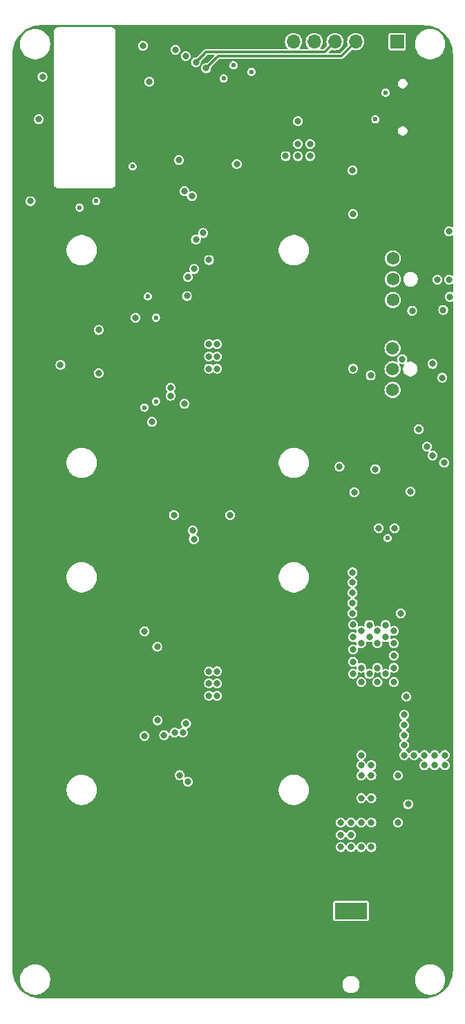
<source format=gbr>
%TF.GenerationSoftware,KiCad,Pcbnew,8.0.4*%
%TF.CreationDate,2024-09-12T18:41:13+02:00*%
%TF.ProjectId,BitForgeNano,42697446-6f72-4676-954e-616e6f2e6b69,rev?*%
%TF.SameCoordinates,Original*%
%TF.FileFunction,Copper,L2,Inr*%
%TF.FilePolarity,Positive*%
%FSLAX46Y46*%
G04 Gerber Fmt 4.6, Leading zero omitted, Abs format (unit mm)*
G04 Created by KiCad (PCBNEW 8.0.4) date 2024-09-12 18:41:13*
%MOMM*%
%LPD*%
G01*
G04 APERTURE LIST*
%TA.AperFunction,ComponentPad*%
%ADD10O,2.100000X1.000000*%
%TD*%
%TA.AperFunction,ComponentPad*%
%ADD11O,1.800000X1.000000*%
%TD*%
%TA.AperFunction,ComponentPad*%
%ADD12R,4.000000X2.000000*%
%TD*%
%TA.AperFunction,ComponentPad*%
%ADD13O,2.000000X3.500000*%
%TD*%
%TA.AperFunction,ComponentPad*%
%ADD14O,3.300000X2.000000*%
%TD*%
%TA.AperFunction,ComponentPad*%
%ADD15C,1.574800*%
%TD*%
%TA.AperFunction,ComponentPad*%
%ADD16R,1.700000X1.700000*%
%TD*%
%TA.AperFunction,ComponentPad*%
%ADD17O,1.700000X1.700000*%
%TD*%
%TA.AperFunction,ViaPad*%
%ADD18C,0.800000*%
%TD*%
%TA.AperFunction,ViaPad*%
%ADD19C,0.600000*%
%TD*%
%TA.AperFunction,Conductor*%
%ADD20C,0.300000*%
%TD*%
G04 APERTURE END LIST*
D10*
%TO.N,GND*%
%TO.C,J5*%
X92830000Y-60845000D03*
D11*
X97010000Y-60845000D03*
D10*
X92830000Y-52205000D03*
D11*
X97010000Y-52205000D03*
%TD*%
D12*
%TO.N,+5V*%
%TO.C,J1*%
X87000000Y-154800000D03*
D13*
%TO.N,GND*%
X82500000Y-161800000D03*
D14*
X87000000Y-160800000D03*
D13*
X91500000Y-161800000D03*
%TD*%
D15*
%TO.N,GND*%
%TO.C,J8*%
X92100000Y-83460000D03*
%TO.N,/5V*%
X92100000Y-86000000D03*
%TO.N,/Fan/FAN2_TACH*%
X92100000Y-88540000D03*
%TO.N,/Fan/FAN2_PWM*%
X92100000Y-91080000D03*
%TD*%
D16*
%TO.N,/5V*%
%TO.C,J7*%
X92660000Y-48500000D03*
D17*
%TO.N,GND*%
X90120000Y-48500000D03*
%TO.N,Net-(J7-Pin_3)*%
X87580000Y-48500000D03*
%TO.N,Net-(J7-Pin_4)*%
X85040000Y-48500000D03*
%TO.N,Net-(J7-Pin_5)*%
X82500000Y-48500000D03*
%TO.N,Net-(J7-Pin_6)*%
X79960000Y-48500000D03*
%TD*%
D15*
%TO.N,GND*%
%TO.C,J6*%
X92138851Y-72479400D03*
%TO.N,/5V*%
X92138851Y-75019400D03*
%TO.N,/Fan/FAN1_TACH*%
X92138851Y-77559400D03*
%TO.N,/Fan/FAN1_PWM*%
X92138851Y-80099400D03*
%TD*%
D18*
%TO.N,+5V*%
X85750000Y-144000000D03*
X85750000Y-145500000D03*
X85750000Y-147000000D03*
X89500000Y-144000000D03*
X88250000Y-144000000D03*
X87000000Y-144000000D03*
X87000000Y-145500000D03*
X87000000Y-147000000D03*
X88250000Y-147000000D03*
X89500000Y-147000000D03*
%TO.N,/5V*%
X88250000Y-135750000D03*
X88250000Y-137000000D03*
X89500000Y-137000000D03*
X89500000Y-138250000D03*
X88250000Y-138250000D03*
X89500000Y-141000000D03*
X88250000Y-141000000D03*
%TO.N,3V3*%
X94000000Y-141750000D03*
%TO.N,GND*%
X95750000Y-141000000D03*
X65100000Y-125500000D03*
X64600000Y-58700000D03*
X66000000Y-60100000D03*
X70500000Y-136600000D03*
X67800000Y-96142500D03*
X65100000Y-85500000D03*
D19*
X93000000Y-99700000D03*
D18*
X64100000Y-87000000D03*
X65100000Y-88500000D03*
X66100000Y-85500000D03*
X90250000Y-113500000D03*
X68100000Y-127000000D03*
X90250000Y-114750000D03*
D19*
X94000000Y-99700000D03*
D18*
X69600000Y-76500000D03*
X90500000Y-133000000D03*
X93800000Y-115400000D03*
X90500000Y-129250000D03*
X65100000Y-127000000D03*
X64100000Y-85500000D03*
X66100000Y-127000000D03*
X67400000Y-55900000D03*
X66400000Y-108300000D03*
X67100000Y-88500000D03*
X64100000Y-88500000D03*
X59400000Y-60500000D03*
X68800000Y-60100000D03*
X64600000Y-81800000D03*
X90250000Y-118500000D03*
X96500000Y-84900000D03*
X59000000Y-64200000D03*
X68100000Y-85500000D03*
X64900000Y-78400000D03*
X90500000Y-130500000D03*
X59000000Y-49100000D03*
X57800000Y-84650000D03*
X66100000Y-125500000D03*
X90000000Y-60000000D03*
X64600000Y-57300000D03*
X64100000Y-125500000D03*
X68100000Y-125500000D03*
X70700000Y-74600000D03*
X98000000Y-140000000D03*
X46000000Y-67750000D03*
X90250000Y-117250000D03*
X97900000Y-73400000D03*
X64600000Y-55900000D03*
D19*
X94000000Y-98700000D03*
D18*
X89250000Y-97000000D03*
X57800000Y-89250000D03*
X90500000Y-134250000D03*
X67100000Y-125500000D03*
X67100000Y-87000000D03*
X66100000Y-128500000D03*
X63700000Y-80800000D03*
X66000000Y-58700000D03*
X96750000Y-140000000D03*
X63500000Y-76000000D03*
X68800000Y-58700000D03*
X81000000Y-65750000D03*
X98200000Y-97000000D03*
X93800000Y-114100000D03*
X68100000Y-128500000D03*
X70500000Y-96500000D03*
X66100000Y-88500000D03*
X67100000Y-128500000D03*
X64100000Y-127000000D03*
X65100000Y-128500000D03*
X68250000Y-135350000D03*
X57800000Y-83150000D03*
X93800000Y-116700000D03*
X98000000Y-142000000D03*
X65100000Y-87000000D03*
X64600000Y-60100000D03*
X93800000Y-112400000D03*
X68100000Y-87000000D03*
X92200000Y-115400000D03*
X81400000Y-53900000D03*
X90500000Y-128000000D03*
X90500000Y-131750000D03*
X67400000Y-58700000D03*
X90250000Y-116000000D03*
X66000000Y-57300000D03*
X68800000Y-57300000D03*
X61200000Y-50900000D03*
X57800000Y-87550000D03*
X92200000Y-116700000D03*
X63500000Y-119850000D03*
X70000000Y-68100000D03*
X64100000Y-128500000D03*
X66000000Y-55900000D03*
X67400000Y-60100000D03*
X90250000Y-104750000D03*
X67400000Y-57300000D03*
X90000000Y-53200000D03*
X90250000Y-112250000D03*
X67100000Y-127000000D03*
D19*
X94000000Y-100700000D03*
X95000000Y-99700000D03*
D18*
X68100000Y-88500000D03*
X96750000Y-142000000D03*
X66100000Y-87000000D03*
X67100000Y-85500000D03*
X70500000Y-117400000D03*
X92200000Y-114100000D03*
X97100000Y-69900000D03*
%TO.N,/5V*%
X94750000Y-135750000D03*
X80500000Y-58250000D03*
X56075000Y-83750000D03*
X97250000Y-137000000D03*
X93500000Y-133325000D03*
X56075000Y-89050000D03*
X98500000Y-135750000D03*
X93500000Y-135750000D03*
X96000000Y-137000000D03*
X96000000Y-135750000D03*
X97250000Y-135750000D03*
X98500000Y-137000000D03*
X93500000Y-132075000D03*
X93500000Y-134500000D03*
X93500000Y-130825000D03*
%TO.N,VDD*%
X87250000Y-121325000D03*
X92250000Y-120575000D03*
X87250000Y-125825000D03*
X87250000Y-124325000D03*
X87200000Y-115900000D03*
X91250000Y-119825000D03*
X92250000Y-122075000D03*
X89250000Y-119825000D03*
X70600000Y-128500000D03*
X87250000Y-122825000D03*
X69600000Y-127000000D03*
X88250000Y-122075000D03*
X87200000Y-114650000D03*
X91250000Y-121325000D03*
X70600000Y-85500000D03*
X87250000Y-88500000D03*
X70600000Y-88500000D03*
X87200000Y-113400000D03*
X92250000Y-123575000D03*
X70600000Y-87000000D03*
X88250000Y-126825000D03*
X69600000Y-128500000D03*
X87250000Y-119810000D03*
X90250000Y-120575000D03*
X70600000Y-125500000D03*
X87250000Y-69600000D03*
X69600000Y-85500000D03*
X70600000Y-127000000D03*
X69600000Y-88500000D03*
X90250000Y-122075000D03*
X69600000Y-87000000D03*
X90250000Y-126825000D03*
X87200000Y-117150000D03*
X69600000Y-125500000D03*
X92250000Y-126825000D03*
X90250000Y-125075000D03*
X91250000Y-125825000D03*
X88250000Y-125075000D03*
X87200000Y-118400000D03*
X89250000Y-121325000D03*
X92250000Y-125075000D03*
X88250000Y-120575000D03*
X89250000Y-125825000D03*
D19*
%TO.N,/Domain/0V8*%
X63100000Y-92500000D03*
D18*
X63260000Y-122500000D03*
X60600000Y-82250000D03*
X63280000Y-131500000D03*
X62600000Y-95000000D03*
X51400000Y-88050000D03*
D19*
X63100000Y-82250000D03*
%TO.N,Net-(J5-CC1)*%
X90000000Y-58000000D03*
%TO.N,Net-(J5-CC2)*%
X91250000Y-54750000D03*
D18*
%TO.N,/ESP32/IO0*%
X49200000Y-52800000D03*
X62300000Y-53400000D03*
%TO.N,/Domain/1V2*%
X61700000Y-120600000D03*
X61700000Y-133400000D03*
X66583806Y-92800188D03*
D19*
X61670000Y-93250000D03*
X62100000Y-79650000D03*
D18*
%TO.N,/ESP32/PGOOD*%
X90000000Y-100775001D03*
X89419669Y-89330331D03*
%TO.N,Net-(U9-A1)*%
X68000000Y-72700000D03*
%TO.N,Net-(U3-RI)*%
X66000000Y-138200000D03*
%TO.N,Net-(U1-FB)*%
X95300000Y-95900000D03*
D19*
X91500000Y-109200000D03*
D18*
%TO.N,Net-(U1-CS+)*%
X96300000Y-98000000D03*
X92350000Y-108000000D03*
%TO.N,Net-(U1-CS-)*%
X97000000Y-99100000D03*
X90400000Y-108000000D03*
%TO.N,/Domain/I_RO*%
X67000000Y-77300000D03*
%TO.N,/Domain/CLKI*%
X66900000Y-79600000D03*
%TO.N,/TX*%
X66600000Y-66800000D03*
%TO.N,/RX*%
X67500000Y-67400000D03*
%TO.N,/RST*%
X65900000Y-63000000D03*
%TO.N,/Domain/I_CI*%
X67800000Y-76300000D03*
%TO.N,/Domain/I_NRSTI*%
X68900000Y-71900000D03*
%TO.N,/ESP32/VDD_SAMPLE_0*%
X61500000Y-49000000D03*
%TO.N,Net-(J7-Pin_6)*%
X65500000Y-49500000D03*
%TO.N,Net-(J7-Pin_4)*%
X68000000Y-51000000D03*
%TO.N,Net-(J7-Pin_3)*%
X69250000Y-51750000D03*
%TO.N,Net-(J7-Pin_5)*%
X66750000Y-50250000D03*
%TO.N,/Fan/FAN1_TACH*%
X99100000Y-79700000D03*
%TO.N,/Fan/FAN2_TACH*%
X98200000Y-89600000D03*
D19*
%TO.N,/SCL*%
X53750000Y-68800000D03*
D18*
X72200000Y-106400000D03*
X65300000Y-106400000D03*
X85600000Y-100500000D03*
X92750000Y-138250000D03*
D19*
X72600000Y-51400000D03*
%TO.N,/SDA*%
X55800000Y-68000000D03*
X74800000Y-52200000D03*
D18*
X92750000Y-144000000D03*
X67750000Y-109350000D03*
%TO.N,/PWR_EN*%
X73000000Y-63500000D03*
X87200000Y-64250000D03*
%TO.N,Net-(U3-CO)*%
X67000000Y-139000000D03*
%TO.N,Net-(U3-CLKO)*%
X66800000Y-131900000D03*
%TO.N,/Fan/PWM2*%
X93300000Y-87325000D03*
X98300000Y-81300000D03*
%TO.N,/Fan/PWM1*%
X94500000Y-81400000D03*
X99000000Y-77600000D03*
%TO.N,Net-(U3-BO)*%
X66400000Y-133000000D03*
%TO.N,Net-(U3-TEMP_N)*%
X65400000Y-133000000D03*
D19*
%TO.N,3V3*%
X71400000Y-53000000D03*
D18*
X82000000Y-62500000D03*
X48750000Y-58000000D03*
X97000000Y-87900000D03*
X97600000Y-77600000D03*
D19*
X60250000Y-63750000D03*
D18*
X67600000Y-108300000D03*
X87400000Y-103600000D03*
X69600000Y-75200000D03*
X80500000Y-61000000D03*
X47750000Y-68000000D03*
X79000000Y-62500000D03*
X80500000Y-62500000D03*
X82000000Y-61000000D03*
X99000000Y-71700000D03*
%TO.N,Net-(U3-TEMP_P)*%
X64100000Y-133300000D03*
%TO.N,Net-(U13-TEMP_N)*%
X64900000Y-91800000D03*
%TO.N,Net-(U13-TEMP_P)*%
X64900000Y-90800000D03*
%TO.N,unconnected-(U1-HG-Pad14)*%
X93800000Y-128600000D03*
X98400000Y-100000000D03*
%TO.N,unconnected-(U1-LG-Pad11)*%
X93100000Y-118400000D03*
X94300000Y-103500000D03*
%TD*%
D20*
%TO.N,Net-(J7-Pin_4)*%
X68000000Y-51000000D02*
X69250000Y-49750000D01*
X83790000Y-49750000D02*
X85040000Y-48500000D01*
X69250000Y-49750000D02*
X83790000Y-49750000D01*
%TO.N,Net-(J7-Pin_3)*%
X69250000Y-51750000D02*
X70750000Y-50250000D01*
X70750000Y-50250000D02*
X85830000Y-50250000D01*
X85830000Y-50250000D02*
X87580000Y-48500000D01*
%TD*%
%TA.AperFunction,Conductor*%
%TO.N,GND*%
G36*
X95914419Y-46500519D02*
G01*
X95914423Y-46500521D01*
X95934111Y-46500521D01*
X95997567Y-46500521D01*
X96002424Y-46500640D01*
X96031046Y-46502046D01*
X96338175Y-46517134D01*
X96347817Y-46518084D01*
X96677915Y-46567050D01*
X96687421Y-46568940D01*
X97011143Y-46650029D01*
X97020414Y-46652842D01*
X97334623Y-46765267D01*
X97343592Y-46768982D01*
X97645259Y-46911662D01*
X97653819Y-46916238D01*
X97940007Y-47087773D01*
X97940044Y-47087795D01*
X97948122Y-47093193D01*
X98216144Y-47291973D01*
X98223654Y-47298136D01*
X98470914Y-47522240D01*
X98477764Y-47529089D01*
X98701880Y-47776365D01*
X98708034Y-47783864D01*
X98906822Y-48051901D01*
X98912219Y-48059979D01*
X99041766Y-48276117D01*
X99083769Y-48346194D01*
X99088346Y-48354757D01*
X99145435Y-48475462D01*
X99231023Y-48656423D01*
X99234741Y-48665399D01*
X99347159Y-48979592D01*
X99349979Y-48988889D01*
X99431057Y-49312578D01*
X99432953Y-49322107D01*
X99481916Y-49652199D01*
X99482868Y-49661868D01*
X99489793Y-49802838D01*
X99499381Y-49998033D01*
X99499500Y-50002869D01*
X99499500Y-71125613D01*
X99480593Y-71183804D01*
X99431093Y-71219768D01*
X99369907Y-71219768D01*
X99340234Y-71204156D01*
X99302838Y-71175462D01*
X99156766Y-71114957D01*
X99156758Y-71114955D01*
X99000001Y-71094318D01*
X98999999Y-71094318D01*
X98843241Y-71114955D01*
X98843233Y-71114957D01*
X98697161Y-71175462D01*
X98697160Y-71175462D01*
X98571723Y-71271713D01*
X98571713Y-71271723D01*
X98475462Y-71397160D01*
X98475462Y-71397161D01*
X98414957Y-71543233D01*
X98414955Y-71543241D01*
X98394318Y-71699999D01*
X98394318Y-71700000D01*
X98414955Y-71856758D01*
X98414957Y-71856766D01*
X98475462Y-72002838D01*
X98475462Y-72002839D01*
X98566896Y-72121998D01*
X98571718Y-72128282D01*
X98697159Y-72224536D01*
X98697160Y-72224536D01*
X98697161Y-72224537D01*
X98811054Y-72271713D01*
X98843238Y-72285044D01*
X98960809Y-72300522D01*
X98999999Y-72305682D01*
X99000000Y-72305682D01*
X99000001Y-72305682D01*
X99031352Y-72301554D01*
X99156762Y-72285044D01*
X99302841Y-72224536D01*
X99340233Y-72195843D01*
X99397909Y-72175420D01*
X99456574Y-72192798D01*
X99493822Y-72241339D01*
X99499500Y-72274386D01*
X99499500Y-77025613D01*
X99480593Y-77083804D01*
X99431093Y-77119768D01*
X99369907Y-77119768D01*
X99340234Y-77104156D01*
X99302838Y-77075462D01*
X99156766Y-77014957D01*
X99156758Y-77014955D01*
X99000001Y-76994318D01*
X98999999Y-76994318D01*
X98843241Y-77014955D01*
X98843233Y-77014957D01*
X98697161Y-77075462D01*
X98697160Y-77075462D01*
X98571723Y-77171713D01*
X98571713Y-77171723D01*
X98475462Y-77297160D01*
X98475462Y-77297161D01*
X98414957Y-77443233D01*
X98414955Y-77443241D01*
X98398153Y-77570869D01*
X98386816Y-77594636D01*
X98387003Y-77594813D01*
X98398153Y-77629130D01*
X98414955Y-77756758D01*
X98414957Y-77756766D01*
X98475462Y-77902838D01*
X98475462Y-77902839D01*
X98571713Y-78028276D01*
X98571718Y-78028282D01*
X98697159Y-78124536D01*
X98697160Y-78124536D01*
X98697161Y-78124537D01*
X98737725Y-78141339D01*
X98843238Y-78185044D01*
X98960809Y-78200522D01*
X98999999Y-78205682D01*
X99000000Y-78205682D01*
X99000001Y-78205682D01*
X99031352Y-78201554D01*
X99156762Y-78185044D01*
X99302841Y-78124536D01*
X99340233Y-78095843D01*
X99397909Y-78075420D01*
X99456574Y-78092798D01*
X99493822Y-78141339D01*
X99499500Y-78174386D01*
X99499500Y-79067337D01*
X99480593Y-79125528D01*
X99431093Y-79161492D01*
X99369907Y-79161492D01*
X99362615Y-79158801D01*
X99256767Y-79114957D01*
X99256758Y-79114955D01*
X99100001Y-79094318D01*
X99099999Y-79094318D01*
X98943241Y-79114955D01*
X98943233Y-79114957D01*
X98797161Y-79175462D01*
X98797160Y-79175462D01*
X98671723Y-79271713D01*
X98671713Y-79271723D01*
X98575462Y-79397160D01*
X98575462Y-79397161D01*
X98514957Y-79543233D01*
X98514955Y-79543241D01*
X98494318Y-79699999D01*
X98494318Y-79700000D01*
X98514955Y-79856758D01*
X98514957Y-79856766D01*
X98575462Y-80002838D01*
X98575462Y-80002839D01*
X98668844Y-80124537D01*
X98671718Y-80128282D01*
X98797159Y-80224536D01*
X98797160Y-80224536D01*
X98797161Y-80224537D01*
X98902974Y-80268366D01*
X98943238Y-80285044D01*
X99060809Y-80300522D01*
X99099999Y-80305682D01*
X99100000Y-80305682D01*
X99100001Y-80305682D01*
X99131352Y-80301554D01*
X99256762Y-80285044D01*
X99362615Y-80241197D01*
X99423611Y-80236397D01*
X99475780Y-80268366D01*
X99499195Y-80324894D01*
X99499500Y-80332662D01*
X99499500Y-161997554D01*
X99499381Y-162002413D01*
X99482882Y-162338150D01*
X99481929Y-162347818D01*
X99432963Y-162677894D01*
X99431068Y-162687423D01*
X99349983Y-163011119D01*
X99347163Y-163020416D01*
X99234740Y-163334608D01*
X99231022Y-163343584D01*
X99088345Y-163645244D01*
X99083765Y-163653812D01*
X98912209Y-163940033D01*
X98906811Y-163948111D01*
X98708026Y-164216139D01*
X98701863Y-164223648D01*
X98477769Y-164470899D01*
X98470899Y-164477769D01*
X98223648Y-164701863D01*
X98216139Y-164708026D01*
X97948111Y-164906811D01*
X97940033Y-164912209D01*
X97653812Y-165083765D01*
X97645244Y-165088345D01*
X97343584Y-165231022D01*
X97334608Y-165234740D01*
X97020416Y-165347163D01*
X97011119Y-165349983D01*
X96687423Y-165431068D01*
X96677894Y-165432963D01*
X96347818Y-165481929D01*
X96338150Y-165482882D01*
X96002412Y-165499381D01*
X95997555Y-165499500D01*
X95934100Y-165499501D01*
X95934098Y-165499501D01*
X49072449Y-165499529D01*
X49071981Y-165499500D01*
X49065892Y-165499500D01*
X49002436Y-165499500D01*
X48997578Y-165499381D01*
X48661838Y-165482887D01*
X48652170Y-165481934D01*
X48322096Y-165432972D01*
X48312567Y-165431077D01*
X47988868Y-165349995D01*
X47979571Y-165347175D01*
X47979537Y-165347163D01*
X47907144Y-165321260D01*
X47665378Y-165234754D01*
X47656402Y-165231036D01*
X47354741Y-165088361D01*
X47346173Y-165083781D01*
X47059950Y-164912226D01*
X47051872Y-164906828D01*
X46783849Y-164708048D01*
X46776339Y-164701885D01*
X46529083Y-164477786D01*
X46522218Y-164470921D01*
X46298114Y-164223660D01*
X46291951Y-164216150D01*
X46093171Y-163948127D01*
X46087773Y-163940049D01*
X46087763Y-163940033D01*
X45916216Y-163653823D01*
X45911638Y-163645258D01*
X45911631Y-163645244D01*
X45768961Y-163343594D01*
X45765245Y-163334621D01*
X45673682Y-163078721D01*
X46449500Y-163078721D01*
X46449500Y-163321300D01*
X46481161Y-163561792D01*
X46481161Y-163561797D01*
X46517264Y-163696532D01*
X46524597Y-163723902D01*
X46543944Y-163796103D01*
X46543948Y-163796116D01*
X46636772Y-164020215D01*
X46636774Y-164020219D01*
X46636776Y-164020223D01*
X46758064Y-164230300D01*
X46758066Y-164230303D01*
X46905729Y-164422742D01*
X46905731Y-164422744D01*
X46905735Y-164422749D01*
X47077262Y-164594276D01*
X47077266Y-164594279D01*
X47077268Y-164594281D01*
X47221756Y-164705150D01*
X47269711Y-164741947D01*
X47479788Y-164863235D01*
X47703900Y-164956065D01*
X47938211Y-165018849D01*
X48178712Y-165050511D01*
X48178713Y-165050511D01*
X48421287Y-165050511D01*
X48421288Y-165050511D01*
X48661789Y-165018849D01*
X48896100Y-164956065D01*
X49120212Y-164863235D01*
X49330289Y-164741947D01*
X49522738Y-164594276D01*
X49694265Y-164422749D01*
X49841936Y-164230300D01*
X49963224Y-164020223D01*
X50056054Y-163796111D01*
X50082736Y-163696532D01*
X85949500Y-163696532D01*
X85949500Y-163903467D01*
X85989869Y-164106418D01*
X86069058Y-164297597D01*
X86184020Y-164469651D01*
X86184023Y-164469655D01*
X86330345Y-164615977D01*
X86502402Y-164730941D01*
X86693580Y-164810130D01*
X86896535Y-164850500D01*
X86896536Y-164850500D01*
X87103464Y-164850500D01*
X87103465Y-164850500D01*
X87306420Y-164810130D01*
X87497598Y-164730941D01*
X87669655Y-164615977D01*
X87815977Y-164469655D01*
X87930941Y-164297598D01*
X88010130Y-164106420D01*
X88050500Y-163903465D01*
X88050500Y-163696535D01*
X88010130Y-163493580D01*
X87930941Y-163302402D01*
X87815977Y-163130345D01*
X87764353Y-163078721D01*
X94849500Y-163078721D01*
X94849500Y-163321300D01*
X94881161Y-163561792D01*
X94881161Y-163561797D01*
X94917264Y-163696532D01*
X94924597Y-163723902D01*
X94943944Y-163796103D01*
X94943948Y-163796116D01*
X95036772Y-164020215D01*
X95036774Y-164020219D01*
X95036776Y-164020223D01*
X95158064Y-164230300D01*
X95158066Y-164230303D01*
X95305729Y-164422742D01*
X95305731Y-164422744D01*
X95305735Y-164422749D01*
X95477262Y-164594276D01*
X95477266Y-164594279D01*
X95477268Y-164594281D01*
X95621756Y-164705150D01*
X95669711Y-164741947D01*
X95879788Y-164863235D01*
X96103900Y-164956065D01*
X96338211Y-165018849D01*
X96578712Y-165050511D01*
X96578713Y-165050511D01*
X96821287Y-165050511D01*
X96821288Y-165050511D01*
X97061789Y-165018849D01*
X97296100Y-164956065D01*
X97520212Y-164863235D01*
X97730289Y-164741947D01*
X97922738Y-164594276D01*
X98094265Y-164422749D01*
X98241936Y-164230300D01*
X98363224Y-164020223D01*
X98456054Y-163796111D01*
X98518838Y-163561800D01*
X98550500Y-163321299D01*
X98550500Y-163078723D01*
X98518838Y-162838222D01*
X98456054Y-162603911D01*
X98363224Y-162379799D01*
X98241936Y-162169722D01*
X98162273Y-162065903D01*
X98094270Y-161977279D01*
X98094268Y-161977277D01*
X98094265Y-161977273D01*
X97922738Y-161805746D01*
X97922733Y-161805742D01*
X97922731Y-161805740D01*
X97730292Y-161658077D01*
X97730289Y-161658075D01*
X97520212Y-161536787D01*
X97520208Y-161536785D01*
X97520204Y-161536783D01*
X97296105Y-161443959D01*
X97296104Y-161443958D01*
X97296100Y-161443957D01*
X97061789Y-161381173D01*
X97061786Y-161381172D01*
X97061784Y-161381172D01*
X96821289Y-161349511D01*
X96821288Y-161349511D01*
X96578712Y-161349511D01*
X96578710Y-161349511D01*
X96338218Y-161381172D01*
X96338213Y-161381172D01*
X96103907Y-161443955D01*
X96103894Y-161443959D01*
X95879795Y-161536783D01*
X95669707Y-161658077D01*
X95477268Y-161805740D01*
X95305729Y-161977279D01*
X95158066Y-162169718D01*
X95036772Y-162379806D01*
X94943948Y-162603905D01*
X94943944Y-162603918D01*
X94881161Y-162838224D01*
X94881161Y-162838229D01*
X94849500Y-163078721D01*
X87764353Y-163078721D01*
X87669655Y-162984023D01*
X87669651Y-162984020D01*
X87497597Y-162869058D01*
X87306418Y-162789869D01*
X87103467Y-162749500D01*
X87103465Y-162749500D01*
X86896535Y-162749500D01*
X86896532Y-162749500D01*
X86693581Y-162789869D01*
X86502402Y-162869058D01*
X86330348Y-162984020D01*
X86184020Y-163130348D01*
X86069058Y-163302402D01*
X85989869Y-163493581D01*
X85949500Y-163696532D01*
X50082736Y-163696532D01*
X50118838Y-163561800D01*
X50150500Y-163321299D01*
X50150500Y-163078723D01*
X50118838Y-162838222D01*
X50056054Y-162603911D01*
X49963224Y-162379799D01*
X49841936Y-162169722D01*
X49762273Y-162065903D01*
X49694270Y-161977279D01*
X49694268Y-161977277D01*
X49694265Y-161977273D01*
X49522738Y-161805746D01*
X49522733Y-161805742D01*
X49522731Y-161805740D01*
X49330292Y-161658077D01*
X49330289Y-161658075D01*
X49120212Y-161536787D01*
X49120208Y-161536785D01*
X49120204Y-161536783D01*
X48896105Y-161443959D01*
X48896104Y-161443958D01*
X48896100Y-161443957D01*
X48661789Y-161381173D01*
X48661786Y-161381172D01*
X48661784Y-161381172D01*
X48421289Y-161349511D01*
X48421288Y-161349511D01*
X48178712Y-161349511D01*
X48178710Y-161349511D01*
X47938218Y-161381172D01*
X47938213Y-161381172D01*
X47703907Y-161443955D01*
X47703894Y-161443959D01*
X47479795Y-161536783D01*
X47269707Y-161658077D01*
X47077268Y-161805740D01*
X46905729Y-161977279D01*
X46758066Y-162169718D01*
X46636772Y-162379806D01*
X46543948Y-162603905D01*
X46543944Y-162603918D01*
X46481161Y-162838224D01*
X46481161Y-162838229D01*
X46449500Y-163078721D01*
X45673682Y-163078721D01*
X45652820Y-163020415D01*
X45650008Y-163011144D01*
X45568919Y-162687421D01*
X45567029Y-162677915D01*
X45518063Y-162347815D01*
X45517113Y-162338175D01*
X45500626Y-162002584D01*
X45500508Y-161997807D01*
X45500507Y-153780253D01*
X84799500Y-153780253D01*
X84799500Y-155819746D01*
X84799501Y-155819758D01*
X84811132Y-155878227D01*
X84811133Y-155878231D01*
X84855448Y-155944552D01*
X84921769Y-155988867D01*
X84966231Y-155997711D01*
X84980241Y-156000498D01*
X84980246Y-156000498D01*
X84980252Y-156000500D01*
X84980253Y-156000500D01*
X89019747Y-156000500D01*
X89019748Y-156000500D01*
X89078231Y-155988867D01*
X89144552Y-155944552D01*
X89188867Y-155878231D01*
X89200500Y-155819748D01*
X89200500Y-153780252D01*
X89188867Y-153721769D01*
X89144552Y-153655448D01*
X89144548Y-153655445D01*
X89078233Y-153611134D01*
X89078231Y-153611133D01*
X89078228Y-153611132D01*
X89078227Y-153611132D01*
X89019758Y-153599501D01*
X89019748Y-153599500D01*
X84980252Y-153599500D01*
X84980251Y-153599500D01*
X84980241Y-153599501D01*
X84921772Y-153611132D01*
X84921766Y-153611134D01*
X84855451Y-153655445D01*
X84855445Y-153655451D01*
X84811134Y-153721766D01*
X84811132Y-153721772D01*
X84799501Y-153780241D01*
X84799500Y-153780253D01*
X45500507Y-153780253D01*
X45500506Y-146999999D01*
X85144318Y-146999999D01*
X85144318Y-147000000D01*
X85164955Y-147156758D01*
X85164957Y-147156766D01*
X85225462Y-147302838D01*
X85225462Y-147302839D01*
X85225464Y-147302841D01*
X85321718Y-147428282D01*
X85447159Y-147524536D01*
X85593238Y-147585044D01*
X85710809Y-147600522D01*
X85749999Y-147605682D01*
X85750000Y-147605682D01*
X85750001Y-147605682D01*
X85781352Y-147601554D01*
X85906762Y-147585044D01*
X86052841Y-147524536D01*
X86178282Y-147428282D01*
X86274536Y-147302841D01*
X86283536Y-147281114D01*
X86323272Y-147234588D01*
X86382767Y-147220304D01*
X86439295Y-147243718D01*
X86466464Y-147281114D01*
X86475462Y-147302838D01*
X86475462Y-147302839D01*
X86475464Y-147302841D01*
X86571718Y-147428282D01*
X86697159Y-147524536D01*
X86843238Y-147585044D01*
X86960809Y-147600522D01*
X86999999Y-147605682D01*
X87000000Y-147605682D01*
X87000001Y-147605682D01*
X87031352Y-147601554D01*
X87156762Y-147585044D01*
X87302841Y-147524536D01*
X87428282Y-147428282D01*
X87524536Y-147302841D01*
X87533536Y-147281114D01*
X87573272Y-147234588D01*
X87632767Y-147220304D01*
X87689295Y-147243718D01*
X87716464Y-147281114D01*
X87725462Y-147302838D01*
X87725462Y-147302839D01*
X87725464Y-147302841D01*
X87821718Y-147428282D01*
X87947159Y-147524536D01*
X88093238Y-147585044D01*
X88210809Y-147600522D01*
X88249999Y-147605682D01*
X88250000Y-147605682D01*
X88250001Y-147605682D01*
X88281352Y-147601554D01*
X88406762Y-147585044D01*
X88552841Y-147524536D01*
X88678282Y-147428282D01*
X88774536Y-147302841D01*
X88783536Y-147281114D01*
X88823272Y-147234588D01*
X88882767Y-147220304D01*
X88939295Y-147243718D01*
X88966464Y-147281114D01*
X88975462Y-147302838D01*
X88975462Y-147302839D01*
X88975464Y-147302841D01*
X89071718Y-147428282D01*
X89197159Y-147524536D01*
X89343238Y-147585044D01*
X89460809Y-147600522D01*
X89499999Y-147605682D01*
X89500000Y-147605682D01*
X89500001Y-147605682D01*
X89531352Y-147601554D01*
X89656762Y-147585044D01*
X89802841Y-147524536D01*
X89928282Y-147428282D01*
X90024536Y-147302841D01*
X90085044Y-147156762D01*
X90105682Y-147000000D01*
X90085044Y-146843238D01*
X90024537Y-146697161D01*
X90024537Y-146697160D01*
X89928286Y-146571723D01*
X89928285Y-146571722D01*
X89928282Y-146571718D01*
X89928277Y-146571714D01*
X89928276Y-146571713D01*
X89802838Y-146475462D01*
X89656766Y-146414957D01*
X89656758Y-146414955D01*
X89500001Y-146394318D01*
X89499999Y-146394318D01*
X89343241Y-146414955D01*
X89343233Y-146414957D01*
X89197161Y-146475462D01*
X89197160Y-146475462D01*
X89071723Y-146571713D01*
X89071713Y-146571723D01*
X88975463Y-146697160D01*
X88966464Y-146718886D01*
X88926727Y-146765412D01*
X88867232Y-146779695D01*
X88810704Y-146756280D01*
X88783536Y-146718886D01*
X88779304Y-146708672D01*
X88774536Y-146697159D01*
X88678282Y-146571718D01*
X88678277Y-146571714D01*
X88678276Y-146571713D01*
X88552838Y-146475462D01*
X88406766Y-146414957D01*
X88406758Y-146414955D01*
X88250001Y-146394318D01*
X88249999Y-146394318D01*
X88093241Y-146414955D01*
X88093233Y-146414957D01*
X87947161Y-146475462D01*
X87947160Y-146475462D01*
X87821723Y-146571713D01*
X87821713Y-146571723D01*
X87725463Y-146697160D01*
X87716464Y-146718886D01*
X87676727Y-146765412D01*
X87617232Y-146779695D01*
X87560704Y-146756280D01*
X87533536Y-146718886D01*
X87529304Y-146708672D01*
X87524536Y-146697159D01*
X87428282Y-146571718D01*
X87428277Y-146571714D01*
X87428276Y-146571713D01*
X87302838Y-146475462D01*
X87156766Y-146414957D01*
X87156758Y-146414955D01*
X87000001Y-146394318D01*
X86999999Y-146394318D01*
X86843241Y-146414955D01*
X86843233Y-146414957D01*
X86697161Y-146475462D01*
X86697160Y-146475462D01*
X86571723Y-146571713D01*
X86571713Y-146571723D01*
X86475463Y-146697160D01*
X86466464Y-146718886D01*
X86426727Y-146765412D01*
X86367232Y-146779695D01*
X86310704Y-146756280D01*
X86283536Y-146718886D01*
X86279304Y-146708672D01*
X86274536Y-146697159D01*
X86178282Y-146571718D01*
X86178277Y-146571714D01*
X86178276Y-146571713D01*
X86052838Y-146475462D01*
X85906766Y-146414957D01*
X85906758Y-146414955D01*
X85750001Y-146394318D01*
X85749999Y-146394318D01*
X85593241Y-146414955D01*
X85593233Y-146414957D01*
X85447161Y-146475462D01*
X85447160Y-146475462D01*
X85321723Y-146571713D01*
X85321713Y-146571723D01*
X85225462Y-146697160D01*
X85225462Y-146697161D01*
X85164957Y-146843233D01*
X85164955Y-146843241D01*
X85144318Y-146999999D01*
X45500506Y-146999999D01*
X45500506Y-145499999D01*
X85144318Y-145499999D01*
X85144318Y-145500000D01*
X85164955Y-145656758D01*
X85164957Y-145656766D01*
X85225462Y-145802838D01*
X85225462Y-145802839D01*
X85225464Y-145802841D01*
X85321718Y-145928282D01*
X85447159Y-146024536D01*
X85593238Y-146085044D01*
X85710809Y-146100522D01*
X85749999Y-146105682D01*
X85750000Y-146105682D01*
X85750001Y-146105682D01*
X85781352Y-146101554D01*
X85906762Y-146085044D01*
X86052841Y-146024536D01*
X86178282Y-145928282D01*
X86274536Y-145802841D01*
X86283536Y-145781114D01*
X86323272Y-145734588D01*
X86382767Y-145720304D01*
X86439295Y-145743718D01*
X86466464Y-145781114D01*
X86475462Y-145802838D01*
X86475462Y-145802839D01*
X86475464Y-145802841D01*
X86571718Y-145928282D01*
X86697159Y-146024536D01*
X86843238Y-146085044D01*
X86960809Y-146100522D01*
X86999999Y-146105682D01*
X87000000Y-146105682D01*
X87000001Y-146105682D01*
X87031352Y-146101554D01*
X87156762Y-146085044D01*
X87302841Y-146024536D01*
X87428282Y-145928282D01*
X87524536Y-145802841D01*
X87585044Y-145656762D01*
X87605682Y-145500000D01*
X87585044Y-145343238D01*
X87524537Y-145197161D01*
X87524537Y-145197160D01*
X87428286Y-145071723D01*
X87428285Y-145071722D01*
X87428282Y-145071718D01*
X87428277Y-145071714D01*
X87428276Y-145071713D01*
X87302838Y-144975462D01*
X87156766Y-144914957D01*
X87156758Y-144914955D01*
X87000001Y-144894318D01*
X86999999Y-144894318D01*
X86843241Y-144914955D01*
X86843233Y-144914957D01*
X86697161Y-144975462D01*
X86697160Y-144975462D01*
X86571723Y-145071713D01*
X86571713Y-145071723D01*
X86475463Y-145197160D01*
X86466464Y-145218886D01*
X86426727Y-145265412D01*
X86367232Y-145279695D01*
X86310704Y-145256280D01*
X86283536Y-145218886D01*
X86279304Y-145208672D01*
X86274536Y-145197159D01*
X86178282Y-145071718D01*
X86178277Y-145071714D01*
X86178276Y-145071713D01*
X86052838Y-144975462D01*
X85906766Y-144914957D01*
X85906758Y-144914955D01*
X85750001Y-144894318D01*
X85749999Y-144894318D01*
X85593241Y-144914955D01*
X85593233Y-144914957D01*
X85447161Y-144975462D01*
X85447160Y-144975462D01*
X85321723Y-145071713D01*
X85321713Y-145071723D01*
X85225462Y-145197160D01*
X85225462Y-145197161D01*
X85164957Y-145343233D01*
X85164955Y-145343241D01*
X85144318Y-145499999D01*
X45500506Y-145499999D01*
X45500506Y-143999999D01*
X85144318Y-143999999D01*
X85144318Y-144000000D01*
X85164955Y-144156758D01*
X85164957Y-144156766D01*
X85225462Y-144302838D01*
X85225462Y-144302839D01*
X85225464Y-144302841D01*
X85321718Y-144428282D01*
X85447159Y-144524536D01*
X85593238Y-144585044D01*
X85710809Y-144600522D01*
X85749999Y-144605682D01*
X85750000Y-144605682D01*
X85750001Y-144605682D01*
X85781352Y-144601554D01*
X85906762Y-144585044D01*
X86052841Y-144524536D01*
X86178282Y-144428282D01*
X86274536Y-144302841D01*
X86283536Y-144281114D01*
X86323272Y-144234588D01*
X86382767Y-144220304D01*
X86439295Y-144243718D01*
X86466464Y-144281114D01*
X86475462Y-144302838D01*
X86475462Y-144302839D01*
X86475464Y-144302841D01*
X86571718Y-144428282D01*
X86697159Y-144524536D01*
X86843238Y-144585044D01*
X86960809Y-144600522D01*
X86999999Y-144605682D01*
X87000000Y-144605682D01*
X87000001Y-144605682D01*
X87031352Y-144601554D01*
X87156762Y-144585044D01*
X87302841Y-144524536D01*
X87428282Y-144428282D01*
X87524536Y-144302841D01*
X87533536Y-144281114D01*
X87573272Y-144234588D01*
X87632767Y-144220304D01*
X87689295Y-144243718D01*
X87716464Y-144281114D01*
X87725462Y-144302838D01*
X87725462Y-144302839D01*
X87725464Y-144302841D01*
X87821718Y-144428282D01*
X87947159Y-144524536D01*
X88093238Y-144585044D01*
X88210809Y-144600522D01*
X88249999Y-144605682D01*
X88250000Y-144605682D01*
X88250001Y-144605682D01*
X88281352Y-144601554D01*
X88406762Y-144585044D01*
X88552841Y-144524536D01*
X88678282Y-144428282D01*
X88774536Y-144302841D01*
X88783536Y-144281114D01*
X88823272Y-144234588D01*
X88882767Y-144220304D01*
X88939295Y-144243718D01*
X88966464Y-144281114D01*
X88975462Y-144302838D01*
X88975462Y-144302839D01*
X88975464Y-144302841D01*
X89071718Y-144428282D01*
X89197159Y-144524536D01*
X89343238Y-144585044D01*
X89460809Y-144600522D01*
X89499999Y-144605682D01*
X89500000Y-144605682D01*
X89500001Y-144605682D01*
X89531352Y-144601554D01*
X89656762Y-144585044D01*
X89802841Y-144524536D01*
X89928282Y-144428282D01*
X90024536Y-144302841D01*
X90085044Y-144156762D01*
X90105682Y-144000000D01*
X90105682Y-143999999D01*
X92144318Y-143999999D01*
X92144318Y-144000000D01*
X92164955Y-144156758D01*
X92164957Y-144156766D01*
X92225462Y-144302838D01*
X92225462Y-144302839D01*
X92225464Y-144302841D01*
X92321718Y-144428282D01*
X92447159Y-144524536D01*
X92593238Y-144585044D01*
X92710809Y-144600522D01*
X92749999Y-144605682D01*
X92750000Y-144605682D01*
X92750001Y-144605682D01*
X92781352Y-144601554D01*
X92906762Y-144585044D01*
X93052841Y-144524536D01*
X93178282Y-144428282D01*
X93274536Y-144302841D01*
X93335044Y-144156762D01*
X93355682Y-144000000D01*
X93335044Y-143843238D01*
X93274537Y-143697161D01*
X93274537Y-143697160D01*
X93178286Y-143571723D01*
X93178285Y-143571722D01*
X93178282Y-143571718D01*
X93178277Y-143571714D01*
X93178276Y-143571713D01*
X93052838Y-143475462D01*
X92906766Y-143414957D01*
X92906758Y-143414955D01*
X92750001Y-143394318D01*
X92749999Y-143394318D01*
X92593241Y-143414955D01*
X92593233Y-143414957D01*
X92447161Y-143475462D01*
X92447160Y-143475462D01*
X92321723Y-143571713D01*
X92321713Y-143571723D01*
X92225462Y-143697160D01*
X92225462Y-143697161D01*
X92164957Y-143843233D01*
X92164955Y-143843241D01*
X92144318Y-143999999D01*
X90105682Y-143999999D01*
X90085044Y-143843238D01*
X90024537Y-143697161D01*
X90024537Y-143697160D01*
X89928286Y-143571723D01*
X89928285Y-143571722D01*
X89928282Y-143571718D01*
X89928277Y-143571714D01*
X89928276Y-143571713D01*
X89802838Y-143475462D01*
X89656766Y-143414957D01*
X89656758Y-143414955D01*
X89500001Y-143394318D01*
X89499999Y-143394318D01*
X89343241Y-143414955D01*
X89343233Y-143414957D01*
X89197161Y-143475462D01*
X89197160Y-143475462D01*
X89071723Y-143571713D01*
X89071713Y-143571723D01*
X88975463Y-143697160D01*
X88966464Y-143718886D01*
X88926727Y-143765412D01*
X88867232Y-143779695D01*
X88810704Y-143756280D01*
X88783536Y-143718886D01*
X88779304Y-143708672D01*
X88774536Y-143697159D01*
X88678282Y-143571718D01*
X88678277Y-143571714D01*
X88678276Y-143571713D01*
X88552838Y-143475462D01*
X88406766Y-143414957D01*
X88406758Y-143414955D01*
X88250001Y-143394318D01*
X88249999Y-143394318D01*
X88093241Y-143414955D01*
X88093233Y-143414957D01*
X87947161Y-143475462D01*
X87947160Y-143475462D01*
X87821723Y-143571713D01*
X87821713Y-143571723D01*
X87725463Y-143697160D01*
X87716464Y-143718886D01*
X87676727Y-143765412D01*
X87617232Y-143779695D01*
X87560704Y-143756280D01*
X87533536Y-143718886D01*
X87529304Y-143708672D01*
X87524536Y-143697159D01*
X87428282Y-143571718D01*
X87428277Y-143571714D01*
X87428276Y-143571713D01*
X87302838Y-143475462D01*
X87156766Y-143414957D01*
X87156758Y-143414955D01*
X87000001Y-143394318D01*
X86999999Y-143394318D01*
X86843241Y-143414955D01*
X86843233Y-143414957D01*
X86697161Y-143475462D01*
X86697160Y-143475462D01*
X86571723Y-143571713D01*
X86571713Y-143571723D01*
X86475463Y-143697160D01*
X86466464Y-143718886D01*
X86426727Y-143765412D01*
X86367232Y-143779695D01*
X86310704Y-143756280D01*
X86283536Y-143718886D01*
X86279304Y-143708672D01*
X86274536Y-143697159D01*
X86178282Y-143571718D01*
X86178277Y-143571714D01*
X86178276Y-143571713D01*
X86052838Y-143475462D01*
X85906766Y-143414957D01*
X85906758Y-143414955D01*
X85750001Y-143394318D01*
X85749999Y-143394318D01*
X85593241Y-143414955D01*
X85593233Y-143414957D01*
X85447161Y-143475462D01*
X85447160Y-143475462D01*
X85321723Y-143571713D01*
X85321713Y-143571723D01*
X85225462Y-143697160D01*
X85225462Y-143697161D01*
X85164957Y-143843233D01*
X85164955Y-143843241D01*
X85144318Y-143999999D01*
X45500506Y-143999999D01*
X45500506Y-139878710D01*
X52149500Y-139878710D01*
X52149500Y-140121289D01*
X52181161Y-140361781D01*
X52181161Y-140361786D01*
X52181162Y-140361789D01*
X52237411Y-140571713D01*
X52243944Y-140596092D01*
X52243948Y-140596105D01*
X52336772Y-140820204D01*
X52336774Y-140820208D01*
X52336776Y-140820212D01*
X52350072Y-140843241D01*
X52458066Y-141030292D01*
X52605729Y-141222731D01*
X52605731Y-141222733D01*
X52605735Y-141222738D01*
X52777262Y-141394265D01*
X52777266Y-141394268D01*
X52777268Y-141394270D01*
X52947035Y-141524536D01*
X52969711Y-141541936D01*
X53179788Y-141663224D01*
X53403900Y-141756054D01*
X53638211Y-141818838D01*
X53878712Y-141850500D01*
X53878713Y-141850500D01*
X54121287Y-141850500D01*
X54121288Y-141850500D01*
X54361789Y-141818838D01*
X54596100Y-141756054D01*
X54820212Y-141663224D01*
X55030289Y-141541936D01*
X55222738Y-141394265D01*
X55394265Y-141222738D01*
X55541936Y-141030289D01*
X55663224Y-140820212D01*
X55756054Y-140596100D01*
X55818838Y-140361789D01*
X55850500Y-140121288D01*
X55850500Y-139878712D01*
X55850500Y-139878710D01*
X78149500Y-139878710D01*
X78149500Y-140121289D01*
X78181161Y-140361781D01*
X78181161Y-140361786D01*
X78181162Y-140361789D01*
X78237411Y-140571713D01*
X78243944Y-140596092D01*
X78243948Y-140596105D01*
X78336772Y-140820204D01*
X78336774Y-140820208D01*
X78336776Y-140820212D01*
X78350072Y-140843241D01*
X78458066Y-141030292D01*
X78605729Y-141222731D01*
X78605731Y-141222733D01*
X78605735Y-141222738D01*
X78777262Y-141394265D01*
X78777266Y-141394268D01*
X78777268Y-141394270D01*
X78947035Y-141524536D01*
X78969711Y-141541936D01*
X79179788Y-141663224D01*
X79403900Y-141756054D01*
X79638211Y-141818838D01*
X79878712Y-141850500D01*
X79878713Y-141850500D01*
X80121287Y-141850500D01*
X80121288Y-141850500D01*
X80361789Y-141818838D01*
X80596100Y-141756054D01*
X80610718Y-141749999D01*
X93394318Y-141749999D01*
X93394318Y-141750000D01*
X93414955Y-141906758D01*
X93414957Y-141906766D01*
X93475462Y-142052838D01*
X93475462Y-142052839D01*
X93475464Y-142052841D01*
X93571718Y-142178282D01*
X93697159Y-142274536D01*
X93843238Y-142335044D01*
X93960809Y-142350522D01*
X93999999Y-142355682D01*
X94000000Y-142355682D01*
X94000001Y-142355682D01*
X94031352Y-142351554D01*
X94156762Y-142335044D01*
X94302841Y-142274536D01*
X94428282Y-142178282D01*
X94524536Y-142052841D01*
X94585044Y-141906762D01*
X94605682Y-141750000D01*
X94585044Y-141593238D01*
X94524537Y-141447161D01*
X94524537Y-141447160D01*
X94428286Y-141321723D01*
X94428285Y-141321722D01*
X94428282Y-141321718D01*
X94428277Y-141321714D01*
X94428276Y-141321713D01*
X94326630Y-141243718D01*
X94302841Y-141225464D01*
X94302840Y-141225463D01*
X94302838Y-141225462D01*
X94156766Y-141164957D01*
X94156758Y-141164955D01*
X94000001Y-141144318D01*
X93999999Y-141144318D01*
X93843241Y-141164955D01*
X93843233Y-141164957D01*
X93697161Y-141225462D01*
X93697160Y-141225462D01*
X93571723Y-141321713D01*
X93571713Y-141321723D01*
X93475462Y-141447160D01*
X93475462Y-141447161D01*
X93414957Y-141593233D01*
X93414955Y-141593241D01*
X93394318Y-141749999D01*
X80610718Y-141749999D01*
X80820212Y-141663224D01*
X81030289Y-141541936D01*
X81222738Y-141394265D01*
X81394265Y-141222738D01*
X81541936Y-141030289D01*
X81559424Y-140999999D01*
X87644318Y-140999999D01*
X87644318Y-141000000D01*
X87664955Y-141156758D01*
X87664957Y-141156766D01*
X87725462Y-141302838D01*
X87725462Y-141302839D01*
X87821713Y-141428276D01*
X87821718Y-141428282D01*
X87947159Y-141524536D01*
X88093238Y-141585044D01*
X88210809Y-141600522D01*
X88249999Y-141605682D01*
X88250000Y-141605682D01*
X88250001Y-141605682D01*
X88281352Y-141601554D01*
X88406762Y-141585044D01*
X88552841Y-141524536D01*
X88678282Y-141428282D01*
X88774536Y-141302841D01*
X88783536Y-141281114D01*
X88823272Y-141234588D01*
X88882767Y-141220304D01*
X88939295Y-141243718D01*
X88966464Y-141281114D01*
X88975462Y-141302838D01*
X88975462Y-141302839D01*
X89071713Y-141428276D01*
X89071718Y-141428282D01*
X89197159Y-141524536D01*
X89343238Y-141585044D01*
X89460809Y-141600522D01*
X89499999Y-141605682D01*
X89500000Y-141605682D01*
X89500001Y-141605682D01*
X89531352Y-141601554D01*
X89656762Y-141585044D01*
X89802841Y-141524536D01*
X89928282Y-141428282D01*
X90024536Y-141302841D01*
X90085044Y-141156762D01*
X90105682Y-141000000D01*
X90085044Y-140843238D01*
X90024537Y-140697161D01*
X90024537Y-140697160D01*
X89928286Y-140571723D01*
X89928285Y-140571722D01*
X89928282Y-140571718D01*
X89928277Y-140571714D01*
X89928276Y-140571713D01*
X89802838Y-140475462D01*
X89656766Y-140414957D01*
X89656758Y-140414955D01*
X89500001Y-140394318D01*
X89499999Y-140394318D01*
X89343241Y-140414955D01*
X89343233Y-140414957D01*
X89197161Y-140475462D01*
X89197160Y-140475462D01*
X89071723Y-140571713D01*
X89071713Y-140571723D01*
X88975463Y-140697160D01*
X88966464Y-140718886D01*
X88926727Y-140765412D01*
X88867232Y-140779695D01*
X88810704Y-140756280D01*
X88783536Y-140718886D01*
X88779304Y-140708672D01*
X88774536Y-140697159D01*
X88678282Y-140571718D01*
X88678277Y-140571714D01*
X88678276Y-140571713D01*
X88552838Y-140475462D01*
X88406766Y-140414957D01*
X88406758Y-140414955D01*
X88250001Y-140394318D01*
X88249999Y-140394318D01*
X88093241Y-140414955D01*
X88093233Y-140414957D01*
X87947161Y-140475462D01*
X87947160Y-140475462D01*
X87821723Y-140571713D01*
X87821713Y-140571723D01*
X87725462Y-140697160D01*
X87725462Y-140697161D01*
X87664957Y-140843233D01*
X87664955Y-140843241D01*
X87644318Y-140999999D01*
X81559424Y-140999999D01*
X81663224Y-140820212D01*
X81756054Y-140596100D01*
X81818838Y-140361789D01*
X81850500Y-140121288D01*
X81850500Y-139878712D01*
X81818838Y-139638211D01*
X81756054Y-139403900D01*
X81663224Y-139179788D01*
X81541936Y-138969711D01*
X81454439Y-138855682D01*
X81394270Y-138777268D01*
X81394268Y-138777266D01*
X81394265Y-138777262D01*
X81222738Y-138605735D01*
X81222733Y-138605731D01*
X81222731Y-138605729D01*
X81030292Y-138458066D01*
X81030289Y-138458064D01*
X80820212Y-138336776D01*
X80820208Y-138336774D01*
X80820204Y-138336772D01*
X80596105Y-138243948D01*
X80596104Y-138243947D01*
X80596100Y-138243946D01*
X80361789Y-138181162D01*
X80361786Y-138181161D01*
X80361784Y-138181161D01*
X80121289Y-138149500D01*
X80121288Y-138149500D01*
X79878712Y-138149500D01*
X79878710Y-138149500D01*
X79638218Y-138181161D01*
X79638213Y-138181161D01*
X79403907Y-138243944D01*
X79403894Y-138243948D01*
X79179795Y-138336772D01*
X78969707Y-138458066D01*
X78777268Y-138605729D01*
X78605729Y-138777268D01*
X78458066Y-138969707D01*
X78336772Y-139179795D01*
X78243948Y-139403894D01*
X78243944Y-139403907D01*
X78181161Y-139638213D01*
X78181161Y-139638218D01*
X78149500Y-139878710D01*
X55850500Y-139878710D01*
X55818838Y-139638211D01*
X55756054Y-139403900D01*
X55663224Y-139179788D01*
X55541936Y-138969711D01*
X55454439Y-138855682D01*
X55394270Y-138777268D01*
X55394268Y-138777266D01*
X55394265Y-138777262D01*
X55222738Y-138605735D01*
X55222733Y-138605731D01*
X55222731Y-138605729D01*
X55030292Y-138458066D01*
X55030289Y-138458064D01*
X54820212Y-138336776D01*
X54820208Y-138336774D01*
X54820204Y-138336772D01*
X54596105Y-138243948D01*
X54596104Y-138243947D01*
X54596100Y-138243946D01*
X54432089Y-138199999D01*
X65394318Y-138199999D01*
X65394318Y-138200000D01*
X65414955Y-138356758D01*
X65414957Y-138356766D01*
X65475462Y-138502838D01*
X65475462Y-138502839D01*
X65554417Y-138605735D01*
X65571718Y-138628282D01*
X65697159Y-138724536D01*
X65697160Y-138724536D01*
X65697161Y-138724537D01*
X65824465Y-138777268D01*
X65843238Y-138785044D01*
X65960809Y-138800522D01*
X65999999Y-138805682D01*
X66000000Y-138805682D01*
X66000001Y-138805682D01*
X66031352Y-138801554D01*
X66156762Y-138785044D01*
X66279532Y-138734190D01*
X66340527Y-138729390D01*
X66392696Y-138761359D01*
X66416111Y-138817887D01*
X66415569Y-138838577D01*
X66394318Y-138999999D01*
X66394318Y-139000000D01*
X66414955Y-139156758D01*
X66414957Y-139156766D01*
X66475462Y-139302838D01*
X66475462Y-139302839D01*
X66475464Y-139302841D01*
X66571718Y-139428282D01*
X66697159Y-139524536D01*
X66843238Y-139585044D01*
X66960809Y-139600522D01*
X66999999Y-139605682D01*
X67000000Y-139605682D01*
X67000001Y-139605682D01*
X67031352Y-139601554D01*
X67156762Y-139585044D01*
X67302841Y-139524536D01*
X67428282Y-139428282D01*
X67524536Y-139302841D01*
X67585044Y-139156762D01*
X67605682Y-139000000D01*
X67585044Y-138843238D01*
X67537887Y-138729390D01*
X67524537Y-138697161D01*
X67524537Y-138697160D01*
X67428286Y-138571723D01*
X67428285Y-138571722D01*
X67428282Y-138571718D01*
X67428277Y-138571714D01*
X67428276Y-138571713D01*
X67338517Y-138502839D01*
X67302841Y-138475464D01*
X67302840Y-138475463D01*
X67302838Y-138475462D01*
X67156766Y-138414957D01*
X67156758Y-138414955D01*
X67000001Y-138394318D01*
X66999999Y-138394318D01*
X66843241Y-138414955D01*
X66843232Y-138414957D01*
X66720468Y-138465808D01*
X66659471Y-138470609D01*
X66607302Y-138438639D01*
X66583888Y-138382111D01*
X66584430Y-138361422D01*
X66585045Y-138356758D01*
X66605682Y-138200000D01*
X66585044Y-138043238D01*
X66573518Y-138015412D01*
X66524537Y-137897161D01*
X66524537Y-137897160D01*
X66428286Y-137771723D01*
X66428285Y-137771722D01*
X66428282Y-137771718D01*
X66428277Y-137771714D01*
X66428276Y-137771713D01*
X66302838Y-137675462D01*
X66156766Y-137614957D01*
X66156758Y-137614955D01*
X66000001Y-137594318D01*
X65999999Y-137594318D01*
X65843241Y-137614955D01*
X65843233Y-137614957D01*
X65697161Y-137675462D01*
X65697160Y-137675462D01*
X65571723Y-137771713D01*
X65571713Y-137771723D01*
X65475462Y-137897160D01*
X65475462Y-137897161D01*
X65414957Y-138043233D01*
X65414955Y-138043241D01*
X65394318Y-138199999D01*
X54432089Y-138199999D01*
X54361789Y-138181162D01*
X54361786Y-138181161D01*
X54361784Y-138181161D01*
X54121289Y-138149500D01*
X54121288Y-138149500D01*
X53878712Y-138149500D01*
X53878710Y-138149500D01*
X53638218Y-138181161D01*
X53638213Y-138181161D01*
X53403907Y-138243944D01*
X53403894Y-138243948D01*
X53179795Y-138336772D01*
X52969707Y-138458066D01*
X52777268Y-138605729D01*
X52605729Y-138777268D01*
X52458066Y-138969707D01*
X52336772Y-139179795D01*
X52243948Y-139403894D01*
X52243944Y-139403907D01*
X52181161Y-139638213D01*
X52181161Y-139638218D01*
X52149500Y-139878710D01*
X45500506Y-139878710D01*
X45500506Y-135749999D01*
X87644318Y-135749999D01*
X87644318Y-135750000D01*
X87664955Y-135906758D01*
X87664957Y-135906766D01*
X87725462Y-136052838D01*
X87725462Y-136052839D01*
X87725464Y-136052841D01*
X87821718Y-136178282D01*
X87947159Y-136274536D01*
X87958672Y-136279304D01*
X87968886Y-136283536D01*
X88015412Y-136323273D01*
X88029695Y-136382768D01*
X88006280Y-136439296D01*
X87968886Y-136466464D01*
X87947160Y-136475463D01*
X87821723Y-136571713D01*
X87821713Y-136571723D01*
X87725462Y-136697160D01*
X87725462Y-136697161D01*
X87664957Y-136843233D01*
X87664955Y-136843241D01*
X87644318Y-136999999D01*
X87644318Y-137000000D01*
X87664955Y-137156758D01*
X87664957Y-137156766D01*
X87725462Y-137302838D01*
X87725462Y-137302839D01*
X87725464Y-137302841D01*
X87821718Y-137428282D01*
X87947159Y-137524536D01*
X87958672Y-137529304D01*
X87968886Y-137533536D01*
X88015412Y-137573273D01*
X88029695Y-137632768D01*
X88006280Y-137689296D01*
X87968886Y-137716464D01*
X87947160Y-137725463D01*
X87821723Y-137821713D01*
X87821713Y-137821723D01*
X87725462Y-137947160D01*
X87725462Y-137947161D01*
X87664957Y-138093233D01*
X87664955Y-138093241D01*
X87644318Y-138249999D01*
X87644318Y-138250000D01*
X87664955Y-138406758D01*
X87664957Y-138406766D01*
X87725462Y-138552838D01*
X87725462Y-138552839D01*
X87821713Y-138678276D01*
X87821718Y-138678282D01*
X87947159Y-138774536D01*
X87947160Y-138774536D01*
X87947161Y-138774537D01*
X88022352Y-138805682D01*
X88093238Y-138835044D01*
X88210809Y-138850522D01*
X88249999Y-138855682D01*
X88250000Y-138855682D01*
X88250001Y-138855682D01*
X88281352Y-138851554D01*
X88406762Y-138835044D01*
X88552841Y-138774536D01*
X88678282Y-138678282D01*
X88774536Y-138552841D01*
X88783536Y-138531114D01*
X88823272Y-138484588D01*
X88882767Y-138470304D01*
X88939295Y-138493718D01*
X88966464Y-138531114D01*
X88975462Y-138552838D01*
X88975462Y-138552839D01*
X89071713Y-138678276D01*
X89071718Y-138678282D01*
X89197159Y-138774536D01*
X89197160Y-138774536D01*
X89197161Y-138774537D01*
X89272352Y-138805682D01*
X89343238Y-138835044D01*
X89460809Y-138850522D01*
X89499999Y-138855682D01*
X89500000Y-138855682D01*
X89500001Y-138855682D01*
X89531352Y-138851554D01*
X89656762Y-138835044D01*
X89802841Y-138774536D01*
X89928282Y-138678282D01*
X90024536Y-138552841D01*
X90085044Y-138406762D01*
X90105682Y-138250000D01*
X90105682Y-138249999D01*
X92144318Y-138249999D01*
X92144318Y-138250000D01*
X92164955Y-138406758D01*
X92164957Y-138406766D01*
X92225462Y-138552838D01*
X92225462Y-138552839D01*
X92321713Y-138678276D01*
X92321718Y-138678282D01*
X92447159Y-138774536D01*
X92447160Y-138774536D01*
X92447161Y-138774537D01*
X92522352Y-138805682D01*
X92593238Y-138835044D01*
X92710809Y-138850522D01*
X92749999Y-138855682D01*
X92750000Y-138855682D01*
X92750001Y-138855682D01*
X92781352Y-138851554D01*
X92906762Y-138835044D01*
X93052841Y-138774536D01*
X93178282Y-138678282D01*
X93274536Y-138552841D01*
X93335044Y-138406762D01*
X93355682Y-138250000D01*
X93335044Y-138093238D01*
X93274537Y-137947161D01*
X93274537Y-137947160D01*
X93178286Y-137821723D01*
X93178285Y-137821722D01*
X93178282Y-137821718D01*
X93178277Y-137821714D01*
X93178276Y-137821713D01*
X93052838Y-137725462D01*
X92906766Y-137664957D01*
X92906758Y-137664955D01*
X92750001Y-137644318D01*
X92749999Y-137644318D01*
X92593241Y-137664955D01*
X92593233Y-137664957D01*
X92447161Y-137725462D01*
X92447160Y-137725462D01*
X92321723Y-137821713D01*
X92321713Y-137821723D01*
X92225462Y-137947160D01*
X92225462Y-137947161D01*
X92164957Y-138093233D01*
X92164955Y-138093241D01*
X92144318Y-138249999D01*
X90105682Y-138249999D01*
X90085044Y-138093238D01*
X90024537Y-137947161D01*
X90024537Y-137947160D01*
X89928286Y-137821723D01*
X89928285Y-137821722D01*
X89928282Y-137821718D01*
X89928277Y-137821714D01*
X89928276Y-137821713D01*
X89802838Y-137725462D01*
X89781114Y-137716464D01*
X89734588Y-137676728D01*
X89720304Y-137617233D01*
X89743718Y-137560705D01*
X89781114Y-137533536D01*
X89794198Y-137528115D01*
X89802841Y-137524536D01*
X89928282Y-137428282D01*
X90024536Y-137302841D01*
X90085044Y-137156762D01*
X90105682Y-137000000D01*
X90085044Y-136843238D01*
X90024537Y-136697161D01*
X90024537Y-136697160D01*
X89928286Y-136571723D01*
X89928285Y-136571722D01*
X89928282Y-136571718D01*
X89928277Y-136571714D01*
X89928276Y-136571713D01*
X89802838Y-136475462D01*
X89656766Y-136414957D01*
X89656758Y-136414955D01*
X89500001Y-136394318D01*
X89499999Y-136394318D01*
X89343241Y-136414955D01*
X89343233Y-136414957D01*
X89197161Y-136475462D01*
X89197160Y-136475462D01*
X89071723Y-136571713D01*
X89071713Y-136571723D01*
X88975463Y-136697160D01*
X88966464Y-136718886D01*
X88926727Y-136765412D01*
X88867232Y-136779695D01*
X88810704Y-136756280D01*
X88783536Y-136718886D01*
X88779304Y-136708672D01*
X88774536Y-136697159D01*
X88678282Y-136571718D01*
X88678277Y-136571714D01*
X88678276Y-136571713D01*
X88552838Y-136475462D01*
X88531114Y-136466464D01*
X88484588Y-136426728D01*
X88470304Y-136367233D01*
X88493718Y-136310705D01*
X88531114Y-136283536D01*
X88544198Y-136278115D01*
X88552841Y-136274536D01*
X88678282Y-136178282D01*
X88774536Y-136052841D01*
X88835044Y-135906762D01*
X88855682Y-135750000D01*
X88835044Y-135593238D01*
X88774537Y-135447161D01*
X88774537Y-135447160D01*
X88678286Y-135321723D01*
X88678285Y-135321722D01*
X88678282Y-135321718D01*
X88678277Y-135321714D01*
X88678276Y-135321713D01*
X88552838Y-135225462D01*
X88406766Y-135164957D01*
X88406758Y-135164955D01*
X88250001Y-135144318D01*
X88249999Y-135144318D01*
X88093241Y-135164955D01*
X88093233Y-135164957D01*
X87947161Y-135225462D01*
X87947160Y-135225462D01*
X87821723Y-135321713D01*
X87821713Y-135321723D01*
X87725462Y-135447160D01*
X87725462Y-135447161D01*
X87664957Y-135593233D01*
X87664955Y-135593241D01*
X87644318Y-135749999D01*
X45500506Y-135749999D01*
X45500506Y-133399999D01*
X61094318Y-133399999D01*
X61094318Y-133400000D01*
X61114955Y-133556758D01*
X61114957Y-133556766D01*
X61175462Y-133702838D01*
X61175462Y-133702839D01*
X61268844Y-133824537D01*
X61271718Y-133828282D01*
X61397159Y-133924536D01*
X61543238Y-133985044D01*
X61660809Y-134000522D01*
X61699999Y-134005682D01*
X61700000Y-134005682D01*
X61700001Y-134005682D01*
X61731352Y-134001554D01*
X61856762Y-133985044D01*
X62002841Y-133924536D01*
X62128282Y-133828282D01*
X62224536Y-133702841D01*
X62285044Y-133556762D01*
X62305682Y-133400000D01*
X62292517Y-133299999D01*
X63494318Y-133299999D01*
X63494318Y-133300000D01*
X63514955Y-133456758D01*
X63514957Y-133456766D01*
X63575462Y-133602838D01*
X63575462Y-133602839D01*
X63594647Y-133627841D01*
X63671718Y-133728282D01*
X63797159Y-133824536D01*
X63797160Y-133824536D01*
X63797161Y-133824537D01*
X63941640Y-133884382D01*
X63943238Y-133885044D01*
X64060809Y-133900522D01*
X64099999Y-133905682D01*
X64100000Y-133905682D01*
X64100001Y-133905682D01*
X64131352Y-133901554D01*
X64256762Y-133885044D01*
X64402841Y-133824536D01*
X64528282Y-133728282D01*
X64624536Y-133602841D01*
X64685044Y-133456762D01*
X64699030Y-133350525D01*
X64725371Y-133295301D01*
X64779142Y-133266106D01*
X64839803Y-133274092D01*
X64875725Y-133303181D01*
X64950016Y-133400000D01*
X64971718Y-133428282D01*
X65097159Y-133524536D01*
X65097160Y-133524536D01*
X65097161Y-133524537D01*
X65174959Y-133556762D01*
X65243238Y-133585044D01*
X65360809Y-133600522D01*
X65399999Y-133605682D01*
X65400000Y-133605682D01*
X65400001Y-133605682D01*
X65431352Y-133601554D01*
X65556762Y-133585044D01*
X65702841Y-133524536D01*
X65828282Y-133428282D01*
X65828288Y-133428273D01*
X65829996Y-133426567D01*
X65831547Y-133425776D01*
X65833430Y-133424332D01*
X65833697Y-133424680D01*
X65884513Y-133398790D01*
X65944945Y-133408361D01*
X65970004Y-133426567D01*
X65971713Y-133428276D01*
X65971718Y-133428282D01*
X66097159Y-133524536D01*
X66097160Y-133524536D01*
X66097161Y-133524537D01*
X66174959Y-133556762D01*
X66243238Y-133585044D01*
X66360809Y-133600522D01*
X66399999Y-133605682D01*
X66400000Y-133605682D01*
X66400001Y-133605682D01*
X66431352Y-133601554D01*
X66556762Y-133585044D01*
X66702841Y-133524536D01*
X66828282Y-133428282D01*
X66924536Y-133302841D01*
X66985044Y-133156762D01*
X67005682Y-133000000D01*
X66985044Y-132843238D01*
X66973329Y-132814955D01*
X66924537Y-132697161D01*
X66924536Y-132697160D01*
X66924536Y-132697159D01*
X66884049Y-132644396D01*
X66863626Y-132586722D01*
X66881003Y-132528056D01*
X66929545Y-132490809D01*
X66949663Y-132485978D01*
X66956762Y-132485044D01*
X67102841Y-132424536D01*
X67228282Y-132328282D01*
X67324536Y-132202841D01*
X67385044Y-132056762D01*
X67405682Y-131900000D01*
X67385044Y-131743238D01*
X67349226Y-131656766D01*
X67324537Y-131597161D01*
X67324537Y-131597160D01*
X67228286Y-131471723D01*
X67228285Y-131471722D01*
X67228282Y-131471718D01*
X67228277Y-131471714D01*
X67228276Y-131471713D01*
X67102838Y-131375462D01*
X66956766Y-131314957D01*
X66956758Y-131314955D01*
X66800001Y-131294318D01*
X66799999Y-131294318D01*
X66643241Y-131314955D01*
X66643233Y-131314957D01*
X66497161Y-131375462D01*
X66497160Y-131375462D01*
X66371723Y-131471713D01*
X66371713Y-131471723D01*
X66275462Y-131597160D01*
X66275462Y-131597161D01*
X66214957Y-131743233D01*
X66214955Y-131743241D01*
X66194318Y-131899999D01*
X66194318Y-131900000D01*
X66214955Y-132056758D01*
X66214957Y-132056766D01*
X66275462Y-132202838D01*
X66275462Y-132202839D01*
X66315949Y-132255602D01*
X66336373Y-132313278D01*
X66318995Y-132371943D01*
X66270454Y-132409191D01*
X66250333Y-132414021D01*
X66243238Y-132414956D01*
X66243237Y-132414956D01*
X66243233Y-132414957D01*
X66097161Y-132475462D01*
X66097160Y-132475462D01*
X65971715Y-132571719D01*
X65969998Y-132573437D01*
X65968449Y-132574225D01*
X65966570Y-132575668D01*
X65966302Y-132575319D01*
X65915479Y-132601210D01*
X65855048Y-132591634D01*
X65830002Y-132573437D01*
X65828284Y-132571719D01*
X65722839Y-132490809D01*
X65702841Y-132475464D01*
X65702840Y-132475463D01*
X65702838Y-132475462D01*
X65556766Y-132414957D01*
X65556758Y-132414955D01*
X65400001Y-132394318D01*
X65399999Y-132394318D01*
X65243241Y-132414955D01*
X65243233Y-132414957D01*
X65097161Y-132475462D01*
X65097160Y-132475462D01*
X64971723Y-132571713D01*
X64971713Y-132571723D01*
X64875462Y-132697160D01*
X64875462Y-132697161D01*
X64814957Y-132843233D01*
X64814955Y-132843240D01*
X64800969Y-132949474D01*
X64774627Y-133004699D01*
X64720856Y-133033893D01*
X64660195Y-133025907D01*
X64624274Y-132996818D01*
X64605010Y-132971713D01*
X64547461Y-132896713D01*
X64528286Y-132871723D01*
X64528285Y-132871722D01*
X64528282Y-132871718D01*
X64528277Y-132871714D01*
X64528276Y-132871713D01*
X64427412Y-132794318D01*
X64402841Y-132775464D01*
X64402840Y-132775463D01*
X64402838Y-132775462D01*
X64256766Y-132714957D01*
X64256758Y-132714955D01*
X64100001Y-132694318D01*
X64099999Y-132694318D01*
X63943241Y-132714955D01*
X63943233Y-132714957D01*
X63797161Y-132775462D01*
X63797160Y-132775462D01*
X63671723Y-132871713D01*
X63671713Y-132871723D01*
X63575462Y-132997160D01*
X63575462Y-132997161D01*
X63514957Y-133143233D01*
X63514955Y-133143241D01*
X63494318Y-133299999D01*
X62292517Y-133299999D01*
X62285044Y-133243238D01*
X62249226Y-133156766D01*
X62224537Y-133097161D01*
X62224537Y-133097160D01*
X62128286Y-132971723D01*
X62128285Y-132971722D01*
X62128282Y-132971718D01*
X62128277Y-132971714D01*
X62128276Y-132971713D01*
X62002838Y-132875462D01*
X61856766Y-132814957D01*
X61856758Y-132814955D01*
X61700001Y-132794318D01*
X61699999Y-132794318D01*
X61543241Y-132814955D01*
X61543233Y-132814957D01*
X61397161Y-132875462D01*
X61397160Y-132875462D01*
X61271723Y-132971713D01*
X61271713Y-132971723D01*
X61175462Y-133097160D01*
X61175462Y-133097161D01*
X61114957Y-133243233D01*
X61114955Y-133243241D01*
X61094318Y-133399999D01*
X45500506Y-133399999D01*
X45500506Y-131499999D01*
X62674318Y-131499999D01*
X62674318Y-131500000D01*
X62694955Y-131656758D01*
X62694957Y-131656766D01*
X62755462Y-131802838D01*
X62755462Y-131802839D01*
X62844007Y-131918233D01*
X62851718Y-131928282D01*
X62977159Y-132024536D01*
X62977160Y-132024536D01*
X62977161Y-132024537D01*
X63123233Y-132085042D01*
X63123238Y-132085044D01*
X63240809Y-132100522D01*
X63279999Y-132105682D01*
X63280000Y-132105682D01*
X63280001Y-132105682D01*
X63311352Y-132101554D01*
X63436762Y-132085044D01*
X63582841Y-132024536D01*
X63708282Y-131928282D01*
X63804536Y-131802841D01*
X63865044Y-131656762D01*
X63885682Y-131500000D01*
X63865044Y-131343238D01*
X63827783Y-131253282D01*
X63804537Y-131197161D01*
X63804537Y-131197160D01*
X63708286Y-131071723D01*
X63708285Y-131071722D01*
X63708282Y-131071718D01*
X63708277Y-131071714D01*
X63708276Y-131071713D01*
X63591054Y-130981766D01*
X63582841Y-130975464D01*
X63582840Y-130975463D01*
X63582838Y-130975462D01*
X63436766Y-130914957D01*
X63436758Y-130914955D01*
X63280001Y-130894318D01*
X63279999Y-130894318D01*
X63123241Y-130914955D01*
X63123233Y-130914957D01*
X62977161Y-130975462D01*
X62977160Y-130975462D01*
X62851723Y-131071713D01*
X62851713Y-131071723D01*
X62755462Y-131197160D01*
X62755462Y-131197161D01*
X62694957Y-131343233D01*
X62694955Y-131343241D01*
X62674318Y-131499999D01*
X45500506Y-131499999D01*
X45500506Y-130824999D01*
X92894318Y-130824999D01*
X92894318Y-130825000D01*
X92914955Y-130981758D01*
X92914957Y-130981766D01*
X92975462Y-131127838D01*
X92975462Y-131127839D01*
X92975464Y-131127841D01*
X93071718Y-131253282D01*
X93197159Y-131349536D01*
X93208672Y-131354304D01*
X93218886Y-131358536D01*
X93265412Y-131398273D01*
X93279695Y-131457768D01*
X93256280Y-131514296D01*
X93218886Y-131541464D01*
X93197160Y-131550463D01*
X93071723Y-131646713D01*
X93071713Y-131646723D01*
X92975462Y-131772160D01*
X92975462Y-131772161D01*
X92914957Y-131918233D01*
X92914955Y-131918241D01*
X92894318Y-132074999D01*
X92894318Y-132075000D01*
X92914955Y-132231758D01*
X92914957Y-132231766D01*
X92975462Y-132377838D01*
X92975462Y-132377839D01*
X93062147Y-132490809D01*
X93071718Y-132503282D01*
X93197159Y-132599536D01*
X93208672Y-132604304D01*
X93218886Y-132608536D01*
X93265412Y-132648273D01*
X93279695Y-132707768D01*
X93256280Y-132764296D01*
X93218886Y-132791464D01*
X93197160Y-132800463D01*
X93071723Y-132896713D01*
X93071713Y-132896723D01*
X92975462Y-133022160D01*
X92975462Y-133022161D01*
X92914957Y-133168233D01*
X92914955Y-133168241D01*
X92894318Y-133324999D01*
X92894318Y-133325000D01*
X92914955Y-133481758D01*
X92914957Y-133481766D01*
X92975462Y-133627838D01*
X92975462Y-133627839D01*
X93052538Y-133728286D01*
X93071718Y-133753282D01*
X93071722Y-133753285D01*
X93071723Y-133753286D01*
X93176857Y-133833958D01*
X93211513Y-133884382D01*
X93209912Y-133945547D01*
X93176857Y-133991042D01*
X93071723Y-134071713D01*
X93071713Y-134071723D01*
X92975462Y-134197160D01*
X92975462Y-134197161D01*
X92914957Y-134343233D01*
X92914955Y-134343241D01*
X92894318Y-134499999D01*
X92894318Y-134500000D01*
X92914955Y-134656758D01*
X92914957Y-134656766D01*
X92975462Y-134802838D01*
X92975462Y-134802839D01*
X92975464Y-134802841D01*
X93071718Y-134928282D01*
X93197159Y-135024536D01*
X93208672Y-135029304D01*
X93218886Y-135033536D01*
X93265412Y-135073273D01*
X93279695Y-135132768D01*
X93256280Y-135189296D01*
X93218886Y-135216464D01*
X93197160Y-135225463D01*
X93071723Y-135321713D01*
X93071713Y-135321723D01*
X92975462Y-135447160D01*
X92975462Y-135447161D01*
X92914957Y-135593233D01*
X92914955Y-135593241D01*
X92894318Y-135749999D01*
X92894318Y-135750000D01*
X92914955Y-135906758D01*
X92914957Y-135906766D01*
X92975462Y-136052838D01*
X92975462Y-136052839D01*
X92975464Y-136052841D01*
X93071718Y-136178282D01*
X93197159Y-136274536D01*
X93197160Y-136274536D01*
X93197161Y-136274537D01*
X93314820Y-136323273D01*
X93343238Y-136335044D01*
X93460809Y-136350522D01*
X93499999Y-136355682D01*
X93500000Y-136355682D01*
X93500001Y-136355682D01*
X93531352Y-136351554D01*
X93656762Y-136335044D01*
X93802841Y-136274536D01*
X93928282Y-136178282D01*
X94024536Y-136052841D01*
X94033536Y-136031114D01*
X94073272Y-135984588D01*
X94132767Y-135970304D01*
X94189295Y-135993718D01*
X94216464Y-136031114D01*
X94225462Y-136052838D01*
X94225462Y-136052839D01*
X94225464Y-136052841D01*
X94321718Y-136178282D01*
X94447159Y-136274536D01*
X94447160Y-136274536D01*
X94447161Y-136274537D01*
X94564820Y-136323273D01*
X94593238Y-136335044D01*
X94710809Y-136350522D01*
X94749999Y-136355682D01*
X94750000Y-136355682D01*
X94750001Y-136355682D01*
X94781352Y-136351554D01*
X94906762Y-136335044D01*
X95052841Y-136274536D01*
X95178282Y-136178282D01*
X95274536Y-136052841D01*
X95283536Y-136031114D01*
X95323272Y-135984588D01*
X95382767Y-135970304D01*
X95439295Y-135993718D01*
X95466464Y-136031114D01*
X95475462Y-136052838D01*
X95475462Y-136052839D01*
X95475464Y-136052841D01*
X95571718Y-136178282D01*
X95697159Y-136274536D01*
X95708672Y-136279304D01*
X95718886Y-136283536D01*
X95765412Y-136323273D01*
X95779695Y-136382768D01*
X95756280Y-136439296D01*
X95718886Y-136466464D01*
X95697160Y-136475463D01*
X95571723Y-136571713D01*
X95571713Y-136571723D01*
X95475462Y-136697160D01*
X95475462Y-136697161D01*
X95414957Y-136843233D01*
X95414955Y-136843241D01*
X95394318Y-136999999D01*
X95394318Y-137000000D01*
X95414955Y-137156758D01*
X95414957Y-137156766D01*
X95475462Y-137302838D01*
X95475462Y-137302839D01*
X95475464Y-137302841D01*
X95571718Y-137428282D01*
X95697159Y-137524536D01*
X95697160Y-137524536D01*
X95697161Y-137524537D01*
X95814820Y-137573273D01*
X95843238Y-137585044D01*
X95960809Y-137600522D01*
X95999999Y-137605682D01*
X96000000Y-137605682D01*
X96000001Y-137605682D01*
X96031352Y-137601554D01*
X96156762Y-137585044D01*
X96302841Y-137524536D01*
X96428282Y-137428282D01*
X96524536Y-137302841D01*
X96533536Y-137281114D01*
X96573272Y-137234588D01*
X96632767Y-137220304D01*
X96689295Y-137243718D01*
X96716464Y-137281114D01*
X96725462Y-137302838D01*
X96725462Y-137302839D01*
X96725464Y-137302841D01*
X96821718Y-137428282D01*
X96947159Y-137524536D01*
X96947160Y-137524536D01*
X96947161Y-137524537D01*
X97064820Y-137573273D01*
X97093238Y-137585044D01*
X97210809Y-137600522D01*
X97249999Y-137605682D01*
X97250000Y-137605682D01*
X97250001Y-137605682D01*
X97281352Y-137601554D01*
X97406762Y-137585044D01*
X97552841Y-137524536D01*
X97678282Y-137428282D01*
X97774536Y-137302841D01*
X97783536Y-137281114D01*
X97823272Y-137234588D01*
X97882767Y-137220304D01*
X97939295Y-137243718D01*
X97966464Y-137281114D01*
X97975462Y-137302838D01*
X97975462Y-137302839D01*
X97975464Y-137302841D01*
X98071718Y-137428282D01*
X98197159Y-137524536D01*
X98197160Y-137524536D01*
X98197161Y-137524537D01*
X98314820Y-137573273D01*
X98343238Y-137585044D01*
X98460809Y-137600522D01*
X98499999Y-137605682D01*
X98500000Y-137605682D01*
X98500001Y-137605682D01*
X98531352Y-137601554D01*
X98656762Y-137585044D01*
X98802841Y-137524536D01*
X98928282Y-137428282D01*
X99024536Y-137302841D01*
X99085044Y-137156762D01*
X99105682Y-137000000D01*
X99085044Y-136843238D01*
X99024537Y-136697161D01*
X99024537Y-136697160D01*
X98928286Y-136571723D01*
X98928285Y-136571722D01*
X98928282Y-136571718D01*
X98928277Y-136571714D01*
X98928276Y-136571713D01*
X98802838Y-136475462D01*
X98781114Y-136466464D01*
X98734588Y-136426728D01*
X98720304Y-136367233D01*
X98743718Y-136310705D01*
X98781114Y-136283536D01*
X98794198Y-136278115D01*
X98802841Y-136274536D01*
X98928282Y-136178282D01*
X99024536Y-136052841D01*
X99085044Y-135906762D01*
X99105682Y-135750000D01*
X99085044Y-135593238D01*
X99024537Y-135447161D01*
X99024537Y-135447160D01*
X98928286Y-135321723D01*
X98928285Y-135321722D01*
X98928282Y-135321718D01*
X98928277Y-135321714D01*
X98928276Y-135321713D01*
X98802838Y-135225462D01*
X98656766Y-135164957D01*
X98656758Y-135164955D01*
X98500001Y-135144318D01*
X98499999Y-135144318D01*
X98343241Y-135164955D01*
X98343233Y-135164957D01*
X98197161Y-135225462D01*
X98197160Y-135225462D01*
X98071723Y-135321713D01*
X98071713Y-135321723D01*
X97975463Y-135447160D01*
X97966464Y-135468886D01*
X97926727Y-135515412D01*
X97867232Y-135529695D01*
X97810704Y-135506280D01*
X97783536Y-135468886D01*
X97779304Y-135458672D01*
X97774536Y-135447159D01*
X97678282Y-135321718D01*
X97678277Y-135321714D01*
X97678276Y-135321713D01*
X97552838Y-135225462D01*
X97406766Y-135164957D01*
X97406758Y-135164955D01*
X97250001Y-135144318D01*
X97249999Y-135144318D01*
X97093241Y-135164955D01*
X97093233Y-135164957D01*
X96947161Y-135225462D01*
X96947160Y-135225462D01*
X96821723Y-135321713D01*
X96821713Y-135321723D01*
X96725463Y-135447160D01*
X96716464Y-135468886D01*
X96676727Y-135515412D01*
X96617232Y-135529695D01*
X96560704Y-135506280D01*
X96533536Y-135468886D01*
X96529304Y-135458672D01*
X96524536Y-135447159D01*
X96428282Y-135321718D01*
X96428277Y-135321714D01*
X96428276Y-135321713D01*
X96302838Y-135225462D01*
X96156766Y-135164957D01*
X96156758Y-135164955D01*
X96000001Y-135144318D01*
X95999999Y-135144318D01*
X95843241Y-135164955D01*
X95843233Y-135164957D01*
X95697161Y-135225462D01*
X95697160Y-135225462D01*
X95571723Y-135321713D01*
X95571713Y-135321723D01*
X95475463Y-135447160D01*
X95466464Y-135468886D01*
X95426727Y-135515412D01*
X95367232Y-135529695D01*
X95310704Y-135506280D01*
X95283536Y-135468886D01*
X95279304Y-135458672D01*
X95274536Y-135447159D01*
X95178282Y-135321718D01*
X95178277Y-135321714D01*
X95178276Y-135321713D01*
X95052838Y-135225462D01*
X94906766Y-135164957D01*
X94906758Y-135164955D01*
X94750001Y-135144318D01*
X94749999Y-135144318D01*
X94593241Y-135164955D01*
X94593233Y-135164957D01*
X94447161Y-135225462D01*
X94447160Y-135225462D01*
X94321723Y-135321713D01*
X94321713Y-135321723D01*
X94225463Y-135447160D01*
X94216464Y-135468886D01*
X94176727Y-135515412D01*
X94117232Y-135529695D01*
X94060704Y-135506280D01*
X94033536Y-135468886D01*
X94029304Y-135458672D01*
X94024536Y-135447159D01*
X93928282Y-135321718D01*
X93928277Y-135321714D01*
X93928276Y-135321713D01*
X93802838Y-135225462D01*
X93781114Y-135216464D01*
X93734588Y-135176728D01*
X93720304Y-135117233D01*
X93743718Y-135060705D01*
X93781114Y-135033536D01*
X93794198Y-135028115D01*
X93802841Y-135024536D01*
X93928282Y-134928282D01*
X94024536Y-134802841D01*
X94085044Y-134656762D01*
X94105682Y-134500000D01*
X94085044Y-134343238D01*
X94024537Y-134197161D01*
X94024537Y-134197160D01*
X93928286Y-134071723D01*
X93928285Y-134071722D01*
X93928282Y-134071718D01*
X93928275Y-134071713D01*
X93903775Y-134052913D01*
X93823141Y-133991040D01*
X93788486Y-133940618D01*
X93790087Y-133879454D01*
X93823141Y-133833959D01*
X93928282Y-133753282D01*
X94024536Y-133627841D01*
X94085044Y-133481762D01*
X94105682Y-133325000D01*
X94102809Y-133303181D01*
X94085044Y-133168241D01*
X94085044Y-133168238D01*
X94080292Y-133156766D01*
X94024537Y-133022161D01*
X94024537Y-133022160D01*
X93928286Y-132896723D01*
X93928285Y-132896722D01*
X93928282Y-132896718D01*
X93928277Y-132896714D01*
X93928276Y-132896713D01*
X93857104Y-132842101D01*
X93802841Y-132800464D01*
X93802840Y-132800463D01*
X93802838Y-132800462D01*
X93781114Y-132791464D01*
X93734588Y-132751728D01*
X93720304Y-132692233D01*
X93743718Y-132635705D01*
X93781114Y-132608536D01*
X93794198Y-132603115D01*
X93802841Y-132599536D01*
X93928282Y-132503282D01*
X94024536Y-132377841D01*
X94085044Y-132231762D01*
X94105682Y-132075000D01*
X94103281Y-132056766D01*
X94099038Y-132024536D01*
X94085044Y-131918238D01*
X94024537Y-131772161D01*
X94024537Y-131772160D01*
X93928286Y-131646723D01*
X93928285Y-131646722D01*
X93928282Y-131646718D01*
X93928277Y-131646714D01*
X93928276Y-131646713D01*
X93802838Y-131550462D01*
X93781114Y-131541464D01*
X93734588Y-131501728D01*
X93720304Y-131442233D01*
X93743718Y-131385705D01*
X93781114Y-131358536D01*
X93794198Y-131353115D01*
X93802841Y-131349536D01*
X93928282Y-131253282D01*
X94024536Y-131127841D01*
X94085044Y-130981762D01*
X94105682Y-130825000D01*
X94085044Y-130668238D01*
X94024537Y-130522161D01*
X94024537Y-130522160D01*
X93928286Y-130396723D01*
X93928285Y-130396722D01*
X93928282Y-130396718D01*
X93928277Y-130396714D01*
X93928276Y-130396713D01*
X93802838Y-130300462D01*
X93656766Y-130239957D01*
X93656758Y-130239955D01*
X93500001Y-130219318D01*
X93499999Y-130219318D01*
X93343241Y-130239955D01*
X93343233Y-130239957D01*
X93197161Y-130300462D01*
X93197160Y-130300462D01*
X93071723Y-130396713D01*
X93071713Y-130396723D01*
X92975462Y-130522160D01*
X92975462Y-130522161D01*
X92914957Y-130668233D01*
X92914955Y-130668241D01*
X92894318Y-130824999D01*
X45500506Y-130824999D01*
X45500505Y-128499999D01*
X68994318Y-128499999D01*
X68994318Y-128500000D01*
X69014955Y-128656758D01*
X69014957Y-128656766D01*
X69075462Y-128802838D01*
X69075462Y-128802839D01*
X69075464Y-128802841D01*
X69171718Y-128928282D01*
X69297159Y-129024536D01*
X69297160Y-129024536D01*
X69297161Y-129024537D01*
X69306212Y-129028286D01*
X69443238Y-129085044D01*
X69560809Y-129100522D01*
X69599999Y-129105682D01*
X69600000Y-129105682D01*
X69600001Y-129105682D01*
X69631352Y-129101554D01*
X69756762Y-129085044D01*
X69902841Y-129024536D01*
X70028282Y-128928282D01*
X70028288Y-128928273D01*
X70029996Y-128926567D01*
X70031547Y-128925776D01*
X70033430Y-128924332D01*
X70033697Y-128924680D01*
X70084513Y-128898790D01*
X70144945Y-128908361D01*
X70170004Y-128926567D01*
X70171713Y-128928276D01*
X70171718Y-128928282D01*
X70297159Y-129024536D01*
X70297160Y-129024536D01*
X70297161Y-129024537D01*
X70306212Y-129028286D01*
X70443238Y-129085044D01*
X70560809Y-129100522D01*
X70599999Y-129105682D01*
X70600000Y-129105682D01*
X70600001Y-129105682D01*
X70631352Y-129101554D01*
X70756762Y-129085044D01*
X70902841Y-129024536D01*
X71028282Y-128928282D01*
X71124536Y-128802841D01*
X71185044Y-128656762D01*
X71192517Y-128599999D01*
X93194318Y-128599999D01*
X93194318Y-128600000D01*
X93214955Y-128756758D01*
X93214957Y-128756766D01*
X93275462Y-128902838D01*
X93275462Y-128902839D01*
X93368844Y-129024537D01*
X93371718Y-129028282D01*
X93497159Y-129124536D01*
X93643238Y-129185044D01*
X93760809Y-129200522D01*
X93799999Y-129205682D01*
X93800000Y-129205682D01*
X93800001Y-129205682D01*
X93831352Y-129201554D01*
X93956762Y-129185044D01*
X94102841Y-129124536D01*
X94228282Y-129028282D01*
X94324536Y-128902841D01*
X94385044Y-128756762D01*
X94405682Y-128600000D01*
X94385044Y-128443238D01*
X94324537Y-128297161D01*
X94324537Y-128297160D01*
X94228286Y-128171723D01*
X94228285Y-128171722D01*
X94228282Y-128171718D01*
X94228277Y-128171714D01*
X94228276Y-128171713D01*
X94123914Y-128091634D01*
X94102841Y-128075464D01*
X94102840Y-128075463D01*
X94102838Y-128075462D01*
X93956766Y-128014957D01*
X93956758Y-128014955D01*
X93800001Y-127994318D01*
X93799999Y-127994318D01*
X93643241Y-128014955D01*
X93643233Y-128014957D01*
X93497161Y-128075462D01*
X93497160Y-128075462D01*
X93371723Y-128171713D01*
X93371713Y-128171723D01*
X93275462Y-128297160D01*
X93275462Y-128297161D01*
X93214957Y-128443233D01*
X93214955Y-128443241D01*
X93194318Y-128599999D01*
X71192517Y-128599999D01*
X71205682Y-128500000D01*
X71185044Y-128343238D01*
X71165958Y-128297160D01*
X71124537Y-128197161D01*
X71124537Y-128197160D01*
X71028286Y-128071723D01*
X71028285Y-128071722D01*
X71028282Y-128071718D01*
X71028277Y-128071714D01*
X71028276Y-128071713D01*
X70902838Y-127975462D01*
X70756766Y-127914957D01*
X70756758Y-127914955D01*
X70600001Y-127894318D01*
X70599999Y-127894318D01*
X70443241Y-127914955D01*
X70443233Y-127914957D01*
X70297161Y-127975462D01*
X70297160Y-127975462D01*
X70171715Y-128071719D01*
X70169998Y-128073437D01*
X70168449Y-128074225D01*
X70166570Y-128075668D01*
X70166302Y-128075319D01*
X70115479Y-128101210D01*
X70055048Y-128091634D01*
X70030002Y-128073437D01*
X70028284Y-128071719D01*
X69902838Y-127975462D01*
X69756766Y-127914957D01*
X69756758Y-127914955D01*
X69600001Y-127894318D01*
X69599999Y-127894318D01*
X69443241Y-127914955D01*
X69443233Y-127914957D01*
X69297161Y-127975462D01*
X69297160Y-127975462D01*
X69171723Y-128071713D01*
X69171713Y-128071723D01*
X69075462Y-128197160D01*
X69075462Y-128197161D01*
X69014957Y-128343233D01*
X69014955Y-128343241D01*
X68994318Y-128499999D01*
X45500505Y-128499999D01*
X45500505Y-126999999D01*
X68994318Y-126999999D01*
X68994318Y-127000000D01*
X69014955Y-127156758D01*
X69014957Y-127156766D01*
X69075462Y-127302838D01*
X69075462Y-127302839D01*
X69168687Y-127424332D01*
X69171718Y-127428282D01*
X69297159Y-127524536D01*
X69443238Y-127585044D01*
X69560809Y-127600522D01*
X69599999Y-127605682D01*
X69600000Y-127605682D01*
X69600001Y-127605682D01*
X69631352Y-127601554D01*
X69756762Y-127585044D01*
X69902841Y-127524536D01*
X70028282Y-127428282D01*
X70028288Y-127428273D01*
X70029996Y-127426567D01*
X70031547Y-127425776D01*
X70033430Y-127424332D01*
X70033697Y-127424680D01*
X70084513Y-127398790D01*
X70144945Y-127408361D01*
X70170004Y-127426567D01*
X70171713Y-127428276D01*
X70171718Y-127428282D01*
X70297159Y-127524536D01*
X70443238Y-127585044D01*
X70560809Y-127600522D01*
X70599999Y-127605682D01*
X70600000Y-127605682D01*
X70600001Y-127605682D01*
X70631352Y-127601554D01*
X70756762Y-127585044D01*
X70902841Y-127524536D01*
X71028282Y-127428282D01*
X71124536Y-127302841D01*
X71185044Y-127156762D01*
X71205682Y-127000000D01*
X71203281Y-126981766D01*
X71185044Y-126843241D01*
X71185044Y-126843238D01*
X71177489Y-126824999D01*
X87644318Y-126824999D01*
X87644318Y-126825000D01*
X87664955Y-126981758D01*
X87664957Y-126981766D01*
X87725462Y-127127838D01*
X87725462Y-127127839D01*
X87821713Y-127253276D01*
X87821718Y-127253282D01*
X87947159Y-127349536D01*
X88093238Y-127410044D01*
X88201767Y-127424332D01*
X88249999Y-127430682D01*
X88250000Y-127430682D01*
X88250001Y-127430682D01*
X88298233Y-127424332D01*
X88406762Y-127410044D01*
X88552841Y-127349536D01*
X88678282Y-127253282D01*
X88774536Y-127127841D01*
X88835044Y-126981762D01*
X88855682Y-126825000D01*
X88855682Y-126824999D01*
X89644318Y-126824999D01*
X89644318Y-126825000D01*
X89664955Y-126981758D01*
X89664957Y-126981766D01*
X89725462Y-127127838D01*
X89725462Y-127127839D01*
X89821713Y-127253276D01*
X89821718Y-127253282D01*
X89947159Y-127349536D01*
X90093238Y-127410044D01*
X90201767Y-127424332D01*
X90249999Y-127430682D01*
X90250000Y-127430682D01*
X90250001Y-127430682D01*
X90298233Y-127424332D01*
X90406762Y-127410044D01*
X90552841Y-127349536D01*
X90678282Y-127253282D01*
X90774536Y-127127841D01*
X90835044Y-126981762D01*
X90855682Y-126825000D01*
X90855682Y-126824999D01*
X91644318Y-126824999D01*
X91644318Y-126825000D01*
X91664955Y-126981758D01*
X91664957Y-126981766D01*
X91725462Y-127127838D01*
X91725462Y-127127839D01*
X91821713Y-127253276D01*
X91821718Y-127253282D01*
X91947159Y-127349536D01*
X92093238Y-127410044D01*
X92201767Y-127424332D01*
X92249999Y-127430682D01*
X92250000Y-127430682D01*
X92250001Y-127430682D01*
X92298233Y-127424332D01*
X92406762Y-127410044D01*
X92552841Y-127349536D01*
X92678282Y-127253282D01*
X92774536Y-127127841D01*
X92835044Y-126981762D01*
X92855682Y-126825000D01*
X92835044Y-126668238D01*
X92796556Y-126575319D01*
X92774537Y-126522161D01*
X92774537Y-126522160D01*
X92678286Y-126396723D01*
X92678285Y-126396722D01*
X92678282Y-126396718D01*
X92678277Y-126396714D01*
X92678276Y-126396713D01*
X92552838Y-126300462D01*
X92406766Y-126239957D01*
X92406758Y-126239955D01*
X92250001Y-126219318D01*
X92249999Y-126219318D01*
X92093241Y-126239955D01*
X92093233Y-126239957D01*
X91947161Y-126300462D01*
X91947160Y-126300462D01*
X91821723Y-126396713D01*
X91821713Y-126396723D01*
X91725462Y-126522160D01*
X91725462Y-126522161D01*
X91664957Y-126668233D01*
X91664955Y-126668241D01*
X91644318Y-126824999D01*
X90855682Y-126824999D01*
X90835044Y-126668238D01*
X90796556Y-126575319D01*
X90774537Y-126522161D01*
X90774537Y-126522160D01*
X90678286Y-126396723D01*
X90678285Y-126396722D01*
X90678282Y-126396718D01*
X90678277Y-126396714D01*
X90678276Y-126396713D01*
X90552838Y-126300462D01*
X90406766Y-126239957D01*
X90406758Y-126239955D01*
X90250001Y-126219318D01*
X90249999Y-126219318D01*
X90093241Y-126239955D01*
X90093233Y-126239957D01*
X89947161Y-126300462D01*
X89947160Y-126300462D01*
X89821723Y-126396713D01*
X89821713Y-126396723D01*
X89725462Y-126522160D01*
X89725462Y-126522161D01*
X89664957Y-126668233D01*
X89664955Y-126668241D01*
X89644318Y-126824999D01*
X88855682Y-126824999D01*
X88835044Y-126668238D01*
X88796556Y-126575319D01*
X88774537Y-126522161D01*
X88774537Y-126522160D01*
X88678286Y-126396723D01*
X88678285Y-126396722D01*
X88678282Y-126396718D01*
X88678277Y-126396714D01*
X88678276Y-126396713D01*
X88552838Y-126300462D01*
X88406766Y-126239957D01*
X88406758Y-126239955D01*
X88250001Y-126219318D01*
X88249999Y-126219318D01*
X88093241Y-126239955D01*
X88093233Y-126239957D01*
X87947161Y-126300462D01*
X87947160Y-126300462D01*
X87821723Y-126396713D01*
X87821713Y-126396723D01*
X87725462Y-126522160D01*
X87725462Y-126522161D01*
X87664957Y-126668233D01*
X87664955Y-126668241D01*
X87644318Y-126824999D01*
X71177489Y-126824999D01*
X71124537Y-126697161D01*
X71124537Y-126697160D01*
X71028286Y-126571723D01*
X71028285Y-126571722D01*
X71028282Y-126571718D01*
X71028277Y-126571714D01*
X71028276Y-126571713D01*
X70902838Y-126475462D01*
X70756766Y-126414957D01*
X70756758Y-126414955D01*
X70600001Y-126394318D01*
X70599999Y-126394318D01*
X70443241Y-126414955D01*
X70443233Y-126414957D01*
X70297161Y-126475462D01*
X70297160Y-126475462D01*
X70171715Y-126571719D01*
X70169998Y-126573437D01*
X70168449Y-126574225D01*
X70166570Y-126575668D01*
X70166302Y-126575319D01*
X70115479Y-126601210D01*
X70055048Y-126591634D01*
X70030002Y-126573437D01*
X70028284Y-126571719D01*
X69902838Y-126475462D01*
X69756766Y-126414957D01*
X69756758Y-126414955D01*
X69600001Y-126394318D01*
X69599999Y-126394318D01*
X69443241Y-126414955D01*
X69443233Y-126414957D01*
X69297161Y-126475462D01*
X69297160Y-126475462D01*
X69171723Y-126571713D01*
X69171713Y-126571723D01*
X69075462Y-126697160D01*
X69075462Y-126697161D01*
X69014957Y-126843233D01*
X69014955Y-126843241D01*
X68994318Y-126999999D01*
X45500505Y-126999999D01*
X45500505Y-125499999D01*
X68994318Y-125499999D01*
X68994318Y-125500000D01*
X69014955Y-125656758D01*
X69014957Y-125656766D01*
X69075462Y-125802838D01*
X69075462Y-125802839D01*
X69075464Y-125802841D01*
X69171718Y-125928282D01*
X69297159Y-126024536D01*
X69443238Y-126085044D01*
X69560809Y-126100522D01*
X69599999Y-126105682D01*
X69600000Y-126105682D01*
X69600001Y-126105682D01*
X69631352Y-126101554D01*
X69756762Y-126085044D01*
X69902841Y-126024536D01*
X70028282Y-125928282D01*
X70028288Y-125928273D01*
X70029996Y-125926567D01*
X70031547Y-125925776D01*
X70033430Y-125924332D01*
X70033697Y-125924680D01*
X70084513Y-125898790D01*
X70144945Y-125908361D01*
X70170004Y-125926567D01*
X70171713Y-125928276D01*
X70171718Y-125928282D01*
X70297159Y-126024536D01*
X70443238Y-126085044D01*
X70560809Y-126100522D01*
X70599999Y-126105682D01*
X70600000Y-126105682D01*
X70600001Y-126105682D01*
X70631352Y-126101554D01*
X70756762Y-126085044D01*
X70902841Y-126024536D01*
X71028282Y-125928282D01*
X71124536Y-125802841D01*
X71185044Y-125656762D01*
X71205682Y-125500000D01*
X71185044Y-125343238D01*
X71185042Y-125343233D01*
X71124537Y-125197161D01*
X71124537Y-125197160D01*
X71028286Y-125071723D01*
X71028285Y-125071722D01*
X71028282Y-125071718D01*
X71028277Y-125071714D01*
X71028276Y-125071713D01*
X70902838Y-124975462D01*
X70756766Y-124914957D01*
X70756758Y-124914955D01*
X70600001Y-124894318D01*
X70599999Y-124894318D01*
X70443241Y-124914955D01*
X70443233Y-124914957D01*
X70297161Y-124975462D01*
X70297160Y-124975462D01*
X70171715Y-125071719D01*
X70169998Y-125073437D01*
X70168449Y-125074225D01*
X70166570Y-125075668D01*
X70166302Y-125075319D01*
X70115479Y-125101210D01*
X70055048Y-125091634D01*
X70030002Y-125073437D01*
X70028284Y-125071719D01*
X69902838Y-124975462D01*
X69756766Y-124914957D01*
X69756758Y-124914955D01*
X69600001Y-124894318D01*
X69599999Y-124894318D01*
X69443241Y-124914955D01*
X69443233Y-124914957D01*
X69297161Y-124975462D01*
X69297160Y-124975462D01*
X69171723Y-125071713D01*
X69171713Y-125071723D01*
X69075462Y-125197160D01*
X69075462Y-125197161D01*
X69014957Y-125343233D01*
X69014955Y-125343241D01*
X68994318Y-125499999D01*
X45500505Y-125499999D01*
X45500505Y-124324999D01*
X86644318Y-124324999D01*
X86644318Y-124325000D01*
X86664955Y-124481758D01*
X86664957Y-124481766D01*
X86725462Y-124627838D01*
X86725462Y-124627839D01*
X86821713Y-124753276D01*
X86821718Y-124753282D01*
X86947159Y-124849536D01*
X86947160Y-124849536D01*
X86947161Y-124849537D01*
X87043020Y-124889243D01*
X87093238Y-124910044D01*
X87210809Y-124925522D01*
X87249999Y-124930682D01*
X87250000Y-124930682D01*
X87250001Y-124930682D01*
X87281352Y-124926554D01*
X87406762Y-124910044D01*
X87522569Y-124862074D01*
X87583565Y-124857274D01*
X87635734Y-124889243D01*
X87659149Y-124945771D01*
X87658607Y-124966461D01*
X87644318Y-125074999D01*
X87644318Y-125075000D01*
X87658607Y-125183538D01*
X87647457Y-125243699D01*
X87603074Y-125285816D01*
X87542413Y-125293802D01*
X87522569Y-125287924D01*
X87406767Y-125239957D01*
X87406758Y-125239955D01*
X87250001Y-125219318D01*
X87249999Y-125219318D01*
X87093241Y-125239955D01*
X87093233Y-125239957D01*
X86947161Y-125300462D01*
X86947160Y-125300462D01*
X86821723Y-125396713D01*
X86821713Y-125396723D01*
X86725462Y-125522160D01*
X86725462Y-125522161D01*
X86664957Y-125668233D01*
X86664955Y-125668241D01*
X86644318Y-125824999D01*
X86644318Y-125825000D01*
X86664955Y-125981758D01*
X86664957Y-125981766D01*
X86725462Y-126127838D01*
X86725462Y-126127839D01*
X86811493Y-126239957D01*
X86821718Y-126253282D01*
X86947159Y-126349536D01*
X87093238Y-126410044D01*
X87210809Y-126425522D01*
X87249999Y-126430682D01*
X87250000Y-126430682D01*
X87250001Y-126430682D01*
X87281352Y-126426554D01*
X87406762Y-126410044D01*
X87552841Y-126349536D01*
X87678282Y-126253282D01*
X87774536Y-126127841D01*
X87835044Y-125981762D01*
X87855682Y-125825000D01*
X87841392Y-125716459D01*
X87852542Y-125656301D01*
X87896924Y-125614183D01*
X87957586Y-125606197D01*
X87977430Y-125612074D01*
X88093238Y-125660044D01*
X88210809Y-125675522D01*
X88249999Y-125680682D01*
X88250000Y-125680682D01*
X88250001Y-125680682D01*
X88281352Y-125676554D01*
X88406762Y-125660044D01*
X88522569Y-125612074D01*
X88583565Y-125607274D01*
X88635734Y-125639243D01*
X88659149Y-125695771D01*
X88658607Y-125716461D01*
X88644318Y-125824999D01*
X88644318Y-125825000D01*
X88664955Y-125981758D01*
X88664957Y-125981766D01*
X88725462Y-126127838D01*
X88725462Y-126127839D01*
X88811493Y-126239957D01*
X88821718Y-126253282D01*
X88947159Y-126349536D01*
X89093238Y-126410044D01*
X89210809Y-126425522D01*
X89249999Y-126430682D01*
X89250000Y-126430682D01*
X89250001Y-126430682D01*
X89281352Y-126426554D01*
X89406762Y-126410044D01*
X89552841Y-126349536D01*
X89678282Y-126253282D01*
X89774536Y-126127841D01*
X89835044Y-125981762D01*
X89855682Y-125825000D01*
X89841392Y-125716459D01*
X89852542Y-125656301D01*
X89896924Y-125614183D01*
X89957586Y-125606197D01*
X89977430Y-125612074D01*
X90093238Y-125660044D01*
X90210809Y-125675522D01*
X90249999Y-125680682D01*
X90250000Y-125680682D01*
X90250001Y-125680682D01*
X90281352Y-125676554D01*
X90406762Y-125660044D01*
X90522569Y-125612074D01*
X90583565Y-125607274D01*
X90635734Y-125639243D01*
X90659149Y-125695771D01*
X90658607Y-125716461D01*
X90644318Y-125824999D01*
X90644318Y-125825000D01*
X90664955Y-125981758D01*
X90664957Y-125981766D01*
X90725462Y-126127838D01*
X90725462Y-126127839D01*
X90811493Y-126239957D01*
X90821718Y-126253282D01*
X90947159Y-126349536D01*
X91093238Y-126410044D01*
X91210809Y-126425522D01*
X91249999Y-126430682D01*
X91250000Y-126430682D01*
X91250001Y-126430682D01*
X91281352Y-126426554D01*
X91406762Y-126410044D01*
X91552841Y-126349536D01*
X91678282Y-126253282D01*
X91774536Y-126127841D01*
X91835044Y-125981762D01*
X91855682Y-125825000D01*
X91841392Y-125716459D01*
X91852542Y-125656301D01*
X91896924Y-125614183D01*
X91957586Y-125606197D01*
X91977430Y-125612074D01*
X92093238Y-125660044D01*
X92210809Y-125675522D01*
X92249999Y-125680682D01*
X92250000Y-125680682D01*
X92250001Y-125680682D01*
X92281352Y-125676554D01*
X92406762Y-125660044D01*
X92552841Y-125599536D01*
X92678282Y-125503282D01*
X92774536Y-125377841D01*
X92835044Y-125231762D01*
X92855682Y-125075000D01*
X92835044Y-124918238D01*
X92823034Y-124889243D01*
X92774537Y-124772161D01*
X92774537Y-124772160D01*
X92678286Y-124646723D01*
X92678285Y-124646722D01*
X92678282Y-124646718D01*
X92678277Y-124646714D01*
X92678276Y-124646713D01*
X92552838Y-124550462D01*
X92406766Y-124489957D01*
X92406758Y-124489955D01*
X92250001Y-124469318D01*
X92249999Y-124469318D01*
X92093241Y-124489955D01*
X92093233Y-124489957D01*
X91947161Y-124550462D01*
X91947160Y-124550462D01*
X91821723Y-124646713D01*
X91821713Y-124646723D01*
X91725462Y-124772160D01*
X91725462Y-124772161D01*
X91664957Y-124918233D01*
X91664955Y-124918241D01*
X91644318Y-125074999D01*
X91644318Y-125075000D01*
X91658607Y-125183538D01*
X91647457Y-125243699D01*
X91603074Y-125285816D01*
X91542413Y-125293802D01*
X91522569Y-125287924D01*
X91406767Y-125239957D01*
X91406758Y-125239955D01*
X91250001Y-125219318D01*
X91249999Y-125219318D01*
X91093241Y-125239955D01*
X91093232Y-125239957D01*
X90977430Y-125287924D01*
X90916433Y-125292724D01*
X90864264Y-125260755D01*
X90840850Y-125204227D01*
X90841391Y-125183545D01*
X90855682Y-125075000D01*
X90835044Y-124918238D01*
X90823034Y-124889243D01*
X90774537Y-124772161D01*
X90774537Y-124772160D01*
X90678286Y-124646723D01*
X90678285Y-124646722D01*
X90678282Y-124646718D01*
X90678277Y-124646714D01*
X90678276Y-124646713D01*
X90552838Y-124550462D01*
X90406766Y-124489957D01*
X90406758Y-124489955D01*
X90250001Y-124469318D01*
X90249999Y-124469318D01*
X90093241Y-124489955D01*
X90093233Y-124489957D01*
X89947161Y-124550462D01*
X89947160Y-124550462D01*
X89821723Y-124646713D01*
X89821713Y-124646723D01*
X89725462Y-124772160D01*
X89725462Y-124772161D01*
X89664957Y-124918233D01*
X89664955Y-124918241D01*
X89644318Y-125074999D01*
X89644318Y-125075000D01*
X89658607Y-125183538D01*
X89647457Y-125243699D01*
X89603074Y-125285816D01*
X89542413Y-125293802D01*
X89522569Y-125287924D01*
X89406767Y-125239957D01*
X89406758Y-125239955D01*
X89250001Y-125219318D01*
X89249999Y-125219318D01*
X89093241Y-125239955D01*
X89093232Y-125239957D01*
X88977430Y-125287924D01*
X88916433Y-125292724D01*
X88864264Y-125260755D01*
X88840850Y-125204227D01*
X88841391Y-125183545D01*
X88855682Y-125075000D01*
X88835044Y-124918238D01*
X88823034Y-124889243D01*
X88774537Y-124772161D01*
X88774537Y-124772160D01*
X88678286Y-124646723D01*
X88678285Y-124646722D01*
X88678282Y-124646718D01*
X88678277Y-124646714D01*
X88678276Y-124646713D01*
X88552838Y-124550462D01*
X88406766Y-124489957D01*
X88406758Y-124489955D01*
X88250001Y-124469318D01*
X88249999Y-124469318D01*
X88093241Y-124489955D01*
X88093232Y-124489957D01*
X87977430Y-124537924D01*
X87916433Y-124542724D01*
X87864264Y-124510755D01*
X87840850Y-124454227D01*
X87841391Y-124433545D01*
X87855682Y-124325000D01*
X87835044Y-124168238D01*
X87774537Y-124022161D01*
X87774537Y-124022160D01*
X87678286Y-123896723D01*
X87678285Y-123896722D01*
X87678282Y-123896718D01*
X87678277Y-123896714D01*
X87678276Y-123896713D01*
X87552838Y-123800462D01*
X87406766Y-123739957D01*
X87406758Y-123739955D01*
X87250001Y-123719318D01*
X87249999Y-123719318D01*
X87093241Y-123739955D01*
X87093233Y-123739957D01*
X86947161Y-123800462D01*
X86947160Y-123800462D01*
X86821723Y-123896713D01*
X86821713Y-123896723D01*
X86725462Y-124022160D01*
X86725462Y-124022161D01*
X86664957Y-124168233D01*
X86664955Y-124168241D01*
X86644318Y-124324999D01*
X45500505Y-124324999D01*
X45500505Y-123574999D01*
X91644318Y-123574999D01*
X91644318Y-123575000D01*
X91664955Y-123731758D01*
X91664957Y-123731766D01*
X91725462Y-123877838D01*
X91725462Y-123877839D01*
X91821713Y-124003276D01*
X91821718Y-124003282D01*
X91947159Y-124099536D01*
X92093238Y-124160044D01*
X92210809Y-124175522D01*
X92249999Y-124180682D01*
X92250000Y-124180682D01*
X92250001Y-124180682D01*
X92281352Y-124176554D01*
X92406762Y-124160044D01*
X92552841Y-124099536D01*
X92678282Y-124003282D01*
X92774536Y-123877841D01*
X92835044Y-123731762D01*
X92855682Y-123575000D01*
X92835044Y-123418238D01*
X92774537Y-123272161D01*
X92774537Y-123272160D01*
X92678286Y-123146723D01*
X92678285Y-123146722D01*
X92678282Y-123146718D01*
X92678277Y-123146714D01*
X92678276Y-123146713D01*
X92552838Y-123050462D01*
X92406766Y-122989957D01*
X92406758Y-122989955D01*
X92250001Y-122969318D01*
X92249999Y-122969318D01*
X92093241Y-122989955D01*
X92093233Y-122989957D01*
X91947161Y-123050462D01*
X91947160Y-123050462D01*
X91821723Y-123146713D01*
X91821713Y-123146723D01*
X91725462Y-123272160D01*
X91725462Y-123272161D01*
X91664957Y-123418233D01*
X91664955Y-123418241D01*
X91644318Y-123574999D01*
X45500505Y-123574999D01*
X45500505Y-122499999D01*
X62654318Y-122499999D01*
X62654318Y-122500000D01*
X62674955Y-122656758D01*
X62674957Y-122656766D01*
X62735462Y-122802838D01*
X62735462Y-122802839D01*
X62735464Y-122802841D01*
X62831718Y-122928282D01*
X62957159Y-123024536D01*
X62957160Y-123024536D01*
X62957161Y-123024537D01*
X63103233Y-123085042D01*
X63103238Y-123085044D01*
X63220809Y-123100522D01*
X63259999Y-123105682D01*
X63260000Y-123105682D01*
X63260001Y-123105682D01*
X63291352Y-123101554D01*
X63416762Y-123085044D01*
X63562841Y-123024536D01*
X63688282Y-122928282D01*
X63784536Y-122802841D01*
X63845044Y-122656762D01*
X63865682Y-122500000D01*
X63845044Y-122343238D01*
X63845042Y-122343233D01*
X63784537Y-122197161D01*
X63784537Y-122197160D01*
X63688286Y-122071723D01*
X63688285Y-122071722D01*
X63688282Y-122071718D01*
X63688277Y-122071714D01*
X63688276Y-122071713D01*
X63562838Y-121975462D01*
X63416766Y-121914957D01*
X63416758Y-121914955D01*
X63260001Y-121894318D01*
X63259999Y-121894318D01*
X63103241Y-121914955D01*
X63103233Y-121914957D01*
X62957161Y-121975462D01*
X62957160Y-121975462D01*
X62831723Y-122071713D01*
X62831713Y-122071723D01*
X62735462Y-122197160D01*
X62735462Y-122197161D01*
X62674957Y-122343233D01*
X62674955Y-122343241D01*
X62654318Y-122499999D01*
X45500505Y-122499999D01*
X45500505Y-120599999D01*
X61094318Y-120599999D01*
X61094318Y-120600000D01*
X61114955Y-120756758D01*
X61114957Y-120756766D01*
X61175462Y-120902838D01*
X61175462Y-120902839D01*
X61267020Y-121022160D01*
X61271718Y-121028282D01*
X61397159Y-121124536D01*
X61397160Y-121124536D01*
X61397161Y-121124537D01*
X61502665Y-121168238D01*
X61543238Y-121185044D01*
X61660809Y-121200522D01*
X61699999Y-121205682D01*
X61700000Y-121205682D01*
X61700001Y-121205682D01*
X61731352Y-121201554D01*
X61856762Y-121185044D01*
X62002841Y-121124536D01*
X62128282Y-121028282D01*
X62224536Y-120902841D01*
X62285044Y-120756762D01*
X62305682Y-120600000D01*
X62285044Y-120443238D01*
X62262679Y-120389243D01*
X62224537Y-120297161D01*
X62224537Y-120297160D01*
X62128286Y-120171723D01*
X62128285Y-120171722D01*
X62128282Y-120171718D01*
X62128277Y-120171714D01*
X62128276Y-120171713D01*
X62002838Y-120075462D01*
X61856766Y-120014957D01*
X61856758Y-120014955D01*
X61700001Y-119994318D01*
X61699999Y-119994318D01*
X61543241Y-120014955D01*
X61543233Y-120014957D01*
X61397161Y-120075462D01*
X61397160Y-120075462D01*
X61271723Y-120171713D01*
X61271713Y-120171723D01*
X61175462Y-120297160D01*
X61175462Y-120297161D01*
X61114957Y-120443233D01*
X61114955Y-120443241D01*
X61094318Y-120599999D01*
X45500505Y-120599999D01*
X45500505Y-119809999D01*
X86644318Y-119809999D01*
X86644318Y-119810000D01*
X86664955Y-119966758D01*
X86664957Y-119966766D01*
X86725462Y-120112838D01*
X86725462Y-120112839D01*
X86821713Y-120238276D01*
X86821718Y-120238282D01*
X86947159Y-120334536D01*
X86947160Y-120334536D01*
X86947161Y-120334537D01*
X86975342Y-120346210D01*
X87093238Y-120395044D01*
X87207160Y-120410042D01*
X87249999Y-120415682D01*
X87250000Y-120415682D01*
X87250001Y-120415682D01*
X87292825Y-120410044D01*
X87406762Y-120395044D01*
X87524657Y-120346209D01*
X87585654Y-120341409D01*
X87637823Y-120373379D01*
X87661238Y-120429906D01*
X87660696Y-120450596D01*
X87644318Y-120574999D01*
X87644318Y-120575000D01*
X87658607Y-120683538D01*
X87647457Y-120743699D01*
X87603074Y-120785816D01*
X87542413Y-120793802D01*
X87522569Y-120787924D01*
X87406767Y-120739957D01*
X87406758Y-120739955D01*
X87250001Y-120719318D01*
X87249999Y-120719318D01*
X87093241Y-120739955D01*
X87093233Y-120739957D01*
X86947161Y-120800462D01*
X86947160Y-120800462D01*
X86821723Y-120896713D01*
X86821713Y-120896723D01*
X86725462Y-121022160D01*
X86725462Y-121022161D01*
X86664957Y-121168233D01*
X86664955Y-121168241D01*
X86644318Y-121324999D01*
X86644318Y-121325000D01*
X86664955Y-121481758D01*
X86664957Y-121481766D01*
X86725462Y-121627838D01*
X86725462Y-121627839D01*
X86821713Y-121753276D01*
X86821718Y-121753282D01*
X86947159Y-121849536D01*
X86947160Y-121849536D01*
X86947161Y-121849537D01*
X87093233Y-121910042D01*
X87093238Y-121910044D01*
X87210809Y-121925522D01*
X87249999Y-121930682D01*
X87250000Y-121930682D01*
X87250001Y-121930682D01*
X87281352Y-121926554D01*
X87406762Y-121910044D01*
X87522569Y-121862074D01*
X87583565Y-121857274D01*
X87635734Y-121889243D01*
X87659149Y-121945771D01*
X87658607Y-121966461D01*
X87644318Y-122074999D01*
X87644318Y-122075000D01*
X87658607Y-122183538D01*
X87647457Y-122243699D01*
X87603074Y-122285816D01*
X87542413Y-122293802D01*
X87522569Y-122287924D01*
X87406767Y-122239957D01*
X87406758Y-122239955D01*
X87250001Y-122219318D01*
X87249999Y-122219318D01*
X87093241Y-122239955D01*
X87093233Y-122239957D01*
X86947161Y-122300462D01*
X86947160Y-122300462D01*
X86821723Y-122396713D01*
X86821713Y-122396723D01*
X86725462Y-122522160D01*
X86725462Y-122522161D01*
X86664957Y-122668233D01*
X86664955Y-122668241D01*
X86644318Y-122824999D01*
X86644318Y-122825000D01*
X86664955Y-122981758D01*
X86664957Y-122981766D01*
X86725462Y-123127838D01*
X86725462Y-123127839D01*
X86821713Y-123253276D01*
X86821718Y-123253282D01*
X86947159Y-123349536D01*
X87093238Y-123410044D01*
X87210809Y-123425522D01*
X87249999Y-123430682D01*
X87250000Y-123430682D01*
X87250001Y-123430682D01*
X87281352Y-123426554D01*
X87406762Y-123410044D01*
X87552841Y-123349536D01*
X87678282Y-123253282D01*
X87774536Y-123127841D01*
X87835044Y-122981762D01*
X87855682Y-122825000D01*
X87841392Y-122716459D01*
X87852542Y-122656301D01*
X87896924Y-122614183D01*
X87957586Y-122606197D01*
X87977430Y-122612074D01*
X88093238Y-122660044D01*
X88210809Y-122675522D01*
X88249999Y-122680682D01*
X88250000Y-122680682D01*
X88250001Y-122680682D01*
X88281352Y-122676554D01*
X88406762Y-122660044D01*
X88552841Y-122599536D01*
X88678282Y-122503282D01*
X88774536Y-122377841D01*
X88835044Y-122231762D01*
X88855682Y-122075000D01*
X88841392Y-121966459D01*
X88852542Y-121906301D01*
X88896924Y-121864183D01*
X88957586Y-121856197D01*
X88977430Y-121862074D01*
X89093238Y-121910044D01*
X89210809Y-121925522D01*
X89249999Y-121930682D01*
X89250000Y-121930682D01*
X89250001Y-121930682D01*
X89281352Y-121926554D01*
X89406762Y-121910044D01*
X89522569Y-121862074D01*
X89583565Y-121857274D01*
X89635734Y-121889243D01*
X89659149Y-121945771D01*
X89658607Y-121966461D01*
X89644318Y-122074999D01*
X89644318Y-122075000D01*
X89664955Y-122231758D01*
X89664957Y-122231766D01*
X89725462Y-122377838D01*
X89725462Y-122377839D01*
X89821713Y-122503276D01*
X89821718Y-122503282D01*
X89947159Y-122599536D01*
X89947160Y-122599536D01*
X89947161Y-122599537D01*
X90085324Y-122656766D01*
X90093238Y-122660044D01*
X90210809Y-122675522D01*
X90249999Y-122680682D01*
X90250000Y-122680682D01*
X90250001Y-122680682D01*
X90281352Y-122676554D01*
X90406762Y-122660044D01*
X90552841Y-122599536D01*
X90678282Y-122503282D01*
X90774536Y-122377841D01*
X90835044Y-122231762D01*
X90855682Y-122075000D01*
X90841392Y-121966459D01*
X90852542Y-121906301D01*
X90896924Y-121864183D01*
X90957586Y-121856197D01*
X90977430Y-121862074D01*
X91093238Y-121910044D01*
X91210809Y-121925522D01*
X91249999Y-121930682D01*
X91250000Y-121930682D01*
X91250001Y-121930682D01*
X91281352Y-121926554D01*
X91406762Y-121910044D01*
X91522569Y-121862074D01*
X91583565Y-121857274D01*
X91635734Y-121889243D01*
X91659149Y-121945771D01*
X91658607Y-121966461D01*
X91644318Y-122074999D01*
X91644318Y-122075000D01*
X91664955Y-122231758D01*
X91664957Y-122231766D01*
X91725462Y-122377838D01*
X91725462Y-122377839D01*
X91821713Y-122503276D01*
X91821718Y-122503282D01*
X91947159Y-122599536D01*
X91947160Y-122599536D01*
X91947161Y-122599537D01*
X92085324Y-122656766D01*
X92093238Y-122660044D01*
X92210809Y-122675522D01*
X92249999Y-122680682D01*
X92250000Y-122680682D01*
X92250001Y-122680682D01*
X92281352Y-122676554D01*
X92406762Y-122660044D01*
X92552841Y-122599536D01*
X92678282Y-122503282D01*
X92774536Y-122377841D01*
X92835044Y-122231762D01*
X92855682Y-122075000D01*
X92835044Y-121918238D01*
X92812654Y-121864183D01*
X92774537Y-121772161D01*
X92774537Y-121772160D01*
X92678286Y-121646723D01*
X92678285Y-121646722D01*
X92678282Y-121646718D01*
X92678277Y-121646714D01*
X92678276Y-121646713D01*
X92552838Y-121550462D01*
X92406766Y-121489957D01*
X92406758Y-121489955D01*
X92250001Y-121469318D01*
X92249999Y-121469318D01*
X92093241Y-121489955D01*
X92093232Y-121489957D01*
X91977430Y-121537924D01*
X91916433Y-121542724D01*
X91864264Y-121510755D01*
X91840850Y-121454227D01*
X91841391Y-121433545D01*
X91855682Y-121325000D01*
X91841392Y-121216459D01*
X91852542Y-121156301D01*
X91896924Y-121114183D01*
X91957586Y-121106197D01*
X91977430Y-121112074D01*
X92093238Y-121160044D01*
X92210809Y-121175522D01*
X92249999Y-121180682D01*
X92250000Y-121180682D01*
X92250001Y-121180682D01*
X92281352Y-121176554D01*
X92406762Y-121160044D01*
X92552841Y-121099536D01*
X92678282Y-121003282D01*
X92774536Y-120877841D01*
X92835044Y-120731762D01*
X92855682Y-120575000D01*
X92835044Y-120418238D01*
X92812654Y-120364183D01*
X92774537Y-120272161D01*
X92774537Y-120272160D01*
X92678286Y-120146723D01*
X92678285Y-120146722D01*
X92678282Y-120146718D01*
X92678277Y-120146714D01*
X92678276Y-120146713D01*
X92552838Y-120050462D01*
X92406766Y-119989957D01*
X92406758Y-119989955D01*
X92250001Y-119969318D01*
X92249999Y-119969318D01*
X92093241Y-119989955D01*
X92093232Y-119989957D01*
X91977430Y-120037924D01*
X91916433Y-120042724D01*
X91864264Y-120010755D01*
X91840850Y-119954227D01*
X91841391Y-119933545D01*
X91855682Y-119825000D01*
X91835044Y-119668238D01*
X91774537Y-119522161D01*
X91774537Y-119522160D01*
X91678286Y-119396723D01*
X91678285Y-119396722D01*
X91678282Y-119396718D01*
X91678277Y-119396714D01*
X91678276Y-119396713D01*
X91552838Y-119300462D01*
X91406766Y-119239957D01*
X91406758Y-119239955D01*
X91250001Y-119219318D01*
X91249999Y-119219318D01*
X91093241Y-119239955D01*
X91093233Y-119239957D01*
X90947161Y-119300462D01*
X90947160Y-119300462D01*
X90821723Y-119396713D01*
X90821713Y-119396723D01*
X90725462Y-119522160D01*
X90725462Y-119522161D01*
X90664957Y-119668233D01*
X90664955Y-119668241D01*
X90644318Y-119824999D01*
X90644318Y-119825000D01*
X90658607Y-119933538D01*
X90647457Y-119993699D01*
X90603074Y-120035816D01*
X90542413Y-120043802D01*
X90522569Y-120037924D01*
X90406767Y-119989957D01*
X90406758Y-119989955D01*
X90250001Y-119969318D01*
X90249999Y-119969318D01*
X90093241Y-119989955D01*
X90093232Y-119989957D01*
X89977430Y-120037924D01*
X89916433Y-120042724D01*
X89864264Y-120010755D01*
X89840850Y-119954227D01*
X89841391Y-119933545D01*
X89855682Y-119825000D01*
X89835044Y-119668238D01*
X89774537Y-119522161D01*
X89774537Y-119522160D01*
X89678286Y-119396723D01*
X89678285Y-119396722D01*
X89678282Y-119396718D01*
X89678277Y-119396714D01*
X89678276Y-119396713D01*
X89552838Y-119300462D01*
X89406766Y-119239957D01*
X89406758Y-119239955D01*
X89250001Y-119219318D01*
X89249999Y-119219318D01*
X89093241Y-119239955D01*
X89093233Y-119239957D01*
X88947161Y-119300462D01*
X88947160Y-119300462D01*
X88821723Y-119396713D01*
X88821713Y-119396723D01*
X88725462Y-119522160D01*
X88725462Y-119522161D01*
X88664957Y-119668233D01*
X88664955Y-119668241D01*
X88644318Y-119824999D01*
X88644318Y-119825000D01*
X88658607Y-119933538D01*
X88647457Y-119993699D01*
X88603074Y-120035816D01*
X88542413Y-120043802D01*
X88522569Y-120037924D01*
X88406767Y-119989957D01*
X88406758Y-119989955D01*
X88250001Y-119969318D01*
X88249999Y-119969318D01*
X88093241Y-119989955D01*
X88093232Y-119989957D01*
X87975341Y-120038789D01*
X87914344Y-120043589D01*
X87862175Y-120011620D01*
X87838761Y-119955092D01*
X87839302Y-119934413D01*
X87855682Y-119810000D01*
X87835044Y-119653238D01*
X87774537Y-119507161D01*
X87774537Y-119507160D01*
X87678286Y-119381723D01*
X87678285Y-119381722D01*
X87678282Y-119381718D01*
X87678277Y-119381714D01*
X87678276Y-119381713D01*
X87552838Y-119285462D01*
X87406766Y-119224957D01*
X87406758Y-119224955D01*
X87250001Y-119204318D01*
X87249999Y-119204318D01*
X87093241Y-119224955D01*
X87093233Y-119224957D01*
X86947161Y-119285462D01*
X86947160Y-119285462D01*
X86821723Y-119381713D01*
X86821713Y-119381723D01*
X86725462Y-119507160D01*
X86725462Y-119507161D01*
X86664957Y-119653233D01*
X86664955Y-119653241D01*
X86644318Y-119809999D01*
X45500505Y-119809999D01*
X45500504Y-113878710D01*
X52149500Y-113878710D01*
X52149500Y-114121289D01*
X52181161Y-114361781D01*
X52181161Y-114361786D01*
X52243944Y-114596092D01*
X52243948Y-114596105D01*
X52336772Y-114820204D01*
X52336774Y-114820208D01*
X52336776Y-114820212D01*
X52458064Y-115030289D01*
X52458066Y-115030292D01*
X52605729Y-115222731D01*
X52605731Y-115222733D01*
X52605735Y-115222738D01*
X52777262Y-115394265D01*
X52777266Y-115394268D01*
X52777268Y-115394270D01*
X52878194Y-115471713D01*
X52969711Y-115541936D01*
X53179788Y-115663224D01*
X53403900Y-115756054D01*
X53638211Y-115818838D01*
X53878712Y-115850500D01*
X53878713Y-115850500D01*
X54121287Y-115850500D01*
X54121288Y-115850500D01*
X54361789Y-115818838D01*
X54596100Y-115756054D01*
X54820212Y-115663224D01*
X55030289Y-115541936D01*
X55222738Y-115394265D01*
X55394265Y-115222738D01*
X55541936Y-115030289D01*
X55663224Y-114820212D01*
X55756054Y-114596100D01*
X55818838Y-114361789D01*
X55850500Y-114121288D01*
X55850500Y-113878712D01*
X55850500Y-113878710D01*
X78149500Y-113878710D01*
X78149500Y-114121289D01*
X78181161Y-114361781D01*
X78181161Y-114361786D01*
X78243944Y-114596092D01*
X78243948Y-114596105D01*
X78336772Y-114820204D01*
X78336774Y-114820208D01*
X78336776Y-114820212D01*
X78458064Y-115030289D01*
X78458066Y-115030292D01*
X78605729Y-115222731D01*
X78605731Y-115222733D01*
X78605735Y-115222738D01*
X78777262Y-115394265D01*
X78777266Y-115394268D01*
X78777268Y-115394270D01*
X78878194Y-115471713D01*
X78969711Y-115541936D01*
X79179788Y-115663224D01*
X79403900Y-115756054D01*
X79638211Y-115818838D01*
X79878712Y-115850500D01*
X79878713Y-115850500D01*
X80121287Y-115850500D01*
X80121288Y-115850500D01*
X80361789Y-115818838D01*
X80596100Y-115756054D01*
X80820212Y-115663224D01*
X81030289Y-115541936D01*
X81222738Y-115394265D01*
X81394265Y-115222738D01*
X81541936Y-115030289D01*
X81663224Y-114820212D01*
X81756054Y-114596100D01*
X81818838Y-114361789D01*
X81850500Y-114121288D01*
X81850500Y-113878712D01*
X81818838Y-113638211D01*
X81756054Y-113403900D01*
X81754438Y-113399999D01*
X86594318Y-113399999D01*
X86594318Y-113400000D01*
X86614955Y-113556758D01*
X86614957Y-113556766D01*
X86675462Y-113702838D01*
X86675462Y-113702839D01*
X86675464Y-113702841D01*
X86771718Y-113828282D01*
X86897159Y-113924536D01*
X86908672Y-113929304D01*
X86918886Y-113933536D01*
X86965412Y-113973273D01*
X86979695Y-114032768D01*
X86956280Y-114089296D01*
X86918886Y-114116464D01*
X86897160Y-114125463D01*
X86771723Y-114221713D01*
X86771713Y-114221723D01*
X86675462Y-114347160D01*
X86675462Y-114347161D01*
X86614957Y-114493233D01*
X86614955Y-114493241D01*
X86594318Y-114649999D01*
X86594318Y-114650000D01*
X86614955Y-114806758D01*
X86614957Y-114806766D01*
X86675462Y-114952838D01*
X86675462Y-114952839D01*
X86734894Y-115030292D01*
X86771718Y-115078282D01*
X86897159Y-115174536D01*
X86908672Y-115179304D01*
X86918886Y-115183536D01*
X86965412Y-115223273D01*
X86979695Y-115282768D01*
X86956280Y-115339296D01*
X86918886Y-115366464D01*
X86897160Y-115375463D01*
X86771723Y-115471713D01*
X86771713Y-115471723D01*
X86675462Y-115597160D01*
X86675462Y-115597161D01*
X86614957Y-115743233D01*
X86614955Y-115743241D01*
X86594318Y-115899999D01*
X86594318Y-115900000D01*
X86614955Y-116056758D01*
X86614957Y-116056766D01*
X86675462Y-116202838D01*
X86675462Y-116202839D01*
X86675464Y-116202841D01*
X86771718Y-116328282D01*
X86897159Y-116424536D01*
X86908672Y-116429304D01*
X86918886Y-116433536D01*
X86965412Y-116473273D01*
X86979695Y-116532768D01*
X86956280Y-116589296D01*
X86918886Y-116616464D01*
X86897160Y-116625463D01*
X86771723Y-116721713D01*
X86771713Y-116721723D01*
X86675462Y-116847160D01*
X86675462Y-116847161D01*
X86614957Y-116993233D01*
X86614955Y-116993241D01*
X86594318Y-117149999D01*
X86594318Y-117150000D01*
X86614955Y-117306758D01*
X86614957Y-117306766D01*
X86675462Y-117452838D01*
X86675462Y-117452839D01*
X86675464Y-117452841D01*
X86771718Y-117578282D01*
X86897159Y-117674536D01*
X86908672Y-117679304D01*
X86918886Y-117683536D01*
X86965412Y-117723273D01*
X86979695Y-117782768D01*
X86956280Y-117839296D01*
X86918886Y-117866464D01*
X86897160Y-117875463D01*
X86771723Y-117971713D01*
X86771713Y-117971723D01*
X86675462Y-118097160D01*
X86675462Y-118097161D01*
X86614957Y-118243233D01*
X86614955Y-118243241D01*
X86594318Y-118399999D01*
X86594318Y-118400000D01*
X86614955Y-118556758D01*
X86614957Y-118556766D01*
X86675462Y-118702838D01*
X86675462Y-118702839D01*
X86675464Y-118702841D01*
X86771718Y-118828282D01*
X86897159Y-118924536D01*
X87043238Y-118985044D01*
X87160809Y-119000522D01*
X87199999Y-119005682D01*
X87200000Y-119005682D01*
X87200001Y-119005682D01*
X87231352Y-119001554D01*
X87356762Y-118985044D01*
X87502841Y-118924536D01*
X87628282Y-118828282D01*
X87724536Y-118702841D01*
X87785044Y-118556762D01*
X87805682Y-118400000D01*
X87805682Y-118399999D01*
X92494318Y-118399999D01*
X92494318Y-118400000D01*
X92514955Y-118556758D01*
X92514957Y-118556766D01*
X92575462Y-118702838D01*
X92575462Y-118702839D01*
X92575464Y-118702841D01*
X92671718Y-118828282D01*
X92797159Y-118924536D01*
X92943238Y-118985044D01*
X93060809Y-119000522D01*
X93099999Y-119005682D01*
X93100000Y-119005682D01*
X93100001Y-119005682D01*
X93131352Y-119001554D01*
X93256762Y-118985044D01*
X93402841Y-118924536D01*
X93528282Y-118828282D01*
X93624536Y-118702841D01*
X93685044Y-118556762D01*
X93705682Y-118400000D01*
X93685044Y-118243238D01*
X93624537Y-118097161D01*
X93624537Y-118097160D01*
X93528286Y-117971723D01*
X93528285Y-117971722D01*
X93528282Y-117971718D01*
X93528277Y-117971714D01*
X93528276Y-117971713D01*
X93402838Y-117875462D01*
X93256766Y-117814957D01*
X93256758Y-117814955D01*
X93100001Y-117794318D01*
X93099999Y-117794318D01*
X92943241Y-117814955D01*
X92943233Y-117814957D01*
X92797161Y-117875462D01*
X92797160Y-117875462D01*
X92671723Y-117971713D01*
X92671713Y-117971723D01*
X92575462Y-118097160D01*
X92575462Y-118097161D01*
X92514957Y-118243233D01*
X92514955Y-118243241D01*
X92494318Y-118399999D01*
X87805682Y-118399999D01*
X87785044Y-118243238D01*
X87724537Y-118097161D01*
X87724537Y-118097160D01*
X87628286Y-117971723D01*
X87628285Y-117971722D01*
X87628282Y-117971718D01*
X87628277Y-117971714D01*
X87628276Y-117971713D01*
X87502838Y-117875462D01*
X87481114Y-117866464D01*
X87434588Y-117826728D01*
X87420304Y-117767233D01*
X87443718Y-117710705D01*
X87481114Y-117683536D01*
X87494198Y-117678115D01*
X87502841Y-117674536D01*
X87628282Y-117578282D01*
X87724536Y-117452841D01*
X87785044Y-117306762D01*
X87805682Y-117150000D01*
X87785044Y-116993238D01*
X87724537Y-116847161D01*
X87724537Y-116847160D01*
X87628286Y-116721723D01*
X87628285Y-116721722D01*
X87628282Y-116721718D01*
X87628277Y-116721714D01*
X87628276Y-116721713D01*
X87502838Y-116625462D01*
X87481114Y-116616464D01*
X87434588Y-116576728D01*
X87420304Y-116517233D01*
X87443718Y-116460705D01*
X87481114Y-116433536D01*
X87494198Y-116428115D01*
X87502841Y-116424536D01*
X87628282Y-116328282D01*
X87724536Y-116202841D01*
X87785044Y-116056762D01*
X87805682Y-115900000D01*
X87785044Y-115743238D01*
X87724537Y-115597161D01*
X87724537Y-115597160D01*
X87628286Y-115471723D01*
X87628285Y-115471722D01*
X87628282Y-115471718D01*
X87628277Y-115471714D01*
X87628276Y-115471713D01*
X87557104Y-115417101D01*
X87502841Y-115375464D01*
X87502840Y-115375463D01*
X87502838Y-115375462D01*
X87481114Y-115366464D01*
X87434588Y-115326728D01*
X87420304Y-115267233D01*
X87443718Y-115210705D01*
X87481114Y-115183536D01*
X87494198Y-115178115D01*
X87502841Y-115174536D01*
X87628282Y-115078282D01*
X87724536Y-114952841D01*
X87785044Y-114806762D01*
X87805682Y-114650000D01*
X87785044Y-114493238D01*
X87724537Y-114347161D01*
X87724537Y-114347160D01*
X87628286Y-114221723D01*
X87628285Y-114221722D01*
X87628282Y-114221718D01*
X87628277Y-114221714D01*
X87628276Y-114221713D01*
X87502838Y-114125462D01*
X87481114Y-114116464D01*
X87434588Y-114076728D01*
X87420304Y-114017233D01*
X87443718Y-113960705D01*
X87481114Y-113933536D01*
X87494198Y-113928115D01*
X87502841Y-113924536D01*
X87628282Y-113828282D01*
X87724536Y-113702841D01*
X87785044Y-113556762D01*
X87805682Y-113400000D01*
X87785044Y-113243238D01*
X87724537Y-113097161D01*
X87724537Y-113097160D01*
X87628286Y-112971723D01*
X87628285Y-112971722D01*
X87628282Y-112971718D01*
X87628277Y-112971714D01*
X87628276Y-112971713D01*
X87502838Y-112875462D01*
X87356766Y-112814957D01*
X87356758Y-112814955D01*
X87200001Y-112794318D01*
X87199999Y-112794318D01*
X87043241Y-112814955D01*
X87043233Y-112814957D01*
X86897161Y-112875462D01*
X86897160Y-112875462D01*
X86771723Y-112971713D01*
X86771713Y-112971723D01*
X86675462Y-113097160D01*
X86675462Y-113097161D01*
X86614957Y-113243233D01*
X86614955Y-113243241D01*
X86594318Y-113399999D01*
X81754438Y-113399999D01*
X81663224Y-113179788D01*
X81541936Y-112969711D01*
X81469618Y-112875464D01*
X81394270Y-112777268D01*
X81394268Y-112777266D01*
X81394265Y-112777262D01*
X81222738Y-112605735D01*
X81222733Y-112605731D01*
X81222731Y-112605729D01*
X81030292Y-112458066D01*
X81030289Y-112458064D01*
X80820212Y-112336776D01*
X80820208Y-112336774D01*
X80820204Y-112336772D01*
X80596105Y-112243948D01*
X80596104Y-112243947D01*
X80596100Y-112243946D01*
X80361789Y-112181162D01*
X80361786Y-112181161D01*
X80361784Y-112181161D01*
X80121289Y-112149500D01*
X80121288Y-112149500D01*
X79878712Y-112149500D01*
X79878710Y-112149500D01*
X79638218Y-112181161D01*
X79638213Y-112181161D01*
X79403907Y-112243944D01*
X79403894Y-112243948D01*
X79179795Y-112336772D01*
X78969707Y-112458066D01*
X78777268Y-112605729D01*
X78605729Y-112777268D01*
X78458066Y-112969707D01*
X78336772Y-113179795D01*
X78243948Y-113403894D01*
X78243944Y-113403907D01*
X78181161Y-113638213D01*
X78181161Y-113638218D01*
X78149500Y-113878710D01*
X55850500Y-113878710D01*
X55818838Y-113638211D01*
X55756054Y-113403900D01*
X55663224Y-113179788D01*
X55541936Y-112969711D01*
X55469618Y-112875464D01*
X55394270Y-112777268D01*
X55394268Y-112777266D01*
X55394265Y-112777262D01*
X55222738Y-112605735D01*
X55222733Y-112605731D01*
X55222731Y-112605729D01*
X55030292Y-112458066D01*
X55030289Y-112458064D01*
X54820212Y-112336776D01*
X54820208Y-112336774D01*
X54820204Y-112336772D01*
X54596105Y-112243948D01*
X54596104Y-112243947D01*
X54596100Y-112243946D01*
X54361789Y-112181162D01*
X54361786Y-112181161D01*
X54361784Y-112181161D01*
X54121289Y-112149500D01*
X54121288Y-112149500D01*
X53878712Y-112149500D01*
X53878710Y-112149500D01*
X53638218Y-112181161D01*
X53638213Y-112181161D01*
X53403907Y-112243944D01*
X53403894Y-112243948D01*
X53179795Y-112336772D01*
X52969707Y-112458066D01*
X52777268Y-112605729D01*
X52605729Y-112777268D01*
X52458066Y-112969707D01*
X52336772Y-113179795D01*
X52243948Y-113403894D01*
X52243944Y-113403907D01*
X52181161Y-113638213D01*
X52181161Y-113638218D01*
X52149500Y-113878710D01*
X45500504Y-113878710D01*
X45500503Y-108299999D01*
X66994318Y-108299999D01*
X66994318Y-108300000D01*
X67014955Y-108456758D01*
X67014957Y-108456766D01*
X67075462Y-108602838D01*
X67075462Y-108602839D01*
X67170171Y-108726266D01*
X67171718Y-108728282D01*
X67171722Y-108728285D01*
X67171723Y-108728286D01*
X67281009Y-108812144D01*
X67315665Y-108862568D01*
X67314064Y-108923733D01*
X67299285Y-108950953D01*
X67225461Y-109047163D01*
X67164957Y-109193233D01*
X67164955Y-109193241D01*
X67144318Y-109349999D01*
X67144318Y-109350000D01*
X67164955Y-109506758D01*
X67164957Y-109506766D01*
X67225462Y-109652838D01*
X67225462Y-109652839D01*
X67321713Y-109778276D01*
X67321718Y-109778282D01*
X67447159Y-109874536D01*
X67593238Y-109935044D01*
X67710809Y-109950522D01*
X67749999Y-109955682D01*
X67750000Y-109955682D01*
X67750001Y-109955682D01*
X67781352Y-109951554D01*
X67906762Y-109935044D01*
X68052841Y-109874536D01*
X68178282Y-109778282D01*
X68274536Y-109652841D01*
X68335044Y-109506762D01*
X68355682Y-109350000D01*
X68335934Y-109199997D01*
X90994353Y-109199997D01*
X90994353Y-109200002D01*
X91014834Y-109342456D01*
X91074622Y-109473371D01*
X91074623Y-109473373D01*
X91168872Y-109582143D01*
X91168873Y-109582144D01*
X91278877Y-109652839D01*
X91289947Y-109659953D01*
X91396403Y-109691211D01*
X91428035Y-109700499D01*
X91428036Y-109700499D01*
X91428039Y-109700500D01*
X91428041Y-109700500D01*
X91571959Y-109700500D01*
X91571961Y-109700500D01*
X91710053Y-109659953D01*
X91831128Y-109582143D01*
X91925377Y-109473373D01*
X91985165Y-109342457D01*
X92005647Y-109200000D01*
X92004675Y-109193241D01*
X91985165Y-109057543D01*
X91925377Y-108926628D01*
X91925377Y-108926627D01*
X91831128Y-108817857D01*
X91831127Y-108817856D01*
X91831126Y-108817855D01*
X91710057Y-108740049D01*
X91710054Y-108740047D01*
X91710053Y-108740047D01*
X91710050Y-108740046D01*
X91571964Y-108699500D01*
X91571961Y-108699500D01*
X91428039Y-108699500D01*
X91428035Y-108699500D01*
X91289949Y-108740046D01*
X91289942Y-108740049D01*
X91168873Y-108817855D01*
X91074622Y-108926628D01*
X91014834Y-109057543D01*
X90994353Y-109199997D01*
X68335934Y-109199997D01*
X68335044Y-109193238D01*
X68274537Y-109047161D01*
X68274537Y-109047160D01*
X68178286Y-108921723D01*
X68178285Y-108921722D01*
X68178282Y-108921718D01*
X68178277Y-108921714D01*
X68178276Y-108921713D01*
X68068990Y-108837855D01*
X68034334Y-108787430D01*
X68035936Y-108726266D01*
X68050713Y-108699048D01*
X68124536Y-108602841D01*
X68185044Y-108456762D01*
X68205682Y-108300000D01*
X68185044Y-108143238D01*
X68125713Y-108000000D01*
X68125713Y-107999999D01*
X89794318Y-107999999D01*
X89794318Y-108000000D01*
X89814955Y-108156758D01*
X89814957Y-108156766D01*
X89875462Y-108302838D01*
X89875462Y-108302839D01*
X89875464Y-108302841D01*
X89971718Y-108428282D01*
X90097159Y-108524536D01*
X90243238Y-108585044D01*
X90360809Y-108600522D01*
X90399999Y-108605682D01*
X90400000Y-108605682D01*
X90400001Y-108605682D01*
X90431352Y-108601554D01*
X90556762Y-108585044D01*
X90702841Y-108524536D01*
X90828282Y-108428282D01*
X90924536Y-108302841D01*
X90985044Y-108156762D01*
X91005682Y-108000000D01*
X91005682Y-107999999D01*
X91744318Y-107999999D01*
X91744318Y-108000000D01*
X91764955Y-108156758D01*
X91764957Y-108156766D01*
X91825462Y-108302838D01*
X91825462Y-108302839D01*
X91825464Y-108302841D01*
X91921718Y-108428282D01*
X92047159Y-108524536D01*
X92193238Y-108585044D01*
X92310809Y-108600522D01*
X92349999Y-108605682D01*
X92350000Y-108605682D01*
X92350001Y-108605682D01*
X92381352Y-108601554D01*
X92506762Y-108585044D01*
X92652841Y-108524536D01*
X92778282Y-108428282D01*
X92874536Y-108302841D01*
X92935044Y-108156762D01*
X92955682Y-108000000D01*
X92935044Y-107843238D01*
X92881908Y-107714956D01*
X92874537Y-107697161D01*
X92874537Y-107697160D01*
X92778286Y-107571723D01*
X92778285Y-107571722D01*
X92778282Y-107571718D01*
X92778277Y-107571714D01*
X92778276Y-107571713D01*
X92652838Y-107475462D01*
X92506766Y-107414957D01*
X92506758Y-107414955D01*
X92350001Y-107394318D01*
X92349999Y-107394318D01*
X92193241Y-107414955D01*
X92193233Y-107414957D01*
X92047161Y-107475462D01*
X92047160Y-107475462D01*
X91921723Y-107571713D01*
X91921713Y-107571723D01*
X91825462Y-107697160D01*
X91825462Y-107697161D01*
X91764957Y-107843233D01*
X91764955Y-107843241D01*
X91744318Y-107999999D01*
X91005682Y-107999999D01*
X90985044Y-107843238D01*
X90931908Y-107714956D01*
X90924537Y-107697161D01*
X90924537Y-107697160D01*
X90828286Y-107571723D01*
X90828285Y-107571722D01*
X90828282Y-107571718D01*
X90828277Y-107571714D01*
X90828276Y-107571713D01*
X90702838Y-107475462D01*
X90556766Y-107414957D01*
X90556758Y-107414955D01*
X90400001Y-107394318D01*
X90399999Y-107394318D01*
X90243241Y-107414955D01*
X90243233Y-107414957D01*
X90097161Y-107475462D01*
X90097160Y-107475462D01*
X89971723Y-107571713D01*
X89971713Y-107571723D01*
X89875462Y-107697160D01*
X89875462Y-107697161D01*
X89814957Y-107843233D01*
X89814955Y-107843241D01*
X89794318Y-107999999D01*
X68125713Y-107999999D01*
X68124537Y-107997161D01*
X68124537Y-107997160D01*
X68028286Y-107871723D01*
X68028285Y-107871722D01*
X68028282Y-107871718D01*
X68028277Y-107871714D01*
X68028276Y-107871713D01*
X67902838Y-107775462D01*
X67756766Y-107714957D01*
X67756758Y-107714955D01*
X67600001Y-107694318D01*
X67599999Y-107694318D01*
X67443241Y-107714955D01*
X67443233Y-107714957D01*
X67297161Y-107775462D01*
X67297160Y-107775462D01*
X67171723Y-107871713D01*
X67171713Y-107871723D01*
X67075462Y-107997160D01*
X67075462Y-107997161D01*
X67014957Y-108143233D01*
X67014955Y-108143241D01*
X66994318Y-108299999D01*
X45500503Y-108299999D01*
X45500503Y-106399999D01*
X64694318Y-106399999D01*
X64694318Y-106400000D01*
X64714955Y-106556758D01*
X64714957Y-106556766D01*
X64775462Y-106702838D01*
X64775462Y-106702839D01*
X64775464Y-106702841D01*
X64871718Y-106828282D01*
X64997159Y-106924536D01*
X65143238Y-106985044D01*
X65260809Y-107000522D01*
X65299999Y-107005682D01*
X65300000Y-107005682D01*
X65300001Y-107005682D01*
X65331352Y-107001554D01*
X65456762Y-106985044D01*
X65602841Y-106924536D01*
X65728282Y-106828282D01*
X65824536Y-106702841D01*
X65885044Y-106556762D01*
X65905682Y-106400000D01*
X65905682Y-106399999D01*
X71594318Y-106399999D01*
X71594318Y-106400000D01*
X71614955Y-106556758D01*
X71614957Y-106556766D01*
X71675462Y-106702838D01*
X71675462Y-106702839D01*
X71675464Y-106702841D01*
X71771718Y-106828282D01*
X71897159Y-106924536D01*
X72043238Y-106985044D01*
X72160809Y-107000522D01*
X72199999Y-107005682D01*
X72200000Y-107005682D01*
X72200001Y-107005682D01*
X72231352Y-107001554D01*
X72356762Y-106985044D01*
X72502841Y-106924536D01*
X72628282Y-106828282D01*
X72724536Y-106702841D01*
X72785044Y-106556762D01*
X72805682Y-106400000D01*
X72785044Y-106243238D01*
X72724537Y-106097161D01*
X72724537Y-106097160D01*
X72628286Y-105971723D01*
X72628285Y-105971722D01*
X72628282Y-105971718D01*
X72628277Y-105971714D01*
X72628276Y-105971713D01*
X72502838Y-105875462D01*
X72356766Y-105814957D01*
X72356758Y-105814955D01*
X72200001Y-105794318D01*
X72199999Y-105794318D01*
X72043241Y-105814955D01*
X72043233Y-105814957D01*
X71897161Y-105875462D01*
X71897160Y-105875462D01*
X71771723Y-105971713D01*
X71771713Y-105971723D01*
X71675462Y-106097160D01*
X71675462Y-106097161D01*
X71614957Y-106243233D01*
X71614955Y-106243241D01*
X71594318Y-106399999D01*
X65905682Y-106399999D01*
X65885044Y-106243238D01*
X65824537Y-106097161D01*
X65824537Y-106097160D01*
X65728286Y-105971723D01*
X65728285Y-105971722D01*
X65728282Y-105971718D01*
X65728277Y-105971714D01*
X65728276Y-105971713D01*
X65602838Y-105875462D01*
X65456766Y-105814957D01*
X65456758Y-105814955D01*
X65300001Y-105794318D01*
X65299999Y-105794318D01*
X65143241Y-105814955D01*
X65143233Y-105814957D01*
X64997161Y-105875462D01*
X64997160Y-105875462D01*
X64871723Y-105971713D01*
X64871713Y-105971723D01*
X64775462Y-106097160D01*
X64775462Y-106097161D01*
X64714957Y-106243233D01*
X64714955Y-106243241D01*
X64694318Y-106399999D01*
X45500503Y-106399999D01*
X45500503Y-103599999D01*
X86794318Y-103599999D01*
X86794318Y-103600000D01*
X86814955Y-103756758D01*
X86814957Y-103756766D01*
X86875462Y-103902838D01*
X86875462Y-103902839D01*
X86968844Y-104024537D01*
X86971718Y-104028282D01*
X87097159Y-104124536D01*
X87243238Y-104185044D01*
X87360809Y-104200522D01*
X87399999Y-104205682D01*
X87400000Y-104205682D01*
X87400001Y-104205682D01*
X87431352Y-104201554D01*
X87556762Y-104185044D01*
X87702841Y-104124536D01*
X87828282Y-104028282D01*
X87924536Y-103902841D01*
X87985044Y-103756762D01*
X88005682Y-103600000D01*
X87992517Y-103499999D01*
X93694318Y-103499999D01*
X93694318Y-103500000D01*
X93714955Y-103656758D01*
X93714957Y-103656766D01*
X93775462Y-103802838D01*
X93775462Y-103802839D01*
X93775464Y-103802841D01*
X93871718Y-103928282D01*
X93997159Y-104024536D01*
X93997160Y-104024536D01*
X93997161Y-104024537D01*
X94006212Y-104028286D01*
X94143238Y-104085044D01*
X94260809Y-104100522D01*
X94299999Y-104105682D01*
X94300000Y-104105682D01*
X94300001Y-104105682D01*
X94331352Y-104101554D01*
X94456762Y-104085044D01*
X94602841Y-104024536D01*
X94728282Y-103928282D01*
X94824536Y-103802841D01*
X94885044Y-103656762D01*
X94905682Y-103500000D01*
X94885044Y-103343238D01*
X94865958Y-103297160D01*
X94824537Y-103197161D01*
X94824537Y-103197160D01*
X94728286Y-103071723D01*
X94728285Y-103071722D01*
X94728282Y-103071718D01*
X94728277Y-103071714D01*
X94728276Y-103071713D01*
X94602838Y-102975462D01*
X94456766Y-102914957D01*
X94456758Y-102914955D01*
X94300001Y-102894318D01*
X94299999Y-102894318D01*
X94143241Y-102914955D01*
X94143233Y-102914957D01*
X93997161Y-102975462D01*
X93997160Y-102975462D01*
X93871723Y-103071713D01*
X93871713Y-103071723D01*
X93775462Y-103197160D01*
X93775462Y-103197161D01*
X93714957Y-103343233D01*
X93714955Y-103343241D01*
X93694318Y-103499999D01*
X87992517Y-103499999D01*
X87985044Y-103443238D01*
X87924537Y-103297161D01*
X87924537Y-103297160D01*
X87828286Y-103171723D01*
X87828285Y-103171722D01*
X87828282Y-103171718D01*
X87828277Y-103171714D01*
X87828276Y-103171713D01*
X87702838Y-103075462D01*
X87556766Y-103014957D01*
X87556758Y-103014955D01*
X87400001Y-102994318D01*
X87399999Y-102994318D01*
X87243241Y-103014955D01*
X87243233Y-103014957D01*
X87097161Y-103075462D01*
X87097160Y-103075462D01*
X86971723Y-103171713D01*
X86971713Y-103171723D01*
X86875462Y-103297160D01*
X86875462Y-103297161D01*
X86814957Y-103443233D01*
X86814955Y-103443241D01*
X86794318Y-103599999D01*
X45500503Y-103599999D01*
X45500503Y-99878710D01*
X52149500Y-99878710D01*
X52149500Y-100121289D01*
X52181161Y-100361781D01*
X52181161Y-100361786D01*
X52243944Y-100596092D01*
X52243948Y-100596105D01*
X52336772Y-100820204D01*
X52336774Y-100820208D01*
X52336776Y-100820212D01*
X52454743Y-101024536D01*
X52458066Y-101030292D01*
X52605729Y-101222731D01*
X52605731Y-101222733D01*
X52605735Y-101222738D01*
X52777262Y-101394265D01*
X52777266Y-101394268D01*
X52777268Y-101394270D01*
X52969707Y-101541933D01*
X52969711Y-101541936D01*
X53179788Y-101663224D01*
X53403900Y-101756054D01*
X53638211Y-101818838D01*
X53878712Y-101850500D01*
X53878713Y-101850500D01*
X54121287Y-101850500D01*
X54121288Y-101850500D01*
X54361789Y-101818838D01*
X54596100Y-101756054D01*
X54820212Y-101663224D01*
X55030289Y-101541936D01*
X55222738Y-101394265D01*
X55394265Y-101222738D01*
X55541936Y-101030289D01*
X55663224Y-100820212D01*
X55756054Y-100596100D01*
X55818838Y-100361789D01*
X55850500Y-100121288D01*
X55850500Y-99878712D01*
X55850500Y-99878710D01*
X78149500Y-99878710D01*
X78149500Y-100121289D01*
X78181161Y-100361781D01*
X78181161Y-100361786D01*
X78243944Y-100596092D01*
X78243948Y-100596105D01*
X78336772Y-100820204D01*
X78336774Y-100820208D01*
X78336776Y-100820212D01*
X78454743Y-101024536D01*
X78458066Y-101030292D01*
X78605729Y-101222731D01*
X78605731Y-101222733D01*
X78605735Y-101222738D01*
X78777262Y-101394265D01*
X78777266Y-101394268D01*
X78777268Y-101394270D01*
X78969707Y-101541933D01*
X78969711Y-101541936D01*
X79179788Y-101663224D01*
X79403900Y-101756054D01*
X79638211Y-101818838D01*
X79878712Y-101850500D01*
X79878713Y-101850500D01*
X80121287Y-101850500D01*
X80121288Y-101850500D01*
X80361789Y-101818838D01*
X80596100Y-101756054D01*
X80820212Y-101663224D01*
X81030289Y-101541936D01*
X81222738Y-101394265D01*
X81394265Y-101222738D01*
X81541936Y-101030289D01*
X81663224Y-100820212D01*
X81756054Y-100596100D01*
X81781804Y-100499999D01*
X84994318Y-100499999D01*
X84994318Y-100500000D01*
X85014955Y-100656758D01*
X85014957Y-100656766D01*
X85075462Y-100802838D01*
X85075462Y-100802839D01*
X85075464Y-100802841D01*
X85171718Y-100928282D01*
X85171722Y-100928285D01*
X85171723Y-100928286D01*
X85176260Y-100931767D01*
X85297159Y-101024536D01*
X85297160Y-101024536D01*
X85297161Y-101024537D01*
X85425846Y-101077840D01*
X85443238Y-101085044D01*
X85560809Y-101100522D01*
X85599999Y-101105682D01*
X85600000Y-101105682D01*
X85600001Y-101105682D01*
X85631352Y-101101554D01*
X85756762Y-101085044D01*
X85902841Y-101024536D01*
X86028282Y-100928282D01*
X86124536Y-100802841D01*
X86136068Y-100775000D01*
X89394318Y-100775000D01*
X89394318Y-100775001D01*
X89414955Y-100931759D01*
X89414957Y-100931767D01*
X89475462Y-101077839D01*
X89475462Y-101077840D01*
X89480990Y-101085044D01*
X89571718Y-101203283D01*
X89697159Y-101299537D01*
X89843238Y-101360045D01*
X89960809Y-101375523D01*
X89999999Y-101380683D01*
X90000000Y-101380683D01*
X90000001Y-101380683D01*
X90031352Y-101376555D01*
X90156762Y-101360045D01*
X90302841Y-101299537D01*
X90428282Y-101203283D01*
X90524536Y-101077842D01*
X90585044Y-100931763D01*
X90605682Y-100775001D01*
X90585044Y-100618239D01*
X90524537Y-100472162D01*
X90524537Y-100472161D01*
X90482648Y-100417570D01*
X90428282Y-100346719D01*
X90428277Y-100346715D01*
X90428276Y-100346714D01*
X90302838Y-100250463D01*
X90156766Y-100189958D01*
X90156758Y-100189956D01*
X90000001Y-100169319D01*
X89999999Y-100169319D01*
X89843241Y-100189956D01*
X89843233Y-100189958D01*
X89697161Y-100250463D01*
X89697160Y-100250463D01*
X89571723Y-100346714D01*
X89571719Y-100346717D01*
X89571718Y-100346719D01*
X89552776Y-100371404D01*
X89475462Y-100472161D01*
X89475462Y-100472162D01*
X89414957Y-100618234D01*
X89414955Y-100618242D01*
X89394318Y-100775000D01*
X86136068Y-100775000D01*
X86185044Y-100656762D01*
X86205682Y-100500000D01*
X86185044Y-100343238D01*
X86124537Y-100197161D01*
X86124537Y-100197160D01*
X86028286Y-100071723D01*
X86028285Y-100071722D01*
X86028282Y-100071718D01*
X86028277Y-100071714D01*
X86028276Y-100071713D01*
X85934816Y-99999999D01*
X97794318Y-99999999D01*
X97794318Y-100000000D01*
X97814955Y-100156758D01*
X97814957Y-100156766D01*
X97875462Y-100302838D01*
X97875462Y-100302839D01*
X97909135Y-100346722D01*
X97971718Y-100428282D01*
X98097159Y-100524536D01*
X98243238Y-100585044D01*
X98360809Y-100600522D01*
X98399999Y-100605682D01*
X98400000Y-100605682D01*
X98400001Y-100605682D01*
X98431352Y-100601554D01*
X98556762Y-100585044D01*
X98702841Y-100524536D01*
X98828282Y-100428282D01*
X98924536Y-100302841D01*
X98985044Y-100156762D01*
X99005682Y-100000000D01*
X98985044Y-99843238D01*
X98985042Y-99843233D01*
X98924537Y-99697161D01*
X98924537Y-99697160D01*
X98828286Y-99571723D01*
X98828285Y-99571722D01*
X98828282Y-99571718D01*
X98828277Y-99571714D01*
X98828276Y-99571713D01*
X98702838Y-99475462D01*
X98556766Y-99414957D01*
X98556758Y-99414955D01*
X98400001Y-99394318D01*
X98399999Y-99394318D01*
X98243241Y-99414955D01*
X98243233Y-99414957D01*
X98097161Y-99475462D01*
X98097160Y-99475462D01*
X97971723Y-99571713D01*
X97971713Y-99571723D01*
X97875462Y-99697160D01*
X97875462Y-99697161D01*
X97814957Y-99843233D01*
X97814955Y-99843241D01*
X97794318Y-99999999D01*
X85934816Y-99999999D01*
X85902838Y-99975462D01*
X85756766Y-99914957D01*
X85756758Y-99914955D01*
X85600001Y-99894318D01*
X85599999Y-99894318D01*
X85443241Y-99914955D01*
X85443233Y-99914957D01*
X85297161Y-99975462D01*
X85297160Y-99975462D01*
X85171723Y-100071713D01*
X85171713Y-100071723D01*
X85075462Y-100197160D01*
X85075462Y-100197161D01*
X85014957Y-100343233D01*
X85014955Y-100343241D01*
X84994318Y-100499999D01*
X81781804Y-100499999D01*
X81818838Y-100361789D01*
X81850500Y-100121288D01*
X81850500Y-99878712D01*
X81818838Y-99638211D01*
X81756054Y-99403900D01*
X81663224Y-99179788D01*
X81541936Y-98969711D01*
X81409534Y-98797161D01*
X81394270Y-98777268D01*
X81394268Y-98777266D01*
X81394265Y-98777262D01*
X81222738Y-98605735D01*
X81222733Y-98605731D01*
X81222731Y-98605729D01*
X81030292Y-98458066D01*
X81024637Y-98454801D01*
X80820212Y-98336776D01*
X80820208Y-98336774D01*
X80820204Y-98336772D01*
X80596105Y-98243948D01*
X80596104Y-98243947D01*
X80596100Y-98243946D01*
X80361789Y-98181162D01*
X80361786Y-98181161D01*
X80361784Y-98181161D01*
X80121289Y-98149500D01*
X80121288Y-98149500D01*
X79878712Y-98149500D01*
X79878710Y-98149500D01*
X79638218Y-98181161D01*
X79638213Y-98181161D01*
X79403907Y-98243944D01*
X79403894Y-98243948D01*
X79179795Y-98336772D01*
X78969707Y-98458066D01*
X78777268Y-98605729D01*
X78605729Y-98777268D01*
X78458066Y-98969707D01*
X78336772Y-99179795D01*
X78243948Y-99403894D01*
X78243944Y-99403907D01*
X78181161Y-99638213D01*
X78181161Y-99638218D01*
X78149500Y-99878710D01*
X55850500Y-99878710D01*
X55818838Y-99638211D01*
X55756054Y-99403900D01*
X55663224Y-99179788D01*
X55541936Y-98969711D01*
X55409534Y-98797161D01*
X55394270Y-98777268D01*
X55394268Y-98777266D01*
X55394265Y-98777262D01*
X55222738Y-98605735D01*
X55222733Y-98605731D01*
X55222731Y-98605729D01*
X55030292Y-98458066D01*
X55024637Y-98454801D01*
X54820212Y-98336776D01*
X54820208Y-98336774D01*
X54820204Y-98336772D01*
X54596105Y-98243948D01*
X54596104Y-98243947D01*
X54596100Y-98243946D01*
X54361789Y-98181162D01*
X54361786Y-98181161D01*
X54361784Y-98181161D01*
X54121289Y-98149500D01*
X54121288Y-98149500D01*
X53878712Y-98149500D01*
X53878710Y-98149500D01*
X53638218Y-98181161D01*
X53638213Y-98181161D01*
X53403907Y-98243944D01*
X53403894Y-98243948D01*
X53179795Y-98336772D01*
X52969707Y-98458066D01*
X52777268Y-98605729D01*
X52605729Y-98777268D01*
X52458066Y-98969707D01*
X52336772Y-99179795D01*
X52243948Y-99403894D01*
X52243944Y-99403907D01*
X52181161Y-99638213D01*
X52181161Y-99638218D01*
X52149500Y-99878710D01*
X45500503Y-99878710D01*
X45500503Y-97999999D01*
X95694318Y-97999999D01*
X95694318Y-98000000D01*
X95714955Y-98156758D01*
X95714957Y-98156766D01*
X95775462Y-98302838D01*
X95775462Y-98302839D01*
X95775464Y-98302841D01*
X95871718Y-98428282D01*
X95997159Y-98524536D01*
X96143238Y-98585044D01*
X96300000Y-98605682D01*
X96421657Y-98589665D01*
X96481815Y-98600815D01*
X96523933Y-98645197D01*
X96531919Y-98705859D01*
X96513120Y-98748084D01*
X96475462Y-98797161D01*
X96414957Y-98943233D01*
X96414955Y-98943241D01*
X96394318Y-99099999D01*
X96394318Y-99100000D01*
X96414955Y-99256758D01*
X96414957Y-99256766D01*
X96475462Y-99402838D01*
X96475462Y-99402839D01*
X96531189Y-99475464D01*
X96571718Y-99528282D01*
X96697159Y-99624536D01*
X96843238Y-99685044D01*
X96960809Y-99700522D01*
X96999999Y-99705682D01*
X97000000Y-99705682D01*
X97000001Y-99705682D01*
X97031352Y-99701554D01*
X97156762Y-99685044D01*
X97302841Y-99624536D01*
X97428282Y-99528282D01*
X97524536Y-99402841D01*
X97585044Y-99256762D01*
X97605682Y-99100000D01*
X97585044Y-98943238D01*
X97524537Y-98797161D01*
X97524537Y-98797160D01*
X97428286Y-98671723D01*
X97428285Y-98671722D01*
X97428282Y-98671718D01*
X97428277Y-98671714D01*
X97428276Y-98671713D01*
X97302838Y-98575462D01*
X97156766Y-98514957D01*
X97156758Y-98514955D01*
X97000001Y-98494318D01*
X96999999Y-98494318D01*
X96878344Y-98510334D01*
X96818183Y-98499184D01*
X96776066Y-98454801D01*
X96768080Y-98394140D01*
X96786879Y-98351915D01*
X96824536Y-98302841D01*
X96885044Y-98156762D01*
X96905682Y-98000000D01*
X96885044Y-97843238D01*
X96824537Y-97697161D01*
X96824537Y-97697160D01*
X96728286Y-97571723D01*
X96728285Y-97571722D01*
X96728282Y-97571718D01*
X96728277Y-97571714D01*
X96728276Y-97571713D01*
X96602838Y-97475462D01*
X96456766Y-97414957D01*
X96456758Y-97414955D01*
X96300001Y-97394318D01*
X96299999Y-97394318D01*
X96143241Y-97414955D01*
X96143233Y-97414957D01*
X95997161Y-97475462D01*
X95997160Y-97475462D01*
X95871723Y-97571713D01*
X95871713Y-97571723D01*
X95775462Y-97697160D01*
X95775462Y-97697161D01*
X95714957Y-97843233D01*
X95714955Y-97843241D01*
X95694318Y-97999999D01*
X45500503Y-97999999D01*
X45500502Y-95899999D01*
X94694318Y-95899999D01*
X94694318Y-95900000D01*
X94714955Y-96056758D01*
X94714957Y-96056766D01*
X94775462Y-96202838D01*
X94775462Y-96202839D01*
X94775464Y-96202841D01*
X94871718Y-96328282D01*
X94997159Y-96424536D01*
X95143238Y-96485044D01*
X95260809Y-96500522D01*
X95299999Y-96505682D01*
X95300000Y-96505682D01*
X95300001Y-96505682D01*
X95331352Y-96501554D01*
X95456762Y-96485044D01*
X95602841Y-96424536D01*
X95728282Y-96328282D01*
X95824536Y-96202841D01*
X95885044Y-96056762D01*
X95905682Y-95900000D01*
X95885044Y-95743238D01*
X95885042Y-95743233D01*
X95824537Y-95597161D01*
X95824537Y-95597160D01*
X95728286Y-95471723D01*
X95728285Y-95471722D01*
X95728282Y-95471718D01*
X95728277Y-95471714D01*
X95728276Y-95471713D01*
X95602838Y-95375462D01*
X95456766Y-95314957D01*
X95456758Y-95314955D01*
X95300001Y-95294318D01*
X95299999Y-95294318D01*
X95143241Y-95314955D01*
X95143233Y-95314957D01*
X94997161Y-95375462D01*
X94997160Y-95375462D01*
X94871723Y-95471713D01*
X94871713Y-95471723D01*
X94775462Y-95597160D01*
X94775462Y-95597161D01*
X94714957Y-95743233D01*
X94714955Y-95743241D01*
X94694318Y-95899999D01*
X45500502Y-95899999D01*
X45500502Y-94999999D01*
X61994318Y-94999999D01*
X61994318Y-95000000D01*
X62014955Y-95156758D01*
X62014957Y-95156766D01*
X62075462Y-95302838D01*
X62075462Y-95302839D01*
X62131189Y-95375464D01*
X62171718Y-95428282D01*
X62297159Y-95524536D01*
X62443238Y-95585044D01*
X62560809Y-95600522D01*
X62599999Y-95605682D01*
X62600000Y-95605682D01*
X62600001Y-95605682D01*
X62631352Y-95601554D01*
X62756762Y-95585044D01*
X62902841Y-95524536D01*
X63028282Y-95428282D01*
X63124536Y-95302841D01*
X63185044Y-95156762D01*
X63205682Y-95000000D01*
X63185044Y-94843238D01*
X63124537Y-94697161D01*
X63124537Y-94697160D01*
X63028286Y-94571723D01*
X63028285Y-94571722D01*
X63028282Y-94571718D01*
X63028277Y-94571714D01*
X63028276Y-94571713D01*
X62902838Y-94475462D01*
X62756766Y-94414957D01*
X62756758Y-94414955D01*
X62600001Y-94394318D01*
X62599999Y-94394318D01*
X62443241Y-94414955D01*
X62443233Y-94414957D01*
X62297161Y-94475462D01*
X62297160Y-94475462D01*
X62171723Y-94571713D01*
X62171713Y-94571723D01*
X62075462Y-94697160D01*
X62075462Y-94697161D01*
X62014957Y-94843233D01*
X62014955Y-94843241D01*
X61994318Y-94999999D01*
X45500502Y-94999999D01*
X45500502Y-93249997D01*
X61164353Y-93249997D01*
X61164353Y-93250002D01*
X61184834Y-93392456D01*
X61244622Y-93523371D01*
X61244623Y-93523373D01*
X61338872Y-93632143D01*
X61338873Y-93632144D01*
X61459942Y-93709950D01*
X61459947Y-93709953D01*
X61566403Y-93741211D01*
X61598035Y-93750499D01*
X61598036Y-93750499D01*
X61598039Y-93750500D01*
X61598041Y-93750500D01*
X61741959Y-93750500D01*
X61741961Y-93750500D01*
X61880053Y-93709953D01*
X62001128Y-93632143D01*
X62095377Y-93523373D01*
X62155165Y-93392457D01*
X62175647Y-93250000D01*
X62172551Y-93228470D01*
X62155165Y-93107543D01*
X62095377Y-92976627D01*
X62001128Y-92867857D01*
X62001127Y-92867856D01*
X62001126Y-92867855D01*
X61880057Y-92790049D01*
X61880054Y-92790047D01*
X61880053Y-92790047D01*
X61880050Y-92790046D01*
X61741964Y-92749500D01*
X61741961Y-92749500D01*
X61598039Y-92749500D01*
X61598035Y-92749500D01*
X61459949Y-92790046D01*
X61459942Y-92790049D01*
X61338873Y-92867855D01*
X61244622Y-92976628D01*
X61184834Y-93107543D01*
X61164353Y-93249997D01*
X45500502Y-93249997D01*
X45500502Y-92499997D01*
X62594353Y-92499997D01*
X62594353Y-92500002D01*
X62614834Y-92642456D01*
X62663720Y-92749500D01*
X62674623Y-92773373D01*
X62756493Y-92867857D01*
X62768873Y-92882144D01*
X62885268Y-92956946D01*
X62889947Y-92959953D01*
X62996403Y-92991211D01*
X63028035Y-93000499D01*
X63028036Y-93000499D01*
X63028039Y-93000500D01*
X63028041Y-93000500D01*
X63171959Y-93000500D01*
X63171961Y-93000500D01*
X63310053Y-92959953D01*
X63431128Y-92882143D01*
X63502143Y-92800187D01*
X65978124Y-92800187D01*
X65978124Y-92800188D01*
X65998761Y-92956946D01*
X65998763Y-92956954D01*
X66059268Y-93103026D01*
X66059268Y-93103027D01*
X66155519Y-93228464D01*
X66155524Y-93228470D01*
X66280965Y-93324724D01*
X66427044Y-93385232D01*
X66544615Y-93400710D01*
X66583805Y-93405870D01*
X66583806Y-93405870D01*
X66583807Y-93405870D01*
X66615158Y-93401742D01*
X66740568Y-93385232D01*
X66886647Y-93324724D01*
X67012088Y-93228470D01*
X67108342Y-93103029D01*
X67168850Y-92956950D01*
X67189488Y-92800188D01*
X67185957Y-92773371D01*
X67168850Y-92643429D01*
X67168850Y-92643426D01*
X67108343Y-92497349D01*
X67108343Y-92497348D01*
X67012092Y-92371911D01*
X67012091Y-92371910D01*
X67012088Y-92371906D01*
X67012083Y-92371902D01*
X67012082Y-92371901D01*
X66886644Y-92275650D01*
X66740572Y-92215145D01*
X66740564Y-92215143D01*
X66583807Y-92194506D01*
X66583805Y-92194506D01*
X66427047Y-92215143D01*
X66427039Y-92215145D01*
X66280967Y-92275650D01*
X66280966Y-92275650D01*
X66155529Y-92371901D01*
X66155519Y-92371911D01*
X66059268Y-92497348D01*
X66059268Y-92497349D01*
X65998763Y-92643421D01*
X65998761Y-92643429D01*
X65978124Y-92800187D01*
X63502143Y-92800187D01*
X63525377Y-92773373D01*
X63585165Y-92642457D01*
X63605647Y-92500000D01*
X63585165Y-92357543D01*
X63525377Y-92226627D01*
X63431128Y-92117857D01*
X63431127Y-92117856D01*
X63431126Y-92117855D01*
X63310057Y-92040049D01*
X63310054Y-92040047D01*
X63310053Y-92040047D01*
X63310050Y-92040046D01*
X63171964Y-91999500D01*
X63171961Y-91999500D01*
X63028039Y-91999500D01*
X63028035Y-91999500D01*
X62889949Y-92040046D01*
X62889942Y-92040049D01*
X62768873Y-92117855D01*
X62674622Y-92226628D01*
X62614834Y-92357543D01*
X62594353Y-92499997D01*
X45500502Y-92499997D01*
X45500502Y-90799999D01*
X64294318Y-90799999D01*
X64294318Y-90800000D01*
X64314955Y-90956758D01*
X64314957Y-90956766D01*
X64375462Y-91102838D01*
X64375462Y-91102839D01*
X64471719Y-91228284D01*
X64473437Y-91230002D01*
X64474225Y-91231550D01*
X64475668Y-91233430D01*
X64475319Y-91233697D01*
X64501210Y-91284521D01*
X64491634Y-91344952D01*
X64473437Y-91369998D01*
X64471719Y-91371715D01*
X64375462Y-91497160D01*
X64375462Y-91497161D01*
X64314957Y-91643233D01*
X64314955Y-91643241D01*
X64294318Y-91799999D01*
X64294318Y-91800000D01*
X64314955Y-91956758D01*
X64314957Y-91956766D01*
X64375462Y-92102838D01*
X64375462Y-92102839D01*
X64471713Y-92228276D01*
X64471718Y-92228282D01*
X64597159Y-92324536D01*
X64743238Y-92385044D01*
X64860809Y-92400522D01*
X64899999Y-92405682D01*
X64900000Y-92405682D01*
X64900001Y-92405682D01*
X64931352Y-92401554D01*
X65056762Y-92385044D01*
X65202841Y-92324536D01*
X65328282Y-92228282D01*
X65424536Y-92102841D01*
X65485044Y-91956762D01*
X65505682Y-91800000D01*
X65485044Y-91643238D01*
X65424537Y-91497161D01*
X65424537Y-91497160D01*
X65328286Y-91371723D01*
X65328285Y-91371722D01*
X65328282Y-91371718D01*
X65328277Y-91371714D01*
X65326567Y-91370004D01*
X65325776Y-91368452D01*
X65324332Y-91366570D01*
X65324680Y-91366302D01*
X65298790Y-91315487D01*
X65308361Y-91255055D01*
X65326567Y-91229996D01*
X65328273Y-91228288D01*
X65328282Y-91228282D01*
X65424536Y-91102841D01*
X65433999Y-91079995D01*
X91107320Y-91079995D01*
X91107320Y-91080004D01*
X91126392Y-91273656D01*
X91126393Y-91273662D01*
X91182883Y-91459882D01*
X91274618Y-91631505D01*
X91398064Y-91781925D01*
X91398069Y-91781931D01*
X91548494Y-91905380D01*
X91548494Y-91905381D01*
X91548495Y-91905381D01*
X91548497Y-91905383D01*
X91720118Y-91997117D01*
X91849848Y-92036470D01*
X91906337Y-92053606D01*
X91906343Y-92053607D01*
X92099996Y-92072680D01*
X92100000Y-92072680D01*
X92100004Y-92072680D01*
X92293656Y-92053607D01*
X92293662Y-92053606D01*
X92479882Y-91997117D01*
X92651503Y-91905383D01*
X92801931Y-91781931D01*
X92925383Y-91631503D01*
X93017117Y-91459882D01*
X93073606Y-91273662D01*
X93077543Y-91233697D01*
X93092680Y-91080004D01*
X93092680Y-91079995D01*
X93073607Y-90886343D01*
X93073606Y-90886337D01*
X93047415Y-90799999D01*
X93017117Y-90700118D01*
X92925383Y-90528497D01*
X92899666Y-90497161D01*
X92801935Y-90378074D01*
X92801931Y-90378069D01*
X92651505Y-90254618D01*
X92479882Y-90162883D01*
X92293662Y-90106393D01*
X92293656Y-90106392D01*
X92100004Y-90087320D01*
X92099996Y-90087320D01*
X91906343Y-90106392D01*
X91906337Y-90106393D01*
X91720117Y-90162883D01*
X91548494Y-90254618D01*
X91548494Y-90254619D01*
X91398074Y-90378064D01*
X91398064Y-90378074D01*
X91274619Y-90528494D01*
X91274618Y-90528494D01*
X91182883Y-90700117D01*
X91126393Y-90886337D01*
X91126392Y-90886343D01*
X91107320Y-91079995D01*
X65433999Y-91079995D01*
X65485044Y-90956762D01*
X65505682Y-90800000D01*
X65485044Y-90643238D01*
X65437517Y-90528497D01*
X65424537Y-90497161D01*
X65424537Y-90497160D01*
X65328286Y-90371723D01*
X65328285Y-90371722D01*
X65328282Y-90371718D01*
X65328277Y-90371714D01*
X65328276Y-90371713D01*
X65202838Y-90275462D01*
X65056766Y-90214957D01*
X65056758Y-90214955D01*
X64900001Y-90194318D01*
X64899999Y-90194318D01*
X64743241Y-90214955D01*
X64743233Y-90214957D01*
X64597161Y-90275462D01*
X64597160Y-90275462D01*
X64471723Y-90371713D01*
X64471713Y-90371723D01*
X64375462Y-90497160D01*
X64375462Y-90497161D01*
X64314957Y-90643233D01*
X64314955Y-90643241D01*
X64294318Y-90799999D01*
X45500502Y-90799999D01*
X45500502Y-89049999D01*
X55469318Y-89049999D01*
X55469318Y-89050000D01*
X55489955Y-89206758D01*
X55489957Y-89206766D01*
X55550462Y-89352838D01*
X55550462Y-89352839D01*
X55646713Y-89478276D01*
X55646718Y-89478282D01*
X55646722Y-89478285D01*
X55646723Y-89478286D01*
X55658201Y-89487093D01*
X55772159Y-89574536D01*
X55772160Y-89574536D01*
X55772161Y-89574537D01*
X55918233Y-89635042D01*
X55918238Y-89635044D01*
X56035809Y-89650522D01*
X56074999Y-89655682D01*
X56075000Y-89655682D01*
X56075001Y-89655682D01*
X56106352Y-89651554D01*
X56231762Y-89635044D01*
X56377841Y-89574536D01*
X56503282Y-89478282D01*
X56599536Y-89352841D01*
X56608860Y-89330330D01*
X88813987Y-89330330D01*
X88813987Y-89330331D01*
X88834624Y-89487089D01*
X88834626Y-89487097D01*
X88895131Y-89633169D01*
X88895131Y-89633170D01*
X88991382Y-89758607D01*
X88991387Y-89758613D01*
X89116828Y-89854867D01*
X89262907Y-89915375D01*
X89380478Y-89930853D01*
X89419668Y-89936013D01*
X89419669Y-89936013D01*
X89419670Y-89936013D01*
X89451021Y-89931885D01*
X89576431Y-89915375D01*
X89722510Y-89854867D01*
X89847951Y-89758613D01*
X89944205Y-89633172D01*
X89957946Y-89599999D01*
X97594318Y-89599999D01*
X97594318Y-89600000D01*
X97614955Y-89756758D01*
X97614957Y-89756766D01*
X97675462Y-89902838D01*
X97675462Y-89902839D01*
X97771713Y-90028276D01*
X97771718Y-90028282D01*
X97897159Y-90124536D01*
X97897160Y-90124536D01*
X97897161Y-90124537D01*
X98043233Y-90185042D01*
X98043238Y-90185044D01*
X98160809Y-90200522D01*
X98199999Y-90205682D01*
X98200000Y-90205682D01*
X98200001Y-90205682D01*
X98231352Y-90201554D01*
X98356762Y-90185044D01*
X98502841Y-90124536D01*
X98628282Y-90028282D01*
X98724536Y-89902841D01*
X98785044Y-89756762D01*
X98805682Y-89600000D01*
X98785044Y-89443238D01*
X98747600Y-89352841D01*
X98724537Y-89297161D01*
X98724537Y-89297160D01*
X98628286Y-89171723D01*
X98628285Y-89171722D01*
X98628282Y-89171718D01*
X98628277Y-89171714D01*
X98628276Y-89171713D01*
X98502838Y-89075462D01*
X98356766Y-89014957D01*
X98356758Y-89014955D01*
X98200001Y-88994318D01*
X98199999Y-88994318D01*
X98043241Y-89014955D01*
X98043233Y-89014957D01*
X97897161Y-89075462D01*
X97897160Y-89075462D01*
X97771723Y-89171713D01*
X97771713Y-89171723D01*
X97675462Y-89297160D01*
X97675462Y-89297161D01*
X97614957Y-89443233D01*
X97614955Y-89443241D01*
X97594318Y-89599999D01*
X89957946Y-89599999D01*
X90004713Y-89487093D01*
X90025351Y-89330331D01*
X90004713Y-89173569D01*
X89944206Y-89027492D01*
X89944206Y-89027491D01*
X89847955Y-88902054D01*
X89847954Y-88902053D01*
X89847951Y-88902049D01*
X89847946Y-88902045D01*
X89847945Y-88902044D01*
X89722507Y-88805793D01*
X89576435Y-88745288D01*
X89576427Y-88745286D01*
X89419670Y-88724649D01*
X89419668Y-88724649D01*
X89262910Y-88745286D01*
X89262902Y-88745288D01*
X89116830Y-88805793D01*
X89116829Y-88805793D01*
X88991392Y-88902044D01*
X88991382Y-88902054D01*
X88895131Y-89027491D01*
X88895131Y-89027492D01*
X88834626Y-89173564D01*
X88834624Y-89173572D01*
X88813987Y-89330330D01*
X56608860Y-89330330D01*
X56660044Y-89206762D01*
X56680682Y-89050000D01*
X56660044Y-88893238D01*
X56622600Y-88802841D01*
X56599537Y-88747161D01*
X56599537Y-88747160D01*
X56503286Y-88621723D01*
X56503285Y-88621722D01*
X56503282Y-88621718D01*
X56503277Y-88621714D01*
X56503276Y-88621713D01*
X56396790Y-88540004D01*
X56377841Y-88525464D01*
X56377840Y-88525463D01*
X56377838Y-88525462D01*
X56316365Y-88499999D01*
X68994318Y-88499999D01*
X68994318Y-88500000D01*
X69014955Y-88656758D01*
X69014957Y-88656766D01*
X69075462Y-88802838D01*
X69075462Y-88802839D01*
X69156432Y-88908361D01*
X69171718Y-88928282D01*
X69297159Y-89024536D01*
X69297160Y-89024536D01*
X69297161Y-89024537D01*
X69304293Y-89027491D01*
X69443238Y-89085044D01*
X69560809Y-89100522D01*
X69599999Y-89105682D01*
X69600000Y-89105682D01*
X69600001Y-89105682D01*
X69631352Y-89101554D01*
X69756762Y-89085044D01*
X69902841Y-89024536D01*
X70028282Y-88928282D01*
X70028288Y-88928273D01*
X70029996Y-88926567D01*
X70031547Y-88925776D01*
X70033430Y-88924332D01*
X70033697Y-88924680D01*
X70084513Y-88898790D01*
X70144945Y-88908361D01*
X70170004Y-88926567D01*
X70171713Y-88928276D01*
X70171718Y-88928282D01*
X70297159Y-89024536D01*
X70297160Y-89024536D01*
X70297161Y-89024537D01*
X70304293Y-89027491D01*
X70443238Y-89085044D01*
X70560809Y-89100522D01*
X70599999Y-89105682D01*
X70600000Y-89105682D01*
X70600001Y-89105682D01*
X70631352Y-89101554D01*
X70756762Y-89085044D01*
X70902841Y-89024536D01*
X71028282Y-88928282D01*
X71124536Y-88802841D01*
X71185044Y-88656762D01*
X71205682Y-88500000D01*
X71205682Y-88499999D01*
X86644318Y-88499999D01*
X86644318Y-88500000D01*
X86664955Y-88656758D01*
X86664957Y-88656766D01*
X86725462Y-88802838D01*
X86725462Y-88802839D01*
X86806432Y-88908361D01*
X86821718Y-88928282D01*
X86947159Y-89024536D01*
X86947160Y-89024536D01*
X86947161Y-89024537D01*
X86954293Y-89027491D01*
X87093238Y-89085044D01*
X87210809Y-89100522D01*
X87249999Y-89105682D01*
X87250000Y-89105682D01*
X87250001Y-89105682D01*
X87281352Y-89101554D01*
X87406762Y-89085044D01*
X87552841Y-89024536D01*
X87678282Y-88928282D01*
X87774536Y-88802841D01*
X87835044Y-88656762D01*
X87850417Y-88539995D01*
X91107320Y-88539995D01*
X91107320Y-88540004D01*
X91126392Y-88733656D01*
X91126393Y-88733662D01*
X91182883Y-88919882D01*
X91274618Y-89091505D01*
X91369207Y-89206762D01*
X91398069Y-89241931D01*
X91548494Y-89365380D01*
X91548494Y-89365381D01*
X91548495Y-89365381D01*
X91548497Y-89365383D01*
X91720118Y-89457117D01*
X91849848Y-89496470D01*
X91906337Y-89513606D01*
X91906343Y-89513607D01*
X92099996Y-89532680D01*
X92100000Y-89532680D01*
X92100004Y-89532680D01*
X92293656Y-89513607D01*
X92293662Y-89513606D01*
X92479882Y-89457117D01*
X92651503Y-89365383D01*
X92801931Y-89241931D01*
X92925383Y-89091503D01*
X93017117Y-88919882D01*
X93073606Y-88733662D01*
X93081181Y-88656758D01*
X93092680Y-88540004D01*
X93092680Y-88539995D01*
X93073607Y-88346343D01*
X93073606Y-88346337D01*
X93031265Y-88206758D01*
X93017117Y-88160118D01*
X92940003Y-88015850D01*
X92929248Y-87955619D01*
X92955949Y-87900568D01*
X93009910Y-87871725D01*
X93065198Y-87877718D01*
X93143238Y-87910044D01*
X93300000Y-87930682D01*
X93397921Y-87917790D01*
X93458080Y-87928940D01*
X93500198Y-87973322D01*
X93508184Y-88033984D01*
X93493158Y-88070944D01*
X93464024Y-88114546D01*
X93396318Y-88278003D01*
X93396318Y-88278005D01*
X93361801Y-88451532D01*
X93361801Y-88628467D01*
X93396318Y-88801994D01*
X93396318Y-88801996D01*
X93464024Y-88965454D01*
X93464024Y-88965455D01*
X93543932Y-89085044D01*
X93562324Y-89112569D01*
X93687432Y-89237677D01*
X93834544Y-89335975D01*
X93998006Y-89403683D01*
X94171536Y-89438200D01*
X94171537Y-89438200D01*
X94348465Y-89438200D01*
X94348466Y-89438200D01*
X94521996Y-89403683D01*
X94685458Y-89335975D01*
X94832570Y-89237677D01*
X94957678Y-89112569D01*
X95055976Y-88965457D01*
X95123684Y-88801995D01*
X95158201Y-88628465D01*
X95158201Y-88451535D01*
X95123684Y-88278005D01*
X95055977Y-88114545D01*
X95055977Y-88114544D01*
X94957678Y-87967431D01*
X94890246Y-87899999D01*
X96394318Y-87899999D01*
X96394318Y-87900000D01*
X96414955Y-88056758D01*
X96414957Y-88056766D01*
X96475462Y-88202838D01*
X96475462Y-88202839D01*
X96533139Y-88278005D01*
X96571718Y-88328282D01*
X96697159Y-88424536D01*
X96697160Y-88424536D01*
X96697161Y-88424537D01*
X96826913Y-88478282D01*
X96843238Y-88485044D01*
X96956833Y-88499999D01*
X96999999Y-88505682D01*
X97000000Y-88505682D01*
X97000001Y-88505682D01*
X97043167Y-88499999D01*
X97156762Y-88485044D01*
X97302841Y-88424536D01*
X97428282Y-88328282D01*
X97524536Y-88202841D01*
X97585044Y-88056762D01*
X97605682Y-87900000D01*
X97585044Y-87743238D01*
X97573189Y-87714617D01*
X97524537Y-87597161D01*
X97524537Y-87597160D01*
X97428286Y-87471723D01*
X97428285Y-87471722D01*
X97428282Y-87471718D01*
X97428277Y-87471714D01*
X97428276Y-87471713D01*
X97302838Y-87375462D01*
X97156766Y-87314957D01*
X97156758Y-87314955D01*
X97000001Y-87294318D01*
X96999999Y-87294318D01*
X96843241Y-87314955D01*
X96843233Y-87314957D01*
X96697161Y-87375462D01*
X96697160Y-87375462D01*
X96571723Y-87471713D01*
X96571713Y-87471723D01*
X96475462Y-87597160D01*
X96475462Y-87597161D01*
X96414957Y-87743233D01*
X96414955Y-87743241D01*
X96394318Y-87899999D01*
X94890246Y-87899999D01*
X94832569Y-87842322D01*
X94685455Y-87744023D01*
X94521996Y-87676317D01*
X94348468Y-87641800D01*
X94348466Y-87641800D01*
X94171536Y-87641800D01*
X94171533Y-87641800D01*
X93998006Y-87676317D01*
X93998005Y-87676317D01*
X93985180Y-87681629D01*
X93924183Y-87686426D01*
X93872015Y-87654454D01*
X93848604Y-87597925D01*
X93855834Y-87552279D01*
X93885044Y-87481762D01*
X93905682Y-87325000D01*
X93902764Y-87302839D01*
X93885044Y-87168241D01*
X93885044Y-87168238D01*
X93880292Y-87156766D01*
X93824537Y-87022161D01*
X93824537Y-87022160D01*
X93728286Y-86896723D01*
X93728285Y-86896722D01*
X93728282Y-86896718D01*
X93728277Y-86896714D01*
X93728276Y-86896713D01*
X93635316Y-86825383D01*
X93602841Y-86800464D01*
X93602840Y-86800463D01*
X93602838Y-86800462D01*
X93456766Y-86739957D01*
X93456758Y-86739955D01*
X93300001Y-86719318D01*
X93299999Y-86719318D01*
X93143241Y-86739955D01*
X93143233Y-86739957D01*
X92997163Y-86800461D01*
X92997159Y-86800463D01*
X92997159Y-86800464D01*
X92964687Y-86825381D01*
X92932927Y-86849751D01*
X92886009Y-86866364D01*
X92870193Y-86898704D01*
X92775462Y-87022160D01*
X92775462Y-87022161D01*
X92714957Y-87168233D01*
X92714955Y-87168241D01*
X92694318Y-87324999D01*
X92694318Y-87325000D01*
X92714955Y-87481758D01*
X92714957Y-87481767D01*
X92750994Y-87568768D01*
X92755794Y-87629765D01*
X92723825Y-87681934D01*
X92667297Y-87705348D01*
X92612863Y-87693963D01*
X92479882Y-87622883D01*
X92476058Y-87621723D01*
X92293662Y-87566393D01*
X92293656Y-87566392D01*
X92100004Y-87547320D01*
X92099996Y-87547320D01*
X91906343Y-87566392D01*
X91906337Y-87566393D01*
X91720117Y-87622883D01*
X91548494Y-87714618D01*
X91548494Y-87714619D01*
X91398074Y-87838064D01*
X91398064Y-87838074D01*
X91274619Y-87988494D01*
X91274618Y-87988494D01*
X91182883Y-88160117D01*
X91126393Y-88346337D01*
X91126392Y-88346343D01*
X91107320Y-88539995D01*
X87850417Y-88539995D01*
X87855682Y-88500000D01*
X87835044Y-88343238D01*
X87808023Y-88278003D01*
X87774537Y-88197161D01*
X87774537Y-88197160D01*
X87678286Y-88071723D01*
X87678285Y-88071722D01*
X87678282Y-88071718D01*
X87678277Y-88071714D01*
X87678276Y-88071713D01*
X87552838Y-87975462D01*
X87406766Y-87914957D01*
X87406758Y-87914955D01*
X87250001Y-87894318D01*
X87249999Y-87894318D01*
X87093241Y-87914955D01*
X87093233Y-87914957D01*
X86947161Y-87975462D01*
X86947160Y-87975462D01*
X86821723Y-88071713D01*
X86821713Y-88071723D01*
X86725462Y-88197160D01*
X86725462Y-88197161D01*
X86664957Y-88343233D01*
X86664955Y-88343241D01*
X86644318Y-88499999D01*
X71205682Y-88499999D01*
X71185044Y-88343238D01*
X71158023Y-88278003D01*
X71124537Y-88197161D01*
X71124537Y-88197160D01*
X71028286Y-88071723D01*
X71028285Y-88071722D01*
X71028282Y-88071718D01*
X71028277Y-88071714D01*
X71028276Y-88071713D01*
X70902838Y-87975462D01*
X70756766Y-87914957D01*
X70756758Y-87914955D01*
X70600001Y-87894318D01*
X70599999Y-87894318D01*
X70443241Y-87914955D01*
X70443233Y-87914957D01*
X70297161Y-87975462D01*
X70297160Y-87975462D01*
X70171715Y-88071719D01*
X70169998Y-88073437D01*
X70168449Y-88074225D01*
X70166570Y-88075668D01*
X70166302Y-88075319D01*
X70115479Y-88101210D01*
X70055048Y-88091634D01*
X70030002Y-88073437D01*
X70028284Y-88071719D01*
X69902838Y-87975462D01*
X69756766Y-87914957D01*
X69756758Y-87914955D01*
X69600001Y-87894318D01*
X69599999Y-87894318D01*
X69443241Y-87914955D01*
X69443233Y-87914957D01*
X69297161Y-87975462D01*
X69297160Y-87975462D01*
X69171723Y-88071713D01*
X69171713Y-88071723D01*
X69075462Y-88197160D01*
X69075462Y-88197161D01*
X69014957Y-88343233D01*
X69014955Y-88343241D01*
X68994318Y-88499999D01*
X56316365Y-88499999D01*
X56231766Y-88464957D01*
X56231758Y-88464955D01*
X56075001Y-88444318D01*
X56074999Y-88444318D01*
X55918241Y-88464955D01*
X55918233Y-88464957D01*
X55772161Y-88525462D01*
X55772160Y-88525462D01*
X55646723Y-88621713D01*
X55646713Y-88621723D01*
X55550462Y-88747160D01*
X55550462Y-88747161D01*
X55489957Y-88893233D01*
X55489955Y-88893241D01*
X55469318Y-89049999D01*
X45500502Y-89049999D01*
X45500502Y-88049999D01*
X50794318Y-88049999D01*
X50794318Y-88050000D01*
X50814955Y-88206758D01*
X50814957Y-88206766D01*
X50875462Y-88352838D01*
X50875462Y-88352839D01*
X50961493Y-88464957D01*
X50971718Y-88478282D01*
X51097159Y-88574536D01*
X51243238Y-88635044D01*
X51360809Y-88650522D01*
X51399999Y-88655682D01*
X51400000Y-88655682D01*
X51400001Y-88655682D01*
X51431352Y-88651554D01*
X51556762Y-88635044D01*
X51702841Y-88574536D01*
X51828282Y-88478282D01*
X51924536Y-88352841D01*
X51985044Y-88206762D01*
X52005682Y-88050000D01*
X52003573Y-88033984D01*
X51995587Y-87973322D01*
X51985044Y-87893238D01*
X51924537Y-87747161D01*
X51924537Y-87747160D01*
X51828286Y-87621723D01*
X51828285Y-87621722D01*
X51828282Y-87621718D01*
X51828277Y-87621714D01*
X51828276Y-87621713D01*
X51702838Y-87525462D01*
X51556766Y-87464957D01*
X51556758Y-87464955D01*
X51400001Y-87444318D01*
X51399999Y-87444318D01*
X51243241Y-87464955D01*
X51243233Y-87464957D01*
X51097161Y-87525462D01*
X51097160Y-87525462D01*
X50971723Y-87621713D01*
X50971713Y-87621723D01*
X50875462Y-87747160D01*
X50875462Y-87747161D01*
X50814957Y-87893233D01*
X50814955Y-87893241D01*
X50794318Y-88049999D01*
X45500502Y-88049999D01*
X45500502Y-86999999D01*
X68994318Y-86999999D01*
X68994318Y-87000000D01*
X69014955Y-87156758D01*
X69014957Y-87156766D01*
X69075462Y-87302838D01*
X69075462Y-87302839D01*
X69131189Y-87375464D01*
X69171718Y-87428282D01*
X69297159Y-87524536D01*
X69297160Y-87524536D01*
X69297161Y-87524537D01*
X69398213Y-87566394D01*
X69443238Y-87585044D01*
X69560809Y-87600522D01*
X69599999Y-87605682D01*
X69600000Y-87605682D01*
X69600001Y-87605682D01*
X69631352Y-87601554D01*
X69756762Y-87585044D01*
X69902841Y-87524536D01*
X70028282Y-87428282D01*
X70028288Y-87428273D01*
X70029996Y-87426567D01*
X70031547Y-87425776D01*
X70033430Y-87424332D01*
X70033697Y-87424680D01*
X70084513Y-87398790D01*
X70144945Y-87408361D01*
X70170004Y-87426567D01*
X70171713Y-87428276D01*
X70171718Y-87428282D01*
X70297159Y-87524536D01*
X70297160Y-87524536D01*
X70297161Y-87524537D01*
X70398213Y-87566394D01*
X70443238Y-87585044D01*
X70560809Y-87600522D01*
X70599999Y-87605682D01*
X70600000Y-87605682D01*
X70600001Y-87605682D01*
X70631352Y-87601554D01*
X70756762Y-87585044D01*
X70902841Y-87524536D01*
X71028282Y-87428282D01*
X71124536Y-87302841D01*
X71185044Y-87156762D01*
X71205682Y-87000000D01*
X71185044Y-86843238D01*
X71177647Y-86825380D01*
X71124537Y-86697161D01*
X71124537Y-86697160D01*
X71028286Y-86571723D01*
X71028285Y-86571722D01*
X71028282Y-86571718D01*
X71028277Y-86571714D01*
X71028276Y-86571713D01*
X70902838Y-86475462D01*
X70756766Y-86414957D01*
X70756758Y-86414955D01*
X70600001Y-86394318D01*
X70599999Y-86394318D01*
X70443241Y-86414955D01*
X70443233Y-86414957D01*
X70297161Y-86475462D01*
X70297160Y-86475462D01*
X70171715Y-86571719D01*
X70169998Y-86573437D01*
X70168449Y-86574225D01*
X70166570Y-86575668D01*
X70166302Y-86575319D01*
X70115479Y-86601210D01*
X70055048Y-86591634D01*
X70030002Y-86573437D01*
X70028284Y-86571719D01*
X69902838Y-86475462D01*
X69756766Y-86414957D01*
X69756758Y-86414955D01*
X69600001Y-86394318D01*
X69599999Y-86394318D01*
X69443241Y-86414955D01*
X69443233Y-86414957D01*
X69297161Y-86475462D01*
X69297160Y-86475462D01*
X69171723Y-86571713D01*
X69171713Y-86571723D01*
X69075462Y-86697160D01*
X69075462Y-86697161D01*
X69014957Y-86843233D01*
X69014955Y-86843241D01*
X68994318Y-86999999D01*
X45500502Y-86999999D01*
X45500502Y-85499999D01*
X68994318Y-85499999D01*
X68994318Y-85500000D01*
X69014955Y-85656758D01*
X69014957Y-85656766D01*
X69075462Y-85802838D01*
X69075462Y-85802839D01*
X69078147Y-85806338D01*
X69171718Y-85928282D01*
X69297159Y-86024536D01*
X69443238Y-86085044D01*
X69560809Y-86100522D01*
X69599999Y-86105682D01*
X69600000Y-86105682D01*
X69600001Y-86105682D01*
X69631352Y-86101554D01*
X69756762Y-86085044D01*
X69902841Y-86024536D01*
X70028282Y-85928282D01*
X70028288Y-85928273D01*
X70029996Y-85926567D01*
X70031547Y-85925776D01*
X70033430Y-85924332D01*
X70033697Y-85924680D01*
X70084513Y-85898790D01*
X70144945Y-85908361D01*
X70170004Y-85926567D01*
X70171713Y-85928276D01*
X70171718Y-85928282D01*
X70297159Y-86024536D01*
X70443238Y-86085044D01*
X70560809Y-86100522D01*
X70599999Y-86105682D01*
X70600000Y-86105682D01*
X70600001Y-86105682D01*
X70631352Y-86101554D01*
X70756762Y-86085044D01*
X70902841Y-86024536D01*
X70934824Y-85999995D01*
X91107320Y-85999995D01*
X91107320Y-86000004D01*
X91126392Y-86193656D01*
X91126393Y-86193662D01*
X91182883Y-86379882D01*
X91274618Y-86551505D01*
X91394154Y-86697161D01*
X91398069Y-86701931D01*
X91548494Y-86825380D01*
X91548494Y-86825381D01*
X91548495Y-86825381D01*
X91548497Y-86825383D01*
X91720118Y-86917117D01*
X91849848Y-86956470D01*
X91906337Y-86973606D01*
X91906343Y-86973607D01*
X92099996Y-86992680D01*
X92100000Y-86992680D01*
X92100004Y-86992680D01*
X92293656Y-86973607D01*
X92293662Y-86973606D01*
X92479882Y-86917117D01*
X92651503Y-86825383D01*
X92728847Y-86761908D01*
X92777981Y-86742677D01*
X92799616Y-86706322D01*
X92798846Y-86705690D01*
X92801936Y-86701925D01*
X92925383Y-86551503D01*
X93017117Y-86379882D01*
X93073606Y-86193662D01*
X93082272Y-86105682D01*
X93092680Y-86000004D01*
X93092680Y-85999995D01*
X93073607Y-85806343D01*
X93073606Y-85806337D01*
X93028234Y-85656766D01*
X93017117Y-85620118D01*
X92925383Y-85448497D01*
X92801931Y-85298069D01*
X92651505Y-85174618D01*
X92479882Y-85082883D01*
X92293662Y-85026393D01*
X92293656Y-85026392D01*
X92100004Y-85007320D01*
X92099996Y-85007320D01*
X91906343Y-85026392D01*
X91906337Y-85026393D01*
X91720117Y-85082883D01*
X91548494Y-85174618D01*
X91548494Y-85174619D01*
X91398074Y-85298064D01*
X91398064Y-85298074D01*
X91274619Y-85448494D01*
X91274618Y-85448494D01*
X91182883Y-85620117D01*
X91126393Y-85806337D01*
X91126392Y-85806343D01*
X91107320Y-85999995D01*
X70934824Y-85999995D01*
X71028282Y-85928282D01*
X71124536Y-85802841D01*
X71185044Y-85656762D01*
X71205682Y-85500000D01*
X71185044Y-85343238D01*
X71185042Y-85343233D01*
X71124537Y-85197161D01*
X71124537Y-85197160D01*
X71028286Y-85071723D01*
X71028285Y-85071722D01*
X71028282Y-85071718D01*
X71028277Y-85071714D01*
X71028276Y-85071713D01*
X70902838Y-84975462D01*
X70756766Y-84914957D01*
X70756758Y-84914955D01*
X70600001Y-84894318D01*
X70599999Y-84894318D01*
X70443241Y-84914955D01*
X70443233Y-84914957D01*
X70297161Y-84975462D01*
X70297160Y-84975462D01*
X70171715Y-85071719D01*
X70169998Y-85073437D01*
X70168449Y-85074225D01*
X70166570Y-85075668D01*
X70166302Y-85075319D01*
X70115479Y-85101210D01*
X70055048Y-85091634D01*
X70030002Y-85073437D01*
X70028284Y-85071719D01*
X69902838Y-84975462D01*
X69756766Y-84914957D01*
X69756758Y-84914955D01*
X69600001Y-84894318D01*
X69599999Y-84894318D01*
X69443241Y-84914955D01*
X69443233Y-84914957D01*
X69297161Y-84975462D01*
X69297160Y-84975462D01*
X69171723Y-85071713D01*
X69171713Y-85071723D01*
X69075462Y-85197160D01*
X69075462Y-85197161D01*
X69014957Y-85343233D01*
X69014955Y-85343241D01*
X68994318Y-85499999D01*
X45500502Y-85499999D01*
X45500502Y-83749999D01*
X55469318Y-83749999D01*
X55469318Y-83750000D01*
X55489955Y-83906758D01*
X55489957Y-83906766D01*
X55550462Y-84052838D01*
X55550462Y-84052839D01*
X55550464Y-84052841D01*
X55646718Y-84178282D01*
X55772159Y-84274536D01*
X55918238Y-84335044D01*
X56035809Y-84350522D01*
X56074999Y-84355682D01*
X56075000Y-84355682D01*
X56075001Y-84355682D01*
X56106352Y-84351554D01*
X56231762Y-84335044D01*
X56377841Y-84274536D01*
X56503282Y-84178282D01*
X56599536Y-84052841D01*
X56660044Y-83906762D01*
X56680682Y-83750000D01*
X56660044Y-83593238D01*
X56599537Y-83447161D01*
X56599537Y-83447160D01*
X56503286Y-83321723D01*
X56503285Y-83321722D01*
X56503282Y-83321718D01*
X56503277Y-83321714D01*
X56503276Y-83321713D01*
X56377838Y-83225462D01*
X56231766Y-83164957D01*
X56231758Y-83164955D01*
X56075001Y-83144318D01*
X56074999Y-83144318D01*
X55918241Y-83164955D01*
X55918233Y-83164957D01*
X55772161Y-83225462D01*
X55772160Y-83225462D01*
X55646723Y-83321713D01*
X55646713Y-83321723D01*
X55550462Y-83447160D01*
X55550462Y-83447161D01*
X55489957Y-83593233D01*
X55489955Y-83593241D01*
X55469318Y-83749999D01*
X45500502Y-83749999D01*
X45500502Y-82249999D01*
X59994318Y-82249999D01*
X59994318Y-82250000D01*
X60014955Y-82406758D01*
X60014957Y-82406766D01*
X60075462Y-82552838D01*
X60075462Y-82552839D01*
X60075464Y-82552841D01*
X60171718Y-82678282D01*
X60297159Y-82774536D01*
X60443238Y-82835044D01*
X60560809Y-82850522D01*
X60599999Y-82855682D01*
X60600000Y-82855682D01*
X60600001Y-82855682D01*
X60631352Y-82851554D01*
X60756762Y-82835044D01*
X60902841Y-82774536D01*
X61028282Y-82678282D01*
X61124536Y-82552841D01*
X61185044Y-82406762D01*
X61205682Y-82250000D01*
X61205682Y-82249997D01*
X62594353Y-82249997D01*
X62594353Y-82250002D01*
X62614834Y-82392456D01*
X62674622Y-82523371D01*
X62674623Y-82523373D01*
X62768872Y-82632143D01*
X62768873Y-82632144D01*
X62840672Y-82678286D01*
X62889947Y-82709953D01*
X62996403Y-82741211D01*
X63028035Y-82750499D01*
X63028036Y-82750499D01*
X63028039Y-82750500D01*
X63028041Y-82750500D01*
X63171959Y-82750500D01*
X63171961Y-82750500D01*
X63310053Y-82709953D01*
X63431128Y-82632143D01*
X63525377Y-82523373D01*
X63585165Y-82392457D01*
X63605647Y-82250000D01*
X63585165Y-82107543D01*
X63525377Y-81976627D01*
X63431128Y-81867857D01*
X63431127Y-81867856D01*
X63431126Y-81867855D01*
X63310057Y-81790049D01*
X63310054Y-81790047D01*
X63310053Y-81790047D01*
X63310050Y-81790046D01*
X63171964Y-81749500D01*
X63171961Y-81749500D01*
X63028039Y-81749500D01*
X63028035Y-81749500D01*
X62889949Y-81790046D01*
X62889942Y-81790049D01*
X62768873Y-81867855D01*
X62674622Y-81976628D01*
X62614834Y-82107543D01*
X62594353Y-82249997D01*
X61205682Y-82249997D01*
X61185044Y-82093238D01*
X61140228Y-81985042D01*
X61124537Y-81947161D01*
X61124537Y-81947160D01*
X61028286Y-81821723D01*
X61028285Y-81821722D01*
X61028282Y-81821718D01*
X61028277Y-81821714D01*
X61028276Y-81821713D01*
X60934165Y-81749500D01*
X60902841Y-81725464D01*
X60902840Y-81725463D01*
X60902838Y-81725462D01*
X60756766Y-81664957D01*
X60756758Y-81664955D01*
X60600001Y-81644318D01*
X60599999Y-81644318D01*
X60443241Y-81664955D01*
X60443233Y-81664957D01*
X60297161Y-81725462D01*
X60297160Y-81725462D01*
X60171723Y-81821713D01*
X60171713Y-81821723D01*
X60075462Y-81947160D01*
X60075462Y-81947161D01*
X60014957Y-82093233D01*
X60014955Y-82093241D01*
X59994318Y-82249999D01*
X45500502Y-82249999D01*
X45500502Y-81399999D01*
X93894318Y-81399999D01*
X93894318Y-81400000D01*
X93914955Y-81556758D01*
X93914957Y-81556766D01*
X93975462Y-81702838D01*
X93975462Y-81702839D01*
X94068844Y-81824537D01*
X94071718Y-81828282D01*
X94197159Y-81924536D01*
X94197160Y-81924536D01*
X94197161Y-81924537D01*
X94322920Y-81976628D01*
X94343238Y-81985044D01*
X94460809Y-82000522D01*
X94499999Y-82005682D01*
X94500000Y-82005682D01*
X94500001Y-82005682D01*
X94531352Y-82001554D01*
X94656762Y-81985044D01*
X94802841Y-81924536D01*
X94928282Y-81828282D01*
X95024536Y-81702841D01*
X95085044Y-81556762D01*
X95105682Y-81400000D01*
X95092517Y-81299999D01*
X97694318Y-81299999D01*
X97694318Y-81300000D01*
X97714955Y-81456758D01*
X97714957Y-81456766D01*
X97775462Y-81602838D01*
X97775462Y-81602839D01*
X97871713Y-81728276D01*
X97871718Y-81728282D01*
X97997159Y-81824536D01*
X97997160Y-81824536D01*
X97997161Y-81824537D01*
X98006212Y-81828286D01*
X98143238Y-81885044D01*
X98260809Y-81900522D01*
X98299999Y-81905682D01*
X98300000Y-81905682D01*
X98300001Y-81905682D01*
X98331352Y-81901554D01*
X98456762Y-81885044D01*
X98602841Y-81824536D01*
X98728282Y-81728282D01*
X98824536Y-81602841D01*
X98885044Y-81456762D01*
X98905682Y-81300000D01*
X98885044Y-81143238D01*
X98865958Y-81097160D01*
X98824537Y-80997161D01*
X98824537Y-80997160D01*
X98728286Y-80871723D01*
X98728285Y-80871722D01*
X98728282Y-80871718D01*
X98728277Y-80871714D01*
X98728276Y-80871713D01*
X98636557Y-80801335D01*
X98602841Y-80775464D01*
X98602840Y-80775463D01*
X98602838Y-80775462D01*
X98456766Y-80714957D01*
X98456758Y-80714955D01*
X98300001Y-80694318D01*
X98299999Y-80694318D01*
X98143241Y-80714955D01*
X98143233Y-80714957D01*
X97997161Y-80775462D01*
X97997160Y-80775462D01*
X97871723Y-80871713D01*
X97871713Y-80871723D01*
X97775462Y-80997160D01*
X97775462Y-80997161D01*
X97714957Y-81143233D01*
X97714955Y-81143241D01*
X97694318Y-81299999D01*
X95092517Y-81299999D01*
X95085044Y-81243238D01*
X95024537Y-81097161D01*
X95024537Y-81097160D01*
X94928286Y-80971723D01*
X94928285Y-80971722D01*
X94928282Y-80971718D01*
X94928277Y-80971714D01*
X94928276Y-80971713D01*
X94802838Y-80875462D01*
X94656766Y-80814957D01*
X94656758Y-80814955D01*
X94500001Y-80794318D01*
X94499999Y-80794318D01*
X94343241Y-80814955D01*
X94343233Y-80814957D01*
X94197161Y-80875462D01*
X94197160Y-80875462D01*
X94071723Y-80971713D01*
X94071713Y-80971723D01*
X93975462Y-81097160D01*
X93975462Y-81097161D01*
X93914957Y-81243233D01*
X93914955Y-81243241D01*
X93894318Y-81399999D01*
X45500502Y-81399999D01*
X45500502Y-79649997D01*
X61594353Y-79649997D01*
X61594353Y-79650002D01*
X61614834Y-79792456D01*
X61674622Y-79923371D01*
X61674623Y-79923373D01*
X61765530Y-80028286D01*
X61768873Y-80032144D01*
X61873518Y-80099395D01*
X61889947Y-80109953D01*
X61996403Y-80141211D01*
X62028035Y-80150499D01*
X62028036Y-80150499D01*
X62028039Y-80150500D01*
X62028041Y-80150500D01*
X62171959Y-80150500D01*
X62171961Y-80150500D01*
X62310053Y-80109953D01*
X62431128Y-80032143D01*
X62525377Y-79923373D01*
X62585165Y-79792457D01*
X62605647Y-79650000D01*
X62598458Y-79599999D01*
X66294318Y-79599999D01*
X66294318Y-79600000D01*
X66314955Y-79756758D01*
X66314957Y-79756766D01*
X66375462Y-79902838D01*
X66375462Y-79902839D01*
X66452194Y-80002838D01*
X66471718Y-80028282D01*
X66597159Y-80124536D01*
X66597160Y-80124536D01*
X66597161Y-80124537D01*
X66743233Y-80185042D01*
X66743238Y-80185044D01*
X66860809Y-80200522D01*
X66899999Y-80205682D01*
X66900000Y-80205682D01*
X66900001Y-80205682D01*
X66931352Y-80201554D01*
X67056762Y-80185044D01*
X67202841Y-80124536D01*
X67235605Y-80099395D01*
X91146171Y-80099395D01*
X91146171Y-80099404D01*
X91165243Y-80293056D01*
X91165244Y-80293062D01*
X91221734Y-80479282D01*
X91313469Y-80650905D01*
X91366034Y-80714956D01*
X91436920Y-80801331D01*
X91587345Y-80924780D01*
X91587345Y-80924781D01*
X91587346Y-80924781D01*
X91587348Y-80924783D01*
X91758969Y-81016517D01*
X91888699Y-81055870D01*
X91945188Y-81073006D01*
X91945194Y-81073007D01*
X92138847Y-81092080D01*
X92138851Y-81092080D01*
X92138855Y-81092080D01*
X92332507Y-81073007D01*
X92332513Y-81073006D01*
X92518733Y-81016517D01*
X92690354Y-80924783D01*
X92840782Y-80801331D01*
X92964234Y-80650903D01*
X93055968Y-80479282D01*
X93112457Y-80293062D01*
X93114890Y-80268366D01*
X93131531Y-80099404D01*
X93131531Y-80099395D01*
X93112458Y-79905743D01*
X93112457Y-79905737D01*
X93095321Y-79849248D01*
X93055968Y-79719518D01*
X92964234Y-79547897D01*
X92960410Y-79543238D01*
X92840786Y-79397474D01*
X92840782Y-79397469D01*
X92840405Y-79397160D01*
X92690356Y-79274019D01*
X92690356Y-79274018D01*
X92518733Y-79182283D01*
X92332513Y-79125793D01*
X92332507Y-79125792D01*
X92138855Y-79106720D01*
X92138847Y-79106720D01*
X91945194Y-79125792D01*
X91945188Y-79125793D01*
X91758968Y-79182283D01*
X91587345Y-79274018D01*
X91587345Y-79274019D01*
X91436925Y-79397464D01*
X91436915Y-79397474D01*
X91313470Y-79547894D01*
X91313469Y-79547894D01*
X91221734Y-79719517D01*
X91165244Y-79905737D01*
X91165243Y-79905743D01*
X91146171Y-80099395D01*
X67235605Y-80099395D01*
X67328282Y-80028282D01*
X67424536Y-79902841D01*
X67485044Y-79756762D01*
X67505682Y-79600000D01*
X67485044Y-79443238D01*
X67465958Y-79397160D01*
X67424537Y-79297161D01*
X67424537Y-79297160D01*
X67328286Y-79171723D01*
X67328285Y-79171722D01*
X67328282Y-79171718D01*
X67328277Y-79171714D01*
X67328276Y-79171713D01*
X67202838Y-79075462D01*
X67056766Y-79014957D01*
X67056758Y-79014955D01*
X66900001Y-78994318D01*
X66899999Y-78994318D01*
X66743241Y-79014955D01*
X66743233Y-79014957D01*
X66597161Y-79075462D01*
X66597160Y-79075462D01*
X66471723Y-79171713D01*
X66471713Y-79171723D01*
X66375462Y-79297160D01*
X66375462Y-79297161D01*
X66314957Y-79443233D01*
X66314955Y-79443241D01*
X66294318Y-79599999D01*
X62598458Y-79599999D01*
X62585165Y-79507543D01*
X62525377Y-79376627D01*
X62431128Y-79267857D01*
X62431127Y-79267856D01*
X62431126Y-79267855D01*
X62310057Y-79190049D01*
X62310054Y-79190047D01*
X62310053Y-79190047D01*
X62310050Y-79190046D01*
X62171964Y-79149500D01*
X62171961Y-79149500D01*
X62028039Y-79149500D01*
X62028035Y-79149500D01*
X61889949Y-79190046D01*
X61889942Y-79190049D01*
X61768873Y-79267855D01*
X61674622Y-79376628D01*
X61614834Y-79507543D01*
X61594353Y-79649997D01*
X45500502Y-79649997D01*
X45500502Y-77299999D01*
X66394318Y-77299999D01*
X66394318Y-77300000D01*
X66414955Y-77456758D01*
X66414957Y-77456766D01*
X66475462Y-77602838D01*
X66475462Y-77602839D01*
X66571713Y-77728276D01*
X66571718Y-77728282D01*
X66697159Y-77824536D01*
X66843238Y-77885044D01*
X66960809Y-77900522D01*
X66999999Y-77905682D01*
X67000000Y-77905682D01*
X67000001Y-77905682D01*
X67031352Y-77901554D01*
X67156762Y-77885044D01*
X67302841Y-77824536D01*
X67428282Y-77728282D01*
X67524536Y-77602841D01*
X67542532Y-77559395D01*
X91146171Y-77559395D01*
X91146171Y-77559404D01*
X91165243Y-77753056D01*
X91165244Y-77753062D01*
X91221734Y-77939282D01*
X91313469Y-78110905D01*
X91374313Y-78185044D01*
X91436920Y-78261331D01*
X91587345Y-78384780D01*
X91587345Y-78384781D01*
X91587346Y-78384781D01*
X91587348Y-78384783D01*
X91758969Y-78476517D01*
X91888699Y-78515870D01*
X91945188Y-78533006D01*
X91945194Y-78533007D01*
X92138847Y-78552080D01*
X92138851Y-78552080D01*
X92138855Y-78552080D01*
X92332507Y-78533007D01*
X92332513Y-78533006D01*
X92518733Y-78476517D01*
X92690354Y-78384783D01*
X92840782Y-78261331D01*
X92964234Y-78110903D01*
X93055968Y-77939282D01*
X93112457Y-77753062D01*
X93114898Y-77728286D01*
X93131531Y-77559404D01*
X93131531Y-77559395D01*
X93122818Y-77470932D01*
X93400652Y-77470932D01*
X93400652Y-77647867D01*
X93435169Y-77821394D01*
X93435169Y-77821396D01*
X93502875Y-77984854D01*
X93502875Y-77984855D01*
X93587099Y-78110903D01*
X93601175Y-78131969D01*
X93726283Y-78257077D01*
X93873395Y-78355375D01*
X94036857Y-78423083D01*
X94210387Y-78457600D01*
X94210388Y-78457600D01*
X94387316Y-78457600D01*
X94387317Y-78457600D01*
X94560847Y-78423083D01*
X94724309Y-78355375D01*
X94871421Y-78257077D01*
X94996529Y-78131969D01*
X95094827Y-77984857D01*
X95162535Y-77821395D01*
X95197052Y-77647865D01*
X95197052Y-77599999D01*
X96994318Y-77599999D01*
X96994318Y-77600000D01*
X97014955Y-77756758D01*
X97014957Y-77756766D01*
X97075462Y-77902838D01*
X97075462Y-77902839D01*
X97171713Y-78028276D01*
X97171718Y-78028282D01*
X97297159Y-78124536D01*
X97297160Y-78124536D01*
X97297161Y-78124537D01*
X97337725Y-78141339D01*
X97443238Y-78185044D01*
X97560809Y-78200522D01*
X97599999Y-78205682D01*
X97600000Y-78205682D01*
X97600001Y-78205682D01*
X97631352Y-78201554D01*
X97756762Y-78185044D01*
X97902841Y-78124536D01*
X98028282Y-78028282D01*
X98124536Y-77902841D01*
X98185044Y-77756762D01*
X98201847Y-77629130D01*
X98213183Y-77605362D01*
X98212997Y-77605186D01*
X98201847Y-77570869D01*
X98185044Y-77443241D01*
X98185044Y-77443238D01*
X98185042Y-77443233D01*
X98124537Y-77297161D01*
X98124537Y-77297160D01*
X98028286Y-77171723D01*
X98028285Y-77171722D01*
X98028282Y-77171718D01*
X98028277Y-77171714D01*
X98028276Y-77171713D01*
X97902838Y-77075462D01*
X97756766Y-77014957D01*
X97756758Y-77014955D01*
X97600001Y-76994318D01*
X97599999Y-76994318D01*
X97443241Y-77014955D01*
X97443233Y-77014957D01*
X97297161Y-77075462D01*
X97297160Y-77075462D01*
X97171723Y-77171713D01*
X97171713Y-77171723D01*
X97075462Y-77297160D01*
X97075462Y-77297161D01*
X97014957Y-77443233D01*
X97014955Y-77443241D01*
X96994318Y-77599999D01*
X95197052Y-77599999D01*
X95197052Y-77470935D01*
X95162535Y-77297405D01*
X95094828Y-77133945D01*
X95094828Y-77133944D01*
X94996529Y-76986831D01*
X94871420Y-76861722D01*
X94724306Y-76763423D01*
X94560847Y-76695717D01*
X94387319Y-76661200D01*
X94387317Y-76661200D01*
X94210387Y-76661200D01*
X94210384Y-76661200D01*
X94036857Y-76695717D01*
X94036855Y-76695717D01*
X93873397Y-76763423D01*
X93873396Y-76763423D01*
X93726283Y-76861722D01*
X93601174Y-76986831D01*
X93502875Y-77133944D01*
X93502875Y-77133945D01*
X93435169Y-77297403D01*
X93435169Y-77297405D01*
X93400652Y-77470932D01*
X93122818Y-77470932D01*
X93112458Y-77365743D01*
X93112457Y-77365737D01*
X93081756Y-77264531D01*
X93055968Y-77179518D01*
X92964234Y-77007897D01*
X92955423Y-76997161D01*
X92840786Y-76857474D01*
X92840782Y-76857469D01*
X92690356Y-76734018D01*
X92518733Y-76642283D01*
X92332513Y-76585793D01*
X92332507Y-76585792D01*
X92138855Y-76566720D01*
X92138847Y-76566720D01*
X91945194Y-76585792D01*
X91945188Y-76585793D01*
X91758968Y-76642283D01*
X91587345Y-76734018D01*
X91587345Y-76734019D01*
X91436925Y-76857464D01*
X91436915Y-76857474D01*
X91313470Y-77007894D01*
X91313469Y-77007894D01*
X91221734Y-77179517D01*
X91165244Y-77365737D01*
X91165243Y-77365743D01*
X91146171Y-77559395D01*
X67542532Y-77559395D01*
X67585044Y-77456762D01*
X67605682Y-77300000D01*
X67585044Y-77143238D01*
X67534190Y-77020468D01*
X67529390Y-76959472D01*
X67561360Y-76907303D01*
X67617887Y-76883888D01*
X67638577Y-76884430D01*
X67643236Y-76885043D01*
X67643238Y-76885044D01*
X67757715Y-76900115D01*
X67799999Y-76905682D01*
X67800000Y-76905682D01*
X67800001Y-76905682D01*
X67831352Y-76901554D01*
X67956762Y-76885044D01*
X68102841Y-76824536D01*
X68228282Y-76728282D01*
X68324536Y-76602841D01*
X68385044Y-76456762D01*
X68405682Y-76300000D01*
X68385044Y-76143238D01*
X68385042Y-76143233D01*
X68324537Y-75997161D01*
X68324537Y-75997160D01*
X68228286Y-75871723D01*
X68228285Y-75871722D01*
X68228282Y-75871718D01*
X68228277Y-75871714D01*
X68228276Y-75871713D01*
X68102838Y-75775462D01*
X67956766Y-75714957D01*
X67956758Y-75714955D01*
X67800001Y-75694318D01*
X67799999Y-75694318D01*
X67643241Y-75714955D01*
X67643233Y-75714957D01*
X67497161Y-75775462D01*
X67497160Y-75775462D01*
X67371723Y-75871713D01*
X67371713Y-75871723D01*
X67275462Y-75997160D01*
X67275462Y-75997161D01*
X67214957Y-76143233D01*
X67214955Y-76143241D01*
X67194318Y-76299999D01*
X67194318Y-76300000D01*
X67214955Y-76456758D01*
X67214957Y-76456766D01*
X67265808Y-76579531D01*
X67270609Y-76640527D01*
X67238639Y-76692696D01*
X67182111Y-76716111D01*
X67161422Y-76715569D01*
X67000001Y-76694318D01*
X66999999Y-76694318D01*
X66843241Y-76714955D01*
X66843233Y-76714957D01*
X66697161Y-76775462D01*
X66697160Y-76775462D01*
X66571723Y-76871713D01*
X66571713Y-76871723D01*
X66475462Y-76997160D01*
X66475462Y-76997161D01*
X66414957Y-77143233D01*
X66414955Y-77143241D01*
X66394318Y-77299999D01*
X45500502Y-77299999D01*
X45500501Y-73878710D01*
X52149500Y-73878710D01*
X52149500Y-74121289D01*
X52181161Y-74361781D01*
X52181161Y-74361786D01*
X52243944Y-74596092D01*
X52243948Y-74596105D01*
X52336772Y-74820204D01*
X52336774Y-74820208D01*
X52336776Y-74820212D01*
X52451780Y-75019404D01*
X52458066Y-75030292D01*
X52605729Y-75222731D01*
X52605731Y-75222733D01*
X52605735Y-75222738D01*
X52777262Y-75394265D01*
X52777266Y-75394268D01*
X52777268Y-75394270D01*
X52918761Y-75502841D01*
X52969711Y-75541936D01*
X53179788Y-75663224D01*
X53403900Y-75756054D01*
X53638211Y-75818838D01*
X53878712Y-75850500D01*
X53878713Y-75850500D01*
X54121287Y-75850500D01*
X54121288Y-75850500D01*
X54361789Y-75818838D01*
X54596100Y-75756054D01*
X54820212Y-75663224D01*
X55030289Y-75541936D01*
X55222738Y-75394265D01*
X55394265Y-75222738D01*
X55411713Y-75199999D01*
X68994318Y-75199999D01*
X68994318Y-75200000D01*
X69014955Y-75356758D01*
X69014957Y-75356766D01*
X69075462Y-75502838D01*
X69075462Y-75502839D01*
X69127691Y-75570905D01*
X69171718Y-75628282D01*
X69297159Y-75724536D01*
X69443238Y-75785044D01*
X69560809Y-75800522D01*
X69599999Y-75805682D01*
X69600000Y-75805682D01*
X69600001Y-75805682D01*
X69631352Y-75801554D01*
X69756762Y-75785044D01*
X69902841Y-75724536D01*
X70028282Y-75628282D01*
X70124536Y-75502841D01*
X70185044Y-75356762D01*
X70205682Y-75200000D01*
X70185044Y-75043238D01*
X70124537Y-74897161D01*
X70124537Y-74897160D01*
X70028286Y-74771723D01*
X70028285Y-74771722D01*
X70028282Y-74771718D01*
X70028277Y-74771714D01*
X70028276Y-74771713D01*
X69902838Y-74675462D01*
X69756766Y-74614957D01*
X69756758Y-74614955D01*
X69600001Y-74594318D01*
X69599999Y-74594318D01*
X69443241Y-74614955D01*
X69443233Y-74614957D01*
X69297161Y-74675462D01*
X69297160Y-74675462D01*
X69171723Y-74771713D01*
X69171713Y-74771723D01*
X69075462Y-74897160D01*
X69075462Y-74897161D01*
X69014957Y-75043233D01*
X69014955Y-75043241D01*
X68994318Y-75199999D01*
X55411713Y-75199999D01*
X55541936Y-75030289D01*
X55663224Y-74820212D01*
X55756054Y-74596100D01*
X55818838Y-74361789D01*
X55850500Y-74121288D01*
X55850500Y-73878712D01*
X55850500Y-73878710D01*
X78149500Y-73878710D01*
X78149500Y-74121289D01*
X78181161Y-74361781D01*
X78181161Y-74361786D01*
X78243944Y-74596092D01*
X78243948Y-74596105D01*
X78336772Y-74820204D01*
X78336774Y-74820208D01*
X78336776Y-74820212D01*
X78451780Y-75019404D01*
X78458066Y-75030292D01*
X78605729Y-75222731D01*
X78605731Y-75222733D01*
X78605735Y-75222738D01*
X78777262Y-75394265D01*
X78777266Y-75394268D01*
X78777268Y-75394270D01*
X78918761Y-75502841D01*
X78969711Y-75541936D01*
X79179788Y-75663224D01*
X79403900Y-75756054D01*
X79638211Y-75818838D01*
X79878712Y-75850500D01*
X79878713Y-75850500D01*
X80121287Y-75850500D01*
X80121288Y-75850500D01*
X80361789Y-75818838D01*
X80596100Y-75756054D01*
X80820212Y-75663224D01*
X81030289Y-75541936D01*
X81222738Y-75394265D01*
X81394265Y-75222738D01*
X81541936Y-75030289D01*
X81548226Y-75019395D01*
X91146171Y-75019395D01*
X91146171Y-75019404D01*
X91165243Y-75213056D01*
X91165244Y-75213062D01*
X91221734Y-75399282D01*
X91313469Y-75570905D01*
X91414751Y-75694318D01*
X91436920Y-75721331D01*
X91587345Y-75844780D01*
X91587345Y-75844781D01*
X91587346Y-75844781D01*
X91587348Y-75844783D01*
X91758969Y-75936517D01*
X91888699Y-75975870D01*
X91945188Y-75993006D01*
X91945194Y-75993007D01*
X92138847Y-76012080D01*
X92138851Y-76012080D01*
X92138855Y-76012080D01*
X92332507Y-75993007D01*
X92332513Y-75993006D01*
X92518733Y-75936517D01*
X92690354Y-75844783D01*
X92840782Y-75721331D01*
X92964234Y-75570903D01*
X93055968Y-75399282D01*
X93112457Y-75213062D01*
X93113744Y-75200000D01*
X93131531Y-75019404D01*
X93131531Y-75019395D01*
X93112458Y-74825743D01*
X93112457Y-74825737D01*
X93066871Y-74675462D01*
X93055968Y-74639518D01*
X92964234Y-74467897D01*
X92840782Y-74317469D01*
X92690356Y-74194018D01*
X92518733Y-74102283D01*
X92332513Y-74045793D01*
X92332507Y-74045792D01*
X92138855Y-74026720D01*
X92138847Y-74026720D01*
X91945194Y-74045792D01*
X91945188Y-74045793D01*
X91758968Y-74102283D01*
X91587345Y-74194018D01*
X91587345Y-74194019D01*
X91436925Y-74317464D01*
X91436915Y-74317474D01*
X91313470Y-74467894D01*
X91313469Y-74467894D01*
X91221734Y-74639517D01*
X91165244Y-74825737D01*
X91165243Y-74825743D01*
X91146171Y-75019395D01*
X81548226Y-75019395D01*
X81663224Y-74820212D01*
X81756054Y-74596100D01*
X81818838Y-74361789D01*
X81850500Y-74121288D01*
X81850500Y-73878712D01*
X81818838Y-73638211D01*
X81756054Y-73403900D01*
X81663224Y-73179788D01*
X81541936Y-72969711D01*
X81541933Y-72969707D01*
X81394270Y-72777268D01*
X81394268Y-72777266D01*
X81394265Y-72777262D01*
X81222738Y-72605735D01*
X81222733Y-72605731D01*
X81222731Y-72605729D01*
X81030292Y-72458066D01*
X81030289Y-72458064D01*
X80820212Y-72336776D01*
X80820208Y-72336774D01*
X80820204Y-72336772D01*
X80596105Y-72243948D01*
X80596104Y-72243947D01*
X80596100Y-72243946D01*
X80361789Y-72181162D01*
X80361786Y-72181161D01*
X80361784Y-72181161D01*
X80121289Y-72149500D01*
X80121288Y-72149500D01*
X79878712Y-72149500D01*
X79878710Y-72149500D01*
X79638218Y-72181161D01*
X79638213Y-72181161D01*
X79403907Y-72243944D01*
X79403894Y-72243948D01*
X79179795Y-72336772D01*
X78969707Y-72458066D01*
X78777268Y-72605729D01*
X78605729Y-72777268D01*
X78458066Y-72969707D01*
X78336772Y-73179795D01*
X78243948Y-73403894D01*
X78243944Y-73403907D01*
X78181161Y-73638213D01*
X78181161Y-73638218D01*
X78149500Y-73878710D01*
X55850500Y-73878710D01*
X55818838Y-73638211D01*
X55756054Y-73403900D01*
X55663224Y-73179788D01*
X55541936Y-72969711D01*
X55541933Y-72969707D01*
X55394270Y-72777268D01*
X55394268Y-72777266D01*
X55394265Y-72777262D01*
X55317002Y-72699999D01*
X67394318Y-72699999D01*
X67394318Y-72700000D01*
X67414955Y-72856758D01*
X67414957Y-72856766D01*
X67475462Y-73002838D01*
X67475462Y-73002839D01*
X67475464Y-73002841D01*
X67571718Y-73128282D01*
X67697159Y-73224536D01*
X67843238Y-73285044D01*
X67960809Y-73300522D01*
X67999999Y-73305682D01*
X68000000Y-73305682D01*
X68000001Y-73305682D01*
X68031352Y-73301554D01*
X68156762Y-73285044D01*
X68302841Y-73224536D01*
X68428282Y-73128282D01*
X68524536Y-73002841D01*
X68585044Y-72856762D01*
X68605682Y-72700000D01*
X68590198Y-72582386D01*
X68601348Y-72522226D01*
X68645730Y-72480109D01*
X68706392Y-72472123D01*
X68726232Y-72478000D01*
X68743238Y-72485044D01*
X68860809Y-72500522D01*
X68899999Y-72505682D01*
X68900000Y-72505682D01*
X68900001Y-72505682D01*
X68931352Y-72501554D01*
X69056762Y-72485044D01*
X69202841Y-72424536D01*
X69328282Y-72328282D01*
X69424536Y-72202841D01*
X69485044Y-72056762D01*
X69505682Y-71900000D01*
X69485044Y-71743238D01*
X69424537Y-71597161D01*
X69424537Y-71597160D01*
X69328286Y-71471723D01*
X69328285Y-71471722D01*
X69328282Y-71471718D01*
X69328277Y-71471714D01*
X69328276Y-71471713D01*
X69231116Y-71397160D01*
X69202841Y-71375464D01*
X69202840Y-71375463D01*
X69202838Y-71375462D01*
X69056766Y-71314957D01*
X69056758Y-71314955D01*
X68900001Y-71294318D01*
X68899999Y-71294318D01*
X68743241Y-71314955D01*
X68743233Y-71314957D01*
X68597161Y-71375462D01*
X68597160Y-71375462D01*
X68471723Y-71471713D01*
X68471713Y-71471723D01*
X68375462Y-71597160D01*
X68375462Y-71597161D01*
X68314957Y-71743233D01*
X68314955Y-71743241D01*
X68294318Y-71899999D01*
X68294318Y-71900001D01*
X68309801Y-72017613D01*
X68298651Y-72077773D01*
X68254268Y-72119890D01*
X68193606Y-72127876D01*
X68173765Y-72121998D01*
X68165879Y-72118732D01*
X68156763Y-72114956D01*
X68156758Y-72114955D01*
X68000001Y-72094318D01*
X67999999Y-72094318D01*
X67843241Y-72114955D01*
X67843233Y-72114957D01*
X67697161Y-72175462D01*
X67697160Y-72175462D01*
X67571723Y-72271713D01*
X67571713Y-72271723D01*
X67475462Y-72397160D01*
X67475462Y-72397161D01*
X67414957Y-72543233D01*
X67414955Y-72543241D01*
X67394318Y-72699999D01*
X55317002Y-72699999D01*
X55222738Y-72605735D01*
X55222733Y-72605731D01*
X55222731Y-72605729D01*
X55030292Y-72458066D01*
X55030289Y-72458064D01*
X54820212Y-72336776D01*
X54820208Y-72336774D01*
X54820204Y-72336772D01*
X54596105Y-72243948D01*
X54596104Y-72243947D01*
X54596100Y-72243946D01*
X54361789Y-72181162D01*
X54361786Y-72181161D01*
X54361784Y-72181161D01*
X54121289Y-72149500D01*
X54121288Y-72149500D01*
X53878712Y-72149500D01*
X53878710Y-72149500D01*
X53638218Y-72181161D01*
X53638213Y-72181161D01*
X53403907Y-72243944D01*
X53403894Y-72243948D01*
X53179795Y-72336772D01*
X52969707Y-72458066D01*
X52777268Y-72605729D01*
X52605729Y-72777268D01*
X52458066Y-72969707D01*
X52336772Y-73179795D01*
X52243948Y-73403894D01*
X52243944Y-73403907D01*
X52181161Y-73638213D01*
X52181161Y-73638218D01*
X52149500Y-73878710D01*
X45500501Y-73878710D01*
X45500501Y-69599999D01*
X86644318Y-69599999D01*
X86644318Y-69600000D01*
X86664955Y-69756758D01*
X86664957Y-69756766D01*
X86725462Y-69902838D01*
X86725462Y-69902839D01*
X86725464Y-69902841D01*
X86821718Y-70028282D01*
X86947159Y-70124536D01*
X87093238Y-70185044D01*
X87210809Y-70200522D01*
X87249999Y-70205682D01*
X87250000Y-70205682D01*
X87250001Y-70205682D01*
X87281352Y-70201554D01*
X87406762Y-70185044D01*
X87552841Y-70124536D01*
X87678282Y-70028282D01*
X87774536Y-69902841D01*
X87835044Y-69756762D01*
X87855682Y-69600000D01*
X87835044Y-69443238D01*
X87775920Y-69300500D01*
X87774537Y-69297161D01*
X87774537Y-69297160D01*
X87678286Y-69171723D01*
X87678285Y-69171722D01*
X87678282Y-69171718D01*
X87678277Y-69171714D01*
X87678276Y-69171713D01*
X87552838Y-69075462D01*
X87406766Y-69014957D01*
X87406758Y-69014955D01*
X87250001Y-68994318D01*
X87249999Y-68994318D01*
X87093241Y-69014955D01*
X87093233Y-69014957D01*
X86947161Y-69075462D01*
X86947160Y-69075462D01*
X86821723Y-69171713D01*
X86821713Y-69171723D01*
X86725462Y-69297160D01*
X86725462Y-69297161D01*
X86664957Y-69443233D01*
X86664955Y-69443241D01*
X86644318Y-69599999D01*
X45500501Y-69599999D01*
X45500501Y-68799997D01*
X53244353Y-68799997D01*
X53244353Y-68800002D01*
X53264834Y-68942456D01*
X53297945Y-69014957D01*
X53324623Y-69073373D01*
X53409839Y-69171718D01*
X53418873Y-69182144D01*
X53539942Y-69259950D01*
X53539947Y-69259953D01*
X53646403Y-69291211D01*
X53678035Y-69300499D01*
X53678036Y-69300499D01*
X53678039Y-69300500D01*
X53678041Y-69300500D01*
X53821959Y-69300500D01*
X53821961Y-69300500D01*
X53960053Y-69259953D01*
X54081128Y-69182143D01*
X54175377Y-69073373D01*
X54235165Y-68942457D01*
X54255647Y-68800000D01*
X54235165Y-68657543D01*
X54175377Y-68526627D01*
X54081128Y-68417857D01*
X54081127Y-68417856D01*
X54081126Y-68417855D01*
X53960057Y-68340049D01*
X53960054Y-68340047D01*
X53960053Y-68340047D01*
X53960050Y-68340046D01*
X53821964Y-68299500D01*
X53821961Y-68299500D01*
X53678039Y-68299500D01*
X53678035Y-68299500D01*
X53539949Y-68340046D01*
X53539942Y-68340049D01*
X53418873Y-68417855D01*
X53324622Y-68526628D01*
X53264834Y-68657543D01*
X53244353Y-68799997D01*
X45500501Y-68799997D01*
X45500501Y-67999999D01*
X47144318Y-67999999D01*
X47144318Y-68000000D01*
X47164955Y-68156758D01*
X47164957Y-68156766D01*
X47225462Y-68302838D01*
X47225462Y-68302839D01*
X47321713Y-68428276D01*
X47321718Y-68428282D01*
X47447159Y-68524536D01*
X47447160Y-68524536D01*
X47447161Y-68524537D01*
X47593233Y-68585042D01*
X47593238Y-68585044D01*
X47710809Y-68600522D01*
X47749999Y-68605682D01*
X47750000Y-68605682D01*
X47750001Y-68605682D01*
X47781352Y-68601554D01*
X47906762Y-68585044D01*
X48052841Y-68524536D01*
X48178282Y-68428282D01*
X48274536Y-68302841D01*
X48335044Y-68156762D01*
X48355682Y-68000000D01*
X48355682Y-67999997D01*
X55294353Y-67999997D01*
X55294353Y-68000002D01*
X55314834Y-68142456D01*
X55374622Y-68273371D01*
X55374623Y-68273373D01*
X55432395Y-68340046D01*
X55468873Y-68382144D01*
X55540672Y-68428286D01*
X55589947Y-68459953D01*
X55696403Y-68491211D01*
X55728035Y-68500499D01*
X55728036Y-68500499D01*
X55728039Y-68500500D01*
X55728041Y-68500500D01*
X55871959Y-68500500D01*
X55871961Y-68500500D01*
X56010053Y-68459953D01*
X56131128Y-68382143D01*
X56225377Y-68273373D01*
X56285165Y-68142457D01*
X56305647Y-68000000D01*
X56303496Y-67985042D01*
X56285165Y-67857543D01*
X56225377Y-67726628D01*
X56225377Y-67726627D01*
X56131128Y-67617857D01*
X56131127Y-67617856D01*
X56131126Y-67617855D01*
X56010057Y-67540049D01*
X56010054Y-67540047D01*
X56010053Y-67540047D01*
X56010050Y-67540046D01*
X55871964Y-67499500D01*
X55871961Y-67499500D01*
X55728039Y-67499500D01*
X55728035Y-67499500D01*
X55589949Y-67540046D01*
X55589942Y-67540049D01*
X55468873Y-67617855D01*
X55374622Y-67726628D01*
X55314834Y-67857543D01*
X55294353Y-67999997D01*
X48355682Y-67999997D01*
X48335044Y-67843238D01*
X48328847Y-67828276D01*
X48274537Y-67697161D01*
X48274537Y-67697160D01*
X48178286Y-67571723D01*
X48178285Y-67571722D01*
X48178282Y-67571718D01*
X48178277Y-67571714D01*
X48178276Y-67571713D01*
X48052838Y-67475462D01*
X47906766Y-67414957D01*
X47906758Y-67414955D01*
X47750001Y-67394318D01*
X47749999Y-67394318D01*
X47593241Y-67414955D01*
X47593233Y-67414957D01*
X47447161Y-67475462D01*
X47447160Y-67475462D01*
X47321723Y-67571713D01*
X47321713Y-67571723D01*
X47225462Y-67697160D01*
X47225462Y-67697161D01*
X47164957Y-67843233D01*
X47164955Y-67843241D01*
X47144318Y-67999999D01*
X45500501Y-67999999D01*
X45500501Y-66799999D01*
X65994318Y-66799999D01*
X65994318Y-66800000D01*
X66014955Y-66956758D01*
X66014957Y-66956766D01*
X66075462Y-67102838D01*
X66075462Y-67102839D01*
X66075464Y-67102841D01*
X66171718Y-67228282D01*
X66297159Y-67324536D01*
X66297160Y-67324536D01*
X66297161Y-67324537D01*
X66443233Y-67385042D01*
X66443238Y-67385044D01*
X66556833Y-67399999D01*
X66599999Y-67405682D01*
X66600000Y-67405682D01*
X66600001Y-67405682D01*
X66643167Y-67399999D01*
X66756762Y-67385044D01*
X66766137Y-67381160D01*
X66827129Y-67376357D01*
X66879300Y-67408323D01*
X66902177Y-67459700D01*
X66914955Y-67556759D01*
X66914957Y-67556766D01*
X66975462Y-67702838D01*
X66975462Y-67702839D01*
X66993716Y-67726628D01*
X67071718Y-67828282D01*
X67197159Y-67924536D01*
X67343238Y-67985044D01*
X67456818Y-67999997D01*
X67499999Y-68005682D01*
X67500000Y-68005682D01*
X67500001Y-68005682D01*
X67543182Y-67999997D01*
X67656762Y-67985044D01*
X67802841Y-67924536D01*
X67928282Y-67828282D01*
X68024536Y-67702841D01*
X68085044Y-67556762D01*
X68105682Y-67400000D01*
X68085044Y-67243238D01*
X68024537Y-67097161D01*
X68024537Y-67097160D01*
X67928286Y-66971723D01*
X67928285Y-66971722D01*
X67928282Y-66971718D01*
X67928277Y-66971714D01*
X67928276Y-66971713D01*
X67802838Y-66875462D01*
X67656766Y-66814957D01*
X67656758Y-66814955D01*
X67500001Y-66794318D01*
X67499999Y-66794318D01*
X67343241Y-66814955D01*
X67343236Y-66814956D01*
X67333859Y-66818841D01*
X67272862Y-66823640D01*
X67220694Y-66791670D01*
X67197822Y-66740298D01*
X67185044Y-66643241D01*
X67185044Y-66643238D01*
X67124537Y-66497161D01*
X67124537Y-66497160D01*
X67028286Y-66371723D01*
X67028285Y-66371722D01*
X67028282Y-66371718D01*
X67028277Y-66371714D01*
X67028276Y-66371713D01*
X66957104Y-66317101D01*
X66902841Y-66275464D01*
X66902840Y-66275463D01*
X66902838Y-66275462D01*
X66756766Y-66214957D01*
X66756758Y-66214955D01*
X66600001Y-66194318D01*
X66599999Y-66194318D01*
X66443241Y-66214955D01*
X66443233Y-66214957D01*
X66297161Y-66275462D01*
X66297160Y-66275462D01*
X66171723Y-66371713D01*
X66171713Y-66371723D01*
X66075462Y-66497160D01*
X66075462Y-66497161D01*
X66014957Y-66643233D01*
X66014955Y-66643241D01*
X65994318Y-66799999D01*
X45500501Y-66799999D01*
X45500500Y-57999999D01*
X48144318Y-57999999D01*
X48144318Y-58000000D01*
X48164955Y-58156758D01*
X48164957Y-58156766D01*
X48225462Y-58302838D01*
X48225462Y-58302839D01*
X48225464Y-58302841D01*
X48321718Y-58428282D01*
X48447159Y-58524536D01*
X48593238Y-58585044D01*
X48710809Y-58600522D01*
X48749999Y-58605682D01*
X48750000Y-58605682D01*
X48750001Y-58605682D01*
X48781352Y-58601554D01*
X48906762Y-58585044D01*
X49052841Y-58524536D01*
X49178282Y-58428282D01*
X49274536Y-58302841D01*
X49335044Y-58156762D01*
X49355682Y-58000000D01*
X49335044Y-57843238D01*
X49326128Y-57821713D01*
X49274537Y-57697161D01*
X49274537Y-57697160D01*
X49178286Y-57571723D01*
X49178285Y-57571722D01*
X49178282Y-57571718D01*
X49178277Y-57571714D01*
X49178276Y-57571713D01*
X49052838Y-57475462D01*
X48906766Y-57414957D01*
X48906758Y-57414955D01*
X48750001Y-57394318D01*
X48749999Y-57394318D01*
X48593241Y-57414955D01*
X48593233Y-57414957D01*
X48447161Y-57475462D01*
X48447160Y-57475462D01*
X48321723Y-57571713D01*
X48321713Y-57571723D01*
X48225462Y-57697160D01*
X48225462Y-57697161D01*
X48164957Y-57843233D01*
X48164955Y-57843241D01*
X48144318Y-57999999D01*
X45500500Y-57999999D01*
X45500500Y-52799999D01*
X48594318Y-52799999D01*
X48594318Y-52800000D01*
X48614955Y-52956758D01*
X48614957Y-52956766D01*
X48675462Y-53102838D01*
X48675462Y-53102839D01*
X48705862Y-53142457D01*
X48771718Y-53228282D01*
X48897159Y-53324536D01*
X49043238Y-53385044D01*
X49156833Y-53399999D01*
X49199999Y-53405682D01*
X49200000Y-53405682D01*
X49200001Y-53405682D01*
X49243167Y-53399999D01*
X49356762Y-53385044D01*
X49502841Y-53324536D01*
X49628282Y-53228282D01*
X49724536Y-53102841D01*
X49785044Y-52956762D01*
X49805682Y-52800000D01*
X49785044Y-52643238D01*
X49742301Y-52540047D01*
X49724537Y-52497161D01*
X49724537Y-52497160D01*
X49628286Y-52371723D01*
X49628285Y-52371722D01*
X49628282Y-52371718D01*
X49628277Y-52371714D01*
X49628276Y-52371713D01*
X49502838Y-52275462D01*
X49356766Y-52214957D01*
X49356758Y-52214955D01*
X49200001Y-52194318D01*
X49199999Y-52194318D01*
X49043241Y-52214955D01*
X49043233Y-52214957D01*
X48897161Y-52275462D01*
X48897160Y-52275462D01*
X48771723Y-52371713D01*
X48771713Y-52371723D01*
X48675462Y-52497160D01*
X48675462Y-52497161D01*
X48614957Y-52643233D01*
X48614955Y-52643241D01*
X48594318Y-52799999D01*
X45500500Y-52799999D01*
X45500500Y-50002433D01*
X45500619Y-49997577D01*
X45504023Y-49928282D01*
X45517113Y-49661824D01*
X45518063Y-49652186D01*
X45567029Y-49322080D01*
X45568920Y-49312578D01*
X45650009Y-48988849D01*
X45652818Y-48979590D01*
X45760471Y-48678721D01*
X46449500Y-48678721D01*
X46449500Y-48921300D01*
X46481161Y-49161792D01*
X46481161Y-49161797D01*
X46481162Y-49161800D01*
X46543938Y-49396083D01*
X46543944Y-49396103D01*
X46543948Y-49396116D01*
X46636772Y-49620215D01*
X46636774Y-49620219D01*
X46636776Y-49620223D01*
X46758054Y-49830283D01*
X46758066Y-49830303D01*
X46905729Y-50022742D01*
X46905731Y-50022744D01*
X46905735Y-50022749D01*
X47077262Y-50194276D01*
X47077266Y-50194279D01*
X47077268Y-50194281D01*
X47149883Y-50250000D01*
X47269711Y-50341947D01*
X47479788Y-50463235D01*
X47703900Y-50556065D01*
X47938211Y-50618849D01*
X48178712Y-50650511D01*
X48178713Y-50650511D01*
X48421287Y-50650511D01*
X48421288Y-50650511D01*
X48661789Y-50618849D01*
X48896100Y-50556065D01*
X49120212Y-50463235D01*
X49330289Y-50341947D01*
X49522738Y-50194276D01*
X49694265Y-50022749D01*
X49841936Y-49830300D01*
X49963224Y-49620223D01*
X50056054Y-49396111D01*
X50118838Y-49161800D01*
X50150500Y-48921299D01*
X50150500Y-48678723D01*
X50118838Y-48438222D01*
X50056054Y-48203911D01*
X49963224Y-47979799D01*
X49841936Y-47769722D01*
X49829554Y-47753585D01*
X49694270Y-47577279D01*
X49694268Y-47577277D01*
X49694265Y-47577273D01*
X49522738Y-47405746D01*
X49522733Y-47405742D01*
X49522731Y-47405740D01*
X49330292Y-47258077D01*
X49330289Y-47258075D01*
X49202174Y-47184108D01*
X50599500Y-47184108D01*
X50599500Y-65834108D01*
X50599500Y-65965892D01*
X50629579Y-66078151D01*
X50633609Y-66093190D01*
X50699496Y-66207309D01*
X50699498Y-66207311D01*
X50699500Y-66207314D01*
X50792686Y-66300500D01*
X50792688Y-66300501D01*
X50792690Y-66300503D01*
X50906810Y-66366390D01*
X50906808Y-66366390D01*
X50906812Y-66366391D01*
X50906814Y-66366392D01*
X51034108Y-66400500D01*
X51034110Y-66400500D01*
X57690890Y-66400500D01*
X57690892Y-66400500D01*
X57818186Y-66366392D01*
X57818188Y-66366390D01*
X57818190Y-66366390D01*
X57932309Y-66300503D01*
X57932309Y-66300502D01*
X57932314Y-66300500D01*
X58025500Y-66207314D01*
X58091392Y-66093186D01*
X58125500Y-65965892D01*
X58125500Y-63749997D01*
X59744353Y-63749997D01*
X59744353Y-63750002D01*
X59764834Y-63892456D01*
X59824622Y-64023371D01*
X59824623Y-64023373D01*
X59895944Y-64105682D01*
X59918873Y-64132144D01*
X60039942Y-64209950D01*
X60039947Y-64209953D01*
X60146403Y-64241211D01*
X60178035Y-64250499D01*
X60178036Y-64250499D01*
X60178039Y-64250500D01*
X60178041Y-64250500D01*
X60321959Y-64250500D01*
X60321961Y-64250500D01*
X60323667Y-64249999D01*
X86594318Y-64249999D01*
X86594318Y-64250000D01*
X86614955Y-64406758D01*
X86614957Y-64406766D01*
X86675462Y-64552838D01*
X86675462Y-64552839D01*
X86675464Y-64552841D01*
X86771718Y-64678282D01*
X86897159Y-64774536D01*
X87043238Y-64835044D01*
X87160809Y-64850522D01*
X87199999Y-64855682D01*
X87200000Y-64855682D01*
X87200001Y-64855682D01*
X87231352Y-64851554D01*
X87356762Y-64835044D01*
X87502841Y-64774536D01*
X87628282Y-64678282D01*
X87724536Y-64552841D01*
X87785044Y-64406762D01*
X87805682Y-64250000D01*
X87785044Y-64093238D01*
X87724537Y-63947161D01*
X87724537Y-63947160D01*
X87628286Y-63821723D01*
X87628285Y-63821722D01*
X87628282Y-63821718D01*
X87628277Y-63821714D01*
X87628276Y-63821713D01*
X87557104Y-63767101D01*
X87502841Y-63725464D01*
X87502840Y-63725463D01*
X87502838Y-63725462D01*
X87356766Y-63664957D01*
X87356758Y-63664955D01*
X87200001Y-63644318D01*
X87199999Y-63644318D01*
X87043241Y-63664955D01*
X87043233Y-63664957D01*
X86897161Y-63725462D01*
X86897160Y-63725462D01*
X86771723Y-63821713D01*
X86771713Y-63821723D01*
X86675462Y-63947160D01*
X86675462Y-63947161D01*
X86614957Y-64093233D01*
X86614955Y-64093241D01*
X86594318Y-64249999D01*
X60323667Y-64249999D01*
X60460053Y-64209953D01*
X60581128Y-64132143D01*
X60675377Y-64023373D01*
X60735165Y-63892457D01*
X60755647Y-63750000D01*
X60752119Y-63725464D01*
X60735165Y-63607543D01*
X60697257Y-63524537D01*
X60675377Y-63476627D01*
X60581128Y-63367857D01*
X60581127Y-63367856D01*
X60581126Y-63367855D01*
X60460057Y-63290049D01*
X60460054Y-63290047D01*
X60460053Y-63290047D01*
X60460050Y-63290046D01*
X60321964Y-63249500D01*
X60321961Y-63249500D01*
X60178039Y-63249500D01*
X60178035Y-63249500D01*
X60039949Y-63290046D01*
X60039942Y-63290049D01*
X59918873Y-63367855D01*
X59824622Y-63476628D01*
X59764834Y-63607543D01*
X59744353Y-63749997D01*
X58125500Y-63749997D01*
X58125500Y-62999999D01*
X65294318Y-62999999D01*
X65294318Y-63000000D01*
X65314955Y-63156758D01*
X65314957Y-63156766D01*
X65375462Y-63302838D01*
X65375462Y-63302839D01*
X65425352Y-63367857D01*
X65471718Y-63428282D01*
X65597159Y-63524536D01*
X65743238Y-63585044D01*
X65860809Y-63600522D01*
X65899999Y-63605682D01*
X65900000Y-63605682D01*
X65900001Y-63605682D01*
X65931352Y-63601554D01*
X66056762Y-63585044D01*
X66202841Y-63524536D01*
X66234818Y-63499999D01*
X72394318Y-63499999D01*
X72394318Y-63500000D01*
X72414955Y-63656758D01*
X72414957Y-63656766D01*
X72475462Y-63802838D01*
X72475462Y-63802839D01*
X72571713Y-63928276D01*
X72571718Y-63928282D01*
X72697159Y-64024536D01*
X72843238Y-64085044D01*
X72960809Y-64100522D01*
X72999999Y-64105682D01*
X73000000Y-64105682D01*
X73000001Y-64105682D01*
X73031352Y-64101554D01*
X73156762Y-64085044D01*
X73302841Y-64024536D01*
X73428282Y-63928282D01*
X73524536Y-63802841D01*
X73585044Y-63656762D01*
X73605682Y-63500000D01*
X73585044Y-63343238D01*
X73563011Y-63290046D01*
X73524537Y-63197161D01*
X73524537Y-63197160D01*
X73428286Y-63071723D01*
X73428285Y-63071722D01*
X73428282Y-63071718D01*
X73428277Y-63071714D01*
X73428276Y-63071713D01*
X73302838Y-62975462D01*
X73156766Y-62914957D01*
X73156758Y-62914955D01*
X73000001Y-62894318D01*
X72999999Y-62894318D01*
X72843241Y-62914955D01*
X72843233Y-62914957D01*
X72697161Y-62975462D01*
X72697160Y-62975462D01*
X72571723Y-63071713D01*
X72571713Y-63071723D01*
X72475462Y-63197160D01*
X72475462Y-63197161D01*
X72414957Y-63343233D01*
X72414955Y-63343241D01*
X72394318Y-63499999D01*
X66234818Y-63499999D01*
X66328282Y-63428282D01*
X66424536Y-63302841D01*
X66485044Y-63156762D01*
X66505682Y-63000000D01*
X66485044Y-62843238D01*
X66424537Y-62697161D01*
X66424537Y-62697160D01*
X66328286Y-62571723D01*
X66328285Y-62571722D01*
X66328282Y-62571718D01*
X66328277Y-62571714D01*
X66328276Y-62571713D01*
X66234816Y-62499999D01*
X78394318Y-62499999D01*
X78394318Y-62500000D01*
X78414955Y-62656758D01*
X78414957Y-62656766D01*
X78475462Y-62802838D01*
X78475462Y-62802839D01*
X78561493Y-62914957D01*
X78571718Y-62928282D01*
X78697159Y-63024536D01*
X78843238Y-63085044D01*
X78960809Y-63100522D01*
X78999999Y-63105682D01*
X79000000Y-63105682D01*
X79000001Y-63105682D01*
X79031352Y-63101554D01*
X79156762Y-63085044D01*
X79302841Y-63024536D01*
X79428282Y-62928282D01*
X79524536Y-62802841D01*
X79585044Y-62656762D01*
X79605682Y-62500000D01*
X79605682Y-62499999D01*
X79894318Y-62499999D01*
X79894318Y-62500000D01*
X79914955Y-62656758D01*
X79914957Y-62656766D01*
X79975462Y-62802838D01*
X79975462Y-62802839D01*
X80061493Y-62914957D01*
X80071718Y-62928282D01*
X80197159Y-63024536D01*
X80343238Y-63085044D01*
X80460809Y-63100522D01*
X80499999Y-63105682D01*
X80500000Y-63105682D01*
X80500001Y-63105682D01*
X80531352Y-63101554D01*
X80656762Y-63085044D01*
X80802841Y-63024536D01*
X80928282Y-62928282D01*
X81024536Y-62802841D01*
X81085044Y-62656762D01*
X81105682Y-62500000D01*
X81105682Y-62499999D01*
X81394318Y-62499999D01*
X81394318Y-62500000D01*
X81414955Y-62656758D01*
X81414957Y-62656766D01*
X81475462Y-62802838D01*
X81475462Y-62802839D01*
X81561493Y-62914957D01*
X81571718Y-62928282D01*
X81697159Y-63024536D01*
X81843238Y-63085044D01*
X81960809Y-63100522D01*
X81999999Y-63105682D01*
X82000000Y-63105682D01*
X82000001Y-63105682D01*
X82031352Y-63101554D01*
X82156762Y-63085044D01*
X82302841Y-63024536D01*
X824282
... [31084 chars truncated]
</source>
